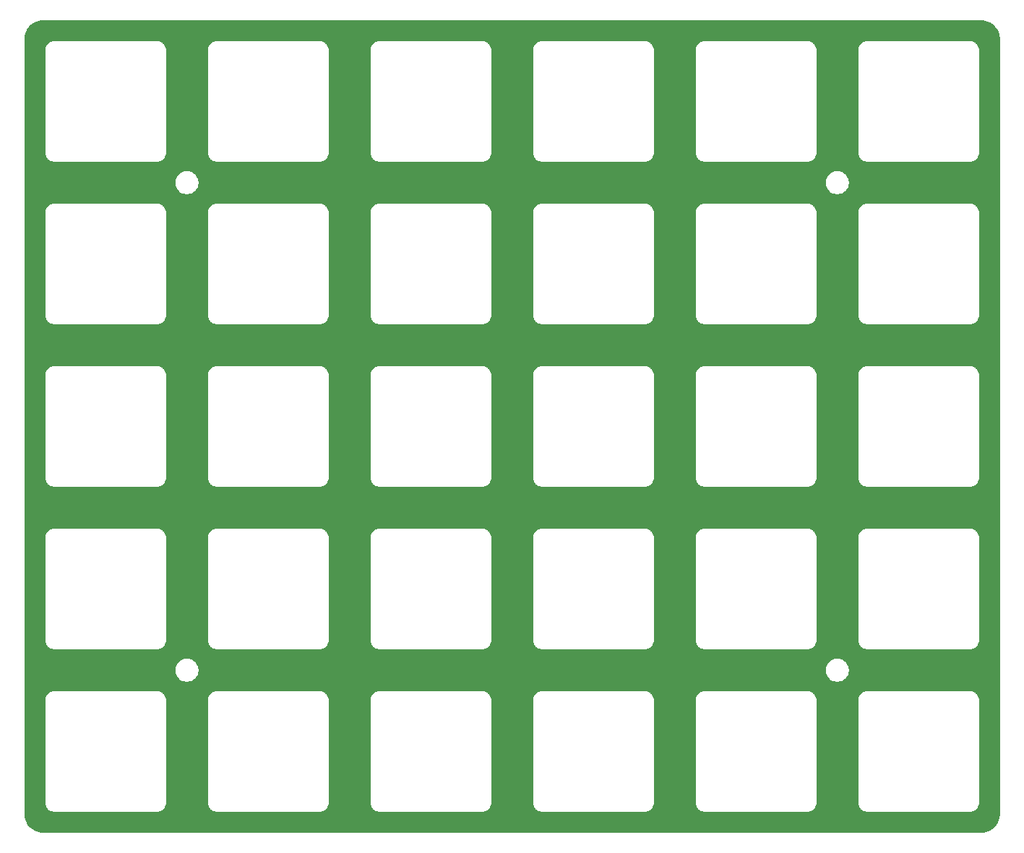
<source format=gbr>
%TF.GenerationSoftware,KiCad,Pcbnew,9.0.5-9.0.5~ubuntu24.04.1*%
%TF.CreationDate,2025-11-05T00:51:39+08:00*%
%TF.ProjectId,TPS,5450532e-6b69-4636-9164-5f7063625858,rev?*%
%TF.SameCoordinates,Original*%
%TF.FileFunction,Copper,L1,Top*%
%TF.FilePolarity,Positive*%
%FSLAX46Y46*%
G04 Gerber Fmt 4.6, Leading zero omitted, Abs format (unit mm)*
G04 Created by KiCad (PCBNEW 9.0.5-9.0.5~ubuntu24.04.1) date 2025-11-05 00:51:39*
%MOMM*%
%LPD*%
G01*
G04 APERTURE LIST*
G04 APERTURE END LIST*
%TA.AperFunction,NonConductor*%
G36*
X200228412Y-29000636D02*
G01*
X200462005Y-29014764D01*
X200470655Y-29015594D01*
X200519080Y-29021969D01*
X200525174Y-29022927D01*
X200730020Y-29060465D01*
X200739733Y-29062653D01*
X200779978Y-29073436D01*
X200784681Y-29074798D01*
X200991233Y-29139160D01*
X201001763Y-29142973D01*
X201021464Y-29151133D01*
X201025946Y-29152990D01*
X201029380Y-29154473D01*
X201240007Y-29249267D01*
X201253265Y-29256226D01*
X201467720Y-29385867D01*
X201480044Y-29394373D01*
X201677319Y-29548927D01*
X201688527Y-29558856D01*
X201865735Y-29736062D01*
X201875665Y-29747271D01*
X202030211Y-29944534D01*
X202030217Y-29944541D01*
X202038723Y-29956864D01*
X202168370Y-30171327D01*
X202175329Y-30184586D01*
X202270127Y-30395218D01*
X202271599Y-30398626D01*
X202277013Y-30411699D01*
X202281614Y-30422806D01*
X202285436Y-30433364D01*
X202349774Y-30639834D01*
X202351163Y-30644628D01*
X202361942Y-30684852D01*
X202364137Y-30694597D01*
X202401663Y-30899376D01*
X202402633Y-30905544D01*
X202408999Y-30953904D01*
X202409834Y-30962600D01*
X202423950Y-31195959D01*
X202424176Y-31203446D01*
X202424176Y-122046158D01*
X202423950Y-122053646D01*
X202409778Y-122287897D01*
X202408943Y-122296594D01*
X202402790Y-122343330D01*
X202401820Y-122349497D01*
X202364010Y-122555817D01*
X202361815Y-122565563D01*
X202351504Y-122604038D01*
X202350115Y-122608830D01*
X202285265Y-122816942D01*
X202281439Y-122827509D01*
X202272235Y-122849727D01*
X202270751Y-122853162D01*
X202175310Y-123065221D01*
X202168351Y-123078480D01*
X202038704Y-123292938D01*
X202030198Y-123305261D01*
X201875647Y-123502528D01*
X201865717Y-123513736D01*
X201688506Y-123690944D01*
X201677298Y-123700873D01*
X201480034Y-123855417D01*
X201467711Y-123863923D01*
X201253248Y-123993569D01*
X201239988Y-124000528D01*
X201027928Y-124095964D01*
X201024491Y-124097449D01*
X201002280Y-124106649D01*
X200991717Y-124110474D01*
X200783594Y-124175325D01*
X200778799Y-124176714D01*
X200740322Y-124187024D01*
X200730578Y-124189218D01*
X200524271Y-124227023D01*
X200518105Y-124227993D01*
X200471358Y-124234147D01*
X200462660Y-124234982D01*
X200227832Y-124249185D01*
X200220346Y-124249411D01*
X90328428Y-124249411D01*
X90320941Y-124249185D01*
X90306993Y-124248341D01*
X90088653Y-124235131D01*
X90079956Y-124234296D01*
X90028543Y-124227527D01*
X90022376Y-124226557D01*
X89820461Y-124189553D01*
X89810717Y-124187358D01*
X89767258Y-124175712D01*
X89762464Y-124174323D01*
X89559096Y-124110950D01*
X89548533Y-124107125D01*
X89520703Y-124095597D01*
X89517265Y-124094112D01*
X89367400Y-124026662D01*
X89309366Y-124000543D01*
X89296112Y-123993587D01*
X89081644Y-123863935D01*
X89069320Y-123855428D01*
X88872050Y-123700875D01*
X88860843Y-123690946D01*
X88683645Y-123513748D01*
X88673715Y-123502540D01*
X88519162Y-123305267D01*
X88510660Y-123292950D01*
X88381009Y-123078480D01*
X88374054Y-123065228D01*
X88280476Y-122857308D01*
X88279012Y-122853919D01*
X88267462Y-122826036D01*
X88263652Y-122815512D01*
X88200260Y-122612083D01*
X88198895Y-122607375D01*
X88187229Y-122563836D01*
X88185048Y-122554152D01*
X88148036Y-122352189D01*
X88147068Y-122346032D01*
X88140298Y-122294610D01*
X88139468Y-122285969D01*
X88125413Y-122053630D01*
X88125188Y-122046207D01*
X88125186Y-108587397D01*
X90599195Y-108587397D01*
X90599195Y-108587398D01*
X90599198Y-108674933D01*
X90599198Y-120799730D01*
X90599210Y-120799789D01*
X90599210Y-120862425D01*
X90629607Y-121034823D01*
X90636273Y-121053137D01*
X90636273Y-121053139D01*
X90639518Y-121062056D01*
X90640288Y-121065925D01*
X90645552Y-121078635D01*
X90646485Y-121081197D01*
X90689477Y-121199322D01*
X90689481Y-121199330D01*
X90689482Y-121199332D01*
X90706921Y-121229539D01*
X90710940Y-121236499D01*
X90715499Y-121247506D01*
X90728699Y-121267262D01*
X90730732Y-121270783D01*
X90730735Y-121270787D01*
X90761730Y-121324474D01*
X90777012Y-121350943D01*
X90809836Y-121390062D01*
X90809969Y-121390220D01*
X90814321Y-121395407D01*
X90824690Y-121410925D01*
X90841170Y-121427405D01*
X90889540Y-121485051D01*
X90947185Y-121533421D01*
X90963665Y-121549901D01*
X90979172Y-121560261D01*
X91023642Y-121597577D01*
X91023650Y-121597583D01*
X91023652Y-121597584D01*
X91074450Y-121626912D01*
X91107331Y-121645896D01*
X91127083Y-121659095D01*
X91138081Y-121663650D01*
X91145117Y-121667713D01*
X91145121Y-121667715D01*
X91175250Y-121685110D01*
X91175253Y-121685111D01*
X91175256Y-121685113D01*
X91293410Y-121728118D01*
X91293409Y-121728118D01*
X91295946Y-121729041D01*
X91308663Y-121734309D01*
X91312534Y-121735079D01*
X91321310Y-121738273D01*
X91339762Y-121744989D01*
X91512166Y-121775389D01*
X91512168Y-121775389D01*
X103724912Y-121775389D01*
X103725078Y-121775355D01*
X103787186Y-121775358D01*
X103959590Y-121744966D01*
X103986688Y-121735103D01*
X103990696Y-121734308D01*
X104003861Y-121728854D01*
X104124098Y-121685096D01*
X104161124Y-121663719D01*
X104172282Y-121659099D01*
X104192315Y-121645712D01*
X104275709Y-121597568D01*
X104320017Y-121560390D01*
X104335706Y-121549909D01*
X104352363Y-121533250D01*
X104409818Y-121485043D01*
X104458032Y-121427584D01*
X104474686Y-121410933D01*
X104485163Y-121395251D01*
X104522348Y-121350938D01*
X104570498Y-121267540D01*
X104583882Y-121247513D01*
X104588499Y-121236362D01*
X104609881Y-121199330D01*
X104653645Y-121079089D01*
X104659097Y-121065930D01*
X104659892Y-121061925D01*
X104669757Y-121034824D01*
X104700155Y-120862421D01*
X104700154Y-120774889D01*
X104700154Y-120774389D01*
X104700154Y-108726270D01*
X104700160Y-108674933D01*
X104700167Y-108674933D01*
X104700170Y-108587399D01*
X104700170Y-108587397D01*
X109649195Y-108587397D01*
X109649195Y-108587398D01*
X109649198Y-108674933D01*
X109649198Y-120799730D01*
X109649210Y-120799789D01*
X109649210Y-120862425D01*
X109679607Y-121034824D01*
X109686305Y-121053228D01*
X109686304Y-121053228D01*
X109689548Y-121062141D01*
X109690300Y-121065921D01*
X109695442Y-121078335D01*
X109696365Y-121080871D01*
X109696377Y-121080901D01*
X109720375Y-121146836D01*
X109739481Y-121199330D01*
X109739485Y-121199339D01*
X109756925Y-121229546D01*
X109756926Y-121229547D01*
X109760991Y-121236588D01*
X109765511Y-121247500D01*
X109778600Y-121267090D01*
X109780633Y-121270611D01*
X109780633Y-121270614D01*
X109827006Y-121350935D01*
X109827006Y-121350936D01*
X109860044Y-121390311D01*
X109864401Y-121395504D01*
X109874700Y-121410917D01*
X109891076Y-121427293D01*
X109939540Y-121485051D01*
X109996964Y-121533236D01*
X109997296Y-121533514D01*
X110013673Y-121549891D01*
X110029083Y-121560187D01*
X110058994Y-121585285D01*
X110073631Y-121597568D01*
X110073646Y-121597580D01*
X110157492Y-121645989D01*
X110177089Y-121659083D01*
X110187998Y-121663602D01*
X110195016Y-121667654D01*
X110195034Y-121667664D01*
X110195033Y-121667664D01*
X110219085Y-121681550D01*
X110225256Y-121685113D01*
X110346235Y-121729146D01*
X110358666Y-121734296D01*
X110362450Y-121735048D01*
X110389699Y-121744966D01*
X110389765Y-121744990D01*
X110470225Y-121759177D01*
X110562166Y-121775389D01*
X110562168Y-121775389D01*
X122774912Y-121775389D01*
X122775078Y-121775355D01*
X122837186Y-121775358D01*
X123009590Y-121744966D01*
X123036902Y-121735026D01*
X123040686Y-121734274D01*
X123053095Y-121729132D01*
X123174098Y-121685096D01*
X123211360Y-121663583D01*
X123222266Y-121659068D01*
X123241860Y-121645975D01*
X123325709Y-121597568D01*
X123370270Y-121560177D01*
X123385684Y-121549881D01*
X123402052Y-121533511D01*
X123459818Y-121485043D01*
X123508282Y-121427286D01*
X123524659Y-121410911D01*
X123534959Y-121395495D01*
X123572348Y-121350938D01*
X123620759Y-121267088D01*
X123633852Y-121247497D01*
X123638371Y-121236585D01*
X123659881Y-121199330D01*
X123703920Y-121078335D01*
X123709064Y-121065920D01*
X123709815Y-121062139D01*
X123719757Y-121034824D01*
X123750155Y-120862421D01*
X123750154Y-120774889D01*
X123750154Y-120774389D01*
X123750154Y-108726270D01*
X123750160Y-108674933D01*
X123750167Y-108674933D01*
X123750170Y-108587399D01*
X123750170Y-108587397D01*
X128699195Y-108587397D01*
X128699195Y-108587398D01*
X128699198Y-108674933D01*
X128699198Y-120799730D01*
X128699210Y-120799789D01*
X128699210Y-120862425D01*
X128729607Y-121034824D01*
X128736305Y-121053228D01*
X128736304Y-121053228D01*
X128739548Y-121062141D01*
X128740300Y-121065921D01*
X128745442Y-121078335D01*
X128746365Y-121080871D01*
X128746377Y-121080901D01*
X128770375Y-121146836D01*
X128789481Y-121199330D01*
X128789485Y-121199339D01*
X128806925Y-121229546D01*
X128806926Y-121229547D01*
X128810991Y-121236588D01*
X128815511Y-121247500D01*
X128828600Y-121267090D01*
X128830633Y-121270611D01*
X128830633Y-121270614D01*
X128877006Y-121350935D01*
X128877006Y-121350936D01*
X128910044Y-121390311D01*
X128914401Y-121395504D01*
X128924700Y-121410917D01*
X128941076Y-121427293D01*
X128989540Y-121485051D01*
X129046964Y-121533236D01*
X129047296Y-121533514D01*
X129063673Y-121549891D01*
X129079083Y-121560187D01*
X129108994Y-121585285D01*
X129123631Y-121597568D01*
X129123646Y-121597580D01*
X129207492Y-121645989D01*
X129227089Y-121659083D01*
X129237998Y-121663602D01*
X129245016Y-121667654D01*
X129245034Y-121667664D01*
X129245033Y-121667664D01*
X129269085Y-121681550D01*
X129275256Y-121685113D01*
X129396235Y-121729146D01*
X129408666Y-121734296D01*
X129412450Y-121735048D01*
X129439699Y-121744966D01*
X129439765Y-121744990D01*
X129520225Y-121759177D01*
X129612166Y-121775389D01*
X129612168Y-121775389D01*
X141824912Y-121775389D01*
X141825078Y-121775355D01*
X141887186Y-121775358D01*
X142059590Y-121744966D01*
X142086902Y-121735026D01*
X142090686Y-121734274D01*
X142103095Y-121729132D01*
X142224098Y-121685096D01*
X142261360Y-121663583D01*
X142272266Y-121659068D01*
X142291860Y-121645975D01*
X142375709Y-121597568D01*
X142420270Y-121560177D01*
X142435684Y-121549881D01*
X142452052Y-121533511D01*
X142509818Y-121485043D01*
X142558282Y-121427286D01*
X142574659Y-121410911D01*
X142584959Y-121395495D01*
X142622348Y-121350938D01*
X142670759Y-121267088D01*
X142683852Y-121247497D01*
X142688371Y-121236585D01*
X142709881Y-121199330D01*
X142753920Y-121078335D01*
X142759064Y-121065920D01*
X142759815Y-121062139D01*
X142769757Y-121034824D01*
X142800155Y-120862421D01*
X142800154Y-120774889D01*
X142800154Y-120774389D01*
X142800154Y-108726270D01*
X142800160Y-108674933D01*
X142800167Y-108674933D01*
X142800170Y-108587399D01*
X142800170Y-108587397D01*
X147749195Y-108587397D01*
X147749195Y-108587398D01*
X147749198Y-108674933D01*
X147749198Y-120799730D01*
X147749210Y-120799789D01*
X147749210Y-120862425D01*
X147779607Y-121034824D01*
X147786305Y-121053228D01*
X147786304Y-121053228D01*
X147789548Y-121062141D01*
X147790300Y-121065921D01*
X147795442Y-121078335D01*
X147796365Y-121080871D01*
X147796377Y-121080901D01*
X147820375Y-121146836D01*
X147839481Y-121199330D01*
X147839485Y-121199339D01*
X147856925Y-121229546D01*
X147856926Y-121229547D01*
X147860991Y-121236588D01*
X147865511Y-121247500D01*
X147878600Y-121267090D01*
X147880633Y-121270611D01*
X147880633Y-121270614D01*
X147927006Y-121350935D01*
X147927006Y-121350936D01*
X147960044Y-121390311D01*
X147964401Y-121395504D01*
X147974700Y-121410917D01*
X147991076Y-121427293D01*
X148039540Y-121485051D01*
X148096964Y-121533236D01*
X148097296Y-121533514D01*
X148113673Y-121549891D01*
X148129083Y-121560187D01*
X148158994Y-121585285D01*
X148173631Y-121597568D01*
X148173646Y-121597580D01*
X148257492Y-121645989D01*
X148277089Y-121659083D01*
X148287998Y-121663602D01*
X148295016Y-121667654D01*
X148295034Y-121667664D01*
X148295033Y-121667664D01*
X148319085Y-121681550D01*
X148325256Y-121685113D01*
X148446235Y-121729146D01*
X148458666Y-121734296D01*
X148462450Y-121735048D01*
X148489699Y-121744966D01*
X148489765Y-121744990D01*
X148570225Y-121759177D01*
X148662166Y-121775389D01*
X148662168Y-121775389D01*
X160874912Y-121775389D01*
X160875078Y-121775355D01*
X160937186Y-121775358D01*
X161109590Y-121744966D01*
X161136902Y-121735026D01*
X161140686Y-121734274D01*
X161153095Y-121729132D01*
X161274098Y-121685096D01*
X161311360Y-121663583D01*
X161322266Y-121659068D01*
X161341860Y-121645975D01*
X161425709Y-121597568D01*
X161470270Y-121560177D01*
X161485684Y-121549881D01*
X161502052Y-121533511D01*
X161559818Y-121485043D01*
X161608282Y-121427286D01*
X161624659Y-121410911D01*
X161634959Y-121395495D01*
X161672348Y-121350938D01*
X161720759Y-121267088D01*
X161733852Y-121247497D01*
X161738371Y-121236585D01*
X161759881Y-121199330D01*
X161803920Y-121078335D01*
X161809064Y-121065920D01*
X161809815Y-121062139D01*
X161819757Y-121034824D01*
X161850155Y-120862421D01*
X161850154Y-120774889D01*
X161850154Y-120774389D01*
X161850154Y-108726270D01*
X161850160Y-108674933D01*
X161850167Y-108674933D01*
X161850170Y-108587399D01*
X161850170Y-108587397D01*
X166799195Y-108587397D01*
X166799195Y-108587398D01*
X166799198Y-108674933D01*
X166799198Y-120799730D01*
X166799210Y-120799789D01*
X166799210Y-120862425D01*
X166829607Y-121034824D01*
X166836305Y-121053228D01*
X166836304Y-121053228D01*
X166839548Y-121062141D01*
X166840300Y-121065921D01*
X166845442Y-121078335D01*
X166846365Y-121080871D01*
X166846377Y-121080901D01*
X166870375Y-121146836D01*
X166889481Y-121199330D01*
X166889485Y-121199339D01*
X166906925Y-121229546D01*
X166906926Y-121229547D01*
X166910991Y-121236588D01*
X166915511Y-121247500D01*
X166928600Y-121267090D01*
X166930633Y-121270611D01*
X166930633Y-121270614D01*
X166977006Y-121350935D01*
X166977006Y-121350936D01*
X167010044Y-121390311D01*
X167014401Y-121395504D01*
X167024700Y-121410917D01*
X167041076Y-121427293D01*
X167089540Y-121485051D01*
X167146964Y-121533236D01*
X167147296Y-121533514D01*
X167163673Y-121549891D01*
X167179083Y-121560187D01*
X167208994Y-121585285D01*
X167223631Y-121597568D01*
X167223646Y-121597580D01*
X167307492Y-121645989D01*
X167327089Y-121659083D01*
X167337998Y-121663602D01*
X167345016Y-121667654D01*
X167345034Y-121667664D01*
X167345033Y-121667664D01*
X167369085Y-121681550D01*
X167375256Y-121685113D01*
X167496235Y-121729146D01*
X167508666Y-121734296D01*
X167512450Y-121735048D01*
X167539699Y-121744966D01*
X167539765Y-121744990D01*
X167620225Y-121759177D01*
X167712166Y-121775389D01*
X167712168Y-121775389D01*
X179924912Y-121775389D01*
X179925078Y-121775355D01*
X179987186Y-121775358D01*
X180159590Y-121744966D01*
X180186902Y-121735026D01*
X180190686Y-121734274D01*
X180203095Y-121729132D01*
X180324098Y-121685096D01*
X180361360Y-121663583D01*
X180372266Y-121659068D01*
X180391860Y-121645975D01*
X180475709Y-121597568D01*
X180520270Y-121560177D01*
X180535684Y-121549881D01*
X180552052Y-121533511D01*
X180609818Y-121485043D01*
X180658282Y-121427286D01*
X180674659Y-121410911D01*
X180684959Y-121395495D01*
X180722348Y-121350938D01*
X180770759Y-121267088D01*
X180783852Y-121247497D01*
X180788371Y-121236585D01*
X180809881Y-121199330D01*
X180853920Y-121078335D01*
X180859064Y-121065920D01*
X180859815Y-121062139D01*
X180869757Y-121034824D01*
X180900155Y-120862421D01*
X180900154Y-120774889D01*
X180900154Y-120774389D01*
X180900154Y-108726270D01*
X180900160Y-108674933D01*
X180900167Y-108674933D01*
X180900170Y-108587399D01*
X180900170Y-108587397D01*
X185849195Y-108587397D01*
X185849195Y-108587398D01*
X185849198Y-108674933D01*
X185849198Y-120799730D01*
X185849210Y-120799789D01*
X185849210Y-120862425D01*
X185879607Y-121034824D01*
X185886305Y-121053228D01*
X185886304Y-121053228D01*
X185889548Y-121062141D01*
X185890300Y-121065921D01*
X185895442Y-121078335D01*
X185896365Y-121080871D01*
X185896377Y-121080901D01*
X185920375Y-121146836D01*
X185939481Y-121199330D01*
X185939485Y-121199339D01*
X185956925Y-121229546D01*
X185956926Y-121229547D01*
X185960991Y-121236588D01*
X185965511Y-121247500D01*
X185978600Y-121267090D01*
X185980633Y-121270611D01*
X185980633Y-121270614D01*
X186027006Y-121350935D01*
X186027006Y-121350936D01*
X186060044Y-121390311D01*
X186064401Y-121395504D01*
X186074700Y-121410917D01*
X186091076Y-121427293D01*
X186139540Y-121485051D01*
X186196964Y-121533236D01*
X186197296Y-121533514D01*
X186213673Y-121549891D01*
X186229083Y-121560187D01*
X186258994Y-121585285D01*
X186273631Y-121597568D01*
X186273646Y-121597580D01*
X186357492Y-121645989D01*
X186377089Y-121659083D01*
X186387998Y-121663602D01*
X186395016Y-121667654D01*
X186395034Y-121667664D01*
X186395033Y-121667664D01*
X186419085Y-121681550D01*
X186425256Y-121685113D01*
X186546235Y-121729146D01*
X186558666Y-121734296D01*
X186562450Y-121735048D01*
X186589699Y-121744966D01*
X186589765Y-121744990D01*
X186670225Y-121759177D01*
X186762166Y-121775389D01*
X186762168Y-121775389D01*
X198974912Y-121775389D01*
X198975078Y-121775355D01*
X199037186Y-121775358D01*
X199209590Y-121744966D01*
X199236902Y-121735026D01*
X199240686Y-121734274D01*
X199253095Y-121729132D01*
X199374098Y-121685096D01*
X199411360Y-121663583D01*
X199422266Y-121659068D01*
X199441860Y-121645975D01*
X199525709Y-121597568D01*
X199570270Y-121560177D01*
X199585684Y-121549881D01*
X199602052Y-121533511D01*
X199659818Y-121485043D01*
X199708282Y-121427286D01*
X199724659Y-121410911D01*
X199734959Y-121395495D01*
X199772348Y-121350938D01*
X199820759Y-121267088D01*
X199833852Y-121247497D01*
X199838371Y-121236585D01*
X199859881Y-121199330D01*
X199903920Y-121078335D01*
X199909064Y-121065920D01*
X199909815Y-121062139D01*
X199919757Y-121034824D01*
X199950155Y-120862421D01*
X199950154Y-120774889D01*
X199950154Y-120774389D01*
X199950154Y-108726308D01*
X199950165Y-108726270D01*
X199950166Y-108674933D01*
X199950167Y-108674933D01*
X199950170Y-108587399D01*
X199919774Y-108414990D01*
X199919773Y-108414987D01*
X199919773Y-108414985D01*
X199913084Y-108396609D01*
X199909834Y-108387679D01*
X199909082Y-108383894D01*
X199903932Y-108371462D01*
X199859900Y-108250479D01*
X199842405Y-108220177D01*
X199841782Y-108219097D01*
X199838385Y-108213213D01*
X199833870Y-108202311D01*
X199820783Y-108182726D01*
X199772369Y-108098868D01*
X199772368Y-108098866D01*
X199739325Y-108059487D01*
X199739325Y-108059488D01*
X199734970Y-108054297D01*
X199724677Y-108038891D01*
X199708306Y-108022521D01*
X199659835Y-107964756D01*
X199606217Y-107919766D01*
X199602073Y-107916288D01*
X199585699Y-107899915D01*
X199570287Y-107889617D01*
X199565106Y-107885270D01*
X199565101Y-107885266D01*
X199548487Y-107871326D01*
X199525724Y-107852226D01*
X199525721Y-107852224D01*
X199525720Y-107852223D01*
X199445397Y-107805851D01*
X199441874Y-107803817D01*
X199422278Y-107790724D01*
X199411368Y-107786205D01*
X199404325Y-107782139D01*
X199404323Y-107782137D01*
X199374116Y-107764698D01*
X199374111Y-107764696D01*
X199374109Y-107764695D01*
X199333034Y-107749746D01*
X199255676Y-107721592D01*
X199255676Y-107721591D01*
X199253102Y-107720654D01*
X199240694Y-107715515D01*
X199236916Y-107714763D01*
X199228012Y-107711523D01*
X199228007Y-107711522D01*
X199209596Y-107704822D01*
X199037189Y-107674429D01*
X199037188Y-107674429D01*
X198993421Y-107674431D01*
X198949653Y-107674433D01*
X186901095Y-107674433D01*
X186900976Y-107674398D01*
X186849698Y-107674398D01*
X186762164Y-107674398D01*
X186762163Y-107674398D01*
X186589751Y-107704799D01*
X186571343Y-107711499D01*
X186562430Y-107714742D01*
X186558659Y-107715493D01*
X186546272Y-107720623D01*
X186543700Y-107721560D01*
X186543686Y-107721566D01*
X186425250Y-107764675D01*
X186425239Y-107764681D01*
X186395028Y-107782121D01*
X186395029Y-107782122D01*
X186387981Y-107786190D01*
X186377076Y-107790708D01*
X186357499Y-107803789D01*
X186353968Y-107805828D01*
X186353956Y-107805837D01*
X186273632Y-107852214D01*
X186234254Y-107885255D01*
X186234253Y-107885254D01*
X186229049Y-107889619D01*
X186213658Y-107899905D01*
X186197308Y-107916254D01*
X186193141Y-107919752D01*
X186193135Y-107919759D01*
X186139521Y-107964749D01*
X186094540Y-108018356D01*
X186094541Y-108018357D01*
X186091055Y-108022511D01*
X186074682Y-108038885D01*
X186064384Y-108054297D01*
X186060029Y-108059488D01*
X186060027Y-108059488D01*
X186026997Y-108098856D01*
X186026992Y-108098864D01*
X185980617Y-108179186D01*
X185980618Y-108179187D01*
X185978574Y-108182726D01*
X185965492Y-108202307D01*
X185960974Y-108213213D01*
X185956909Y-108220256D01*
X185956908Y-108220258D01*
X185939464Y-108250474D01*
X185896359Y-108368907D01*
X185895420Y-108371486D01*
X185890282Y-108383892D01*
X185889531Y-108387667D01*
X185886287Y-108396581D01*
X185886287Y-108396585D01*
X185879590Y-108414988D01*
X185849195Y-108587397D01*
X180900170Y-108587397D01*
X180869774Y-108414990D01*
X180869773Y-108414987D01*
X180869773Y-108414985D01*
X180863084Y-108396609D01*
X180859834Y-108387679D01*
X180859082Y-108383894D01*
X180853932Y-108371462D01*
X180809900Y-108250479D01*
X180792405Y-108220177D01*
X180791782Y-108219097D01*
X180788385Y-108213213D01*
X180783870Y-108202311D01*
X180770783Y-108182726D01*
X180722369Y-108098868D01*
X180722368Y-108098866D01*
X180689325Y-108059487D01*
X180689325Y-108059488D01*
X180684970Y-108054297D01*
X180674677Y-108038891D01*
X180658306Y-108022521D01*
X180609835Y-107964756D01*
X180556217Y-107919766D01*
X180552073Y-107916288D01*
X180535699Y-107899915D01*
X180520287Y-107889617D01*
X180515106Y-107885270D01*
X180515101Y-107885266D01*
X180498487Y-107871326D01*
X180475724Y-107852226D01*
X180475721Y-107852224D01*
X180475720Y-107852223D01*
X180395397Y-107805851D01*
X180391874Y-107803817D01*
X180372278Y-107790724D01*
X180361368Y-107786205D01*
X180354325Y-107782139D01*
X180354323Y-107782137D01*
X180324116Y-107764698D01*
X180324111Y-107764696D01*
X180324109Y-107764695D01*
X180283034Y-107749746D01*
X180205676Y-107721592D01*
X180205676Y-107721591D01*
X180203102Y-107720654D01*
X180190694Y-107715515D01*
X180186916Y-107714763D01*
X180178012Y-107711523D01*
X180178007Y-107711522D01*
X180159596Y-107704822D01*
X179987189Y-107674429D01*
X179987188Y-107674429D01*
X179943421Y-107674431D01*
X179899653Y-107674433D01*
X167851095Y-107674433D01*
X167850976Y-107674398D01*
X167799698Y-107674398D01*
X167712164Y-107674398D01*
X167712163Y-107674398D01*
X167539751Y-107704799D01*
X167521343Y-107711499D01*
X167512430Y-107714742D01*
X167508659Y-107715493D01*
X167496272Y-107720623D01*
X167493700Y-107721560D01*
X167493686Y-107721566D01*
X167375250Y-107764675D01*
X167375239Y-107764681D01*
X167345028Y-107782121D01*
X167345029Y-107782122D01*
X167337981Y-107786190D01*
X167327076Y-107790708D01*
X167307499Y-107803789D01*
X167303968Y-107805828D01*
X167303956Y-107805837D01*
X167223632Y-107852214D01*
X167184254Y-107885255D01*
X167184253Y-107885254D01*
X167179049Y-107889619D01*
X167163658Y-107899905D01*
X167147308Y-107916254D01*
X167143141Y-107919752D01*
X167143135Y-107919759D01*
X167089521Y-107964749D01*
X167044540Y-108018356D01*
X167044541Y-108018357D01*
X167041055Y-108022511D01*
X167024682Y-108038885D01*
X167014384Y-108054297D01*
X167010029Y-108059488D01*
X167010027Y-108059488D01*
X166976997Y-108098856D01*
X166976992Y-108098864D01*
X166930617Y-108179186D01*
X166930618Y-108179187D01*
X166928574Y-108182726D01*
X166915492Y-108202307D01*
X166910974Y-108213213D01*
X166906909Y-108220256D01*
X166906908Y-108220258D01*
X166889464Y-108250474D01*
X166846359Y-108368907D01*
X166845420Y-108371486D01*
X166840282Y-108383892D01*
X166839531Y-108387667D01*
X166836287Y-108396581D01*
X166836287Y-108396585D01*
X166829590Y-108414988D01*
X166799195Y-108587397D01*
X161850170Y-108587397D01*
X161819774Y-108414990D01*
X161819773Y-108414987D01*
X161819773Y-108414985D01*
X161813084Y-108396609D01*
X161809834Y-108387679D01*
X161809082Y-108383894D01*
X161803932Y-108371462D01*
X161759900Y-108250479D01*
X161742405Y-108220177D01*
X161741782Y-108219097D01*
X161738385Y-108213213D01*
X161733870Y-108202311D01*
X161720783Y-108182726D01*
X161672369Y-108098868D01*
X161672368Y-108098866D01*
X161639325Y-108059487D01*
X161639325Y-108059488D01*
X161634970Y-108054297D01*
X161624677Y-108038891D01*
X161608306Y-108022521D01*
X161559835Y-107964756D01*
X161506217Y-107919766D01*
X161502073Y-107916288D01*
X161485699Y-107899915D01*
X161470287Y-107889617D01*
X161465106Y-107885270D01*
X161465101Y-107885266D01*
X161448487Y-107871326D01*
X161425724Y-107852226D01*
X161425721Y-107852224D01*
X161425720Y-107852223D01*
X161345397Y-107805851D01*
X161341874Y-107803817D01*
X161322278Y-107790724D01*
X161311368Y-107786205D01*
X161304325Y-107782139D01*
X161304323Y-107782137D01*
X161274116Y-107764698D01*
X161274111Y-107764696D01*
X161274109Y-107764695D01*
X161233034Y-107749746D01*
X161155676Y-107721592D01*
X161155676Y-107721591D01*
X161153102Y-107720654D01*
X161140694Y-107715515D01*
X161136916Y-107714763D01*
X161128012Y-107711523D01*
X161128007Y-107711522D01*
X161109596Y-107704822D01*
X160937189Y-107674429D01*
X160937188Y-107674429D01*
X160893421Y-107674431D01*
X160849653Y-107674433D01*
X148801095Y-107674433D01*
X148800976Y-107674398D01*
X148749698Y-107674398D01*
X148662164Y-107674398D01*
X148662163Y-107674398D01*
X148489751Y-107704799D01*
X148471343Y-107711499D01*
X148462430Y-107714742D01*
X148458659Y-107715493D01*
X148446272Y-107720623D01*
X148443700Y-107721560D01*
X148443686Y-107721566D01*
X148325250Y-107764675D01*
X148325239Y-107764681D01*
X148295028Y-107782121D01*
X148295029Y-107782122D01*
X148287981Y-107786190D01*
X148277076Y-107790708D01*
X148257499Y-107803789D01*
X148253968Y-107805828D01*
X148253956Y-107805837D01*
X148173632Y-107852214D01*
X148134254Y-107885255D01*
X148134253Y-107885254D01*
X148129049Y-107889619D01*
X148113658Y-107899905D01*
X148097308Y-107916254D01*
X148093141Y-107919752D01*
X148093135Y-107919759D01*
X148039521Y-107964749D01*
X147994540Y-108018356D01*
X147994541Y-108018357D01*
X147991055Y-108022511D01*
X147974682Y-108038885D01*
X147964384Y-108054297D01*
X147960029Y-108059488D01*
X147960027Y-108059488D01*
X147926997Y-108098856D01*
X147926992Y-108098864D01*
X147880617Y-108179186D01*
X147880618Y-108179187D01*
X147878574Y-108182726D01*
X147865492Y-108202307D01*
X147860974Y-108213213D01*
X147856909Y-108220256D01*
X147856908Y-108220258D01*
X147839464Y-108250474D01*
X147796359Y-108368907D01*
X147795420Y-108371486D01*
X147790282Y-108383892D01*
X147789531Y-108387667D01*
X147786287Y-108396581D01*
X147786287Y-108396585D01*
X147779590Y-108414988D01*
X147749195Y-108587397D01*
X142800170Y-108587397D01*
X142769774Y-108414990D01*
X142769773Y-108414987D01*
X142769773Y-108414985D01*
X142763084Y-108396609D01*
X142759834Y-108387679D01*
X142759082Y-108383894D01*
X142753932Y-108371462D01*
X142709900Y-108250479D01*
X142692405Y-108220177D01*
X142691782Y-108219097D01*
X142688385Y-108213213D01*
X142683870Y-108202311D01*
X142670783Y-108182726D01*
X142622369Y-108098868D01*
X142622368Y-108098866D01*
X142589325Y-108059487D01*
X142589325Y-108059488D01*
X142584970Y-108054297D01*
X142574677Y-108038891D01*
X142558306Y-108022521D01*
X142509835Y-107964756D01*
X142456217Y-107919766D01*
X142452073Y-107916288D01*
X142435699Y-107899915D01*
X142420287Y-107889617D01*
X142415106Y-107885270D01*
X142415101Y-107885266D01*
X142398487Y-107871326D01*
X142375724Y-107852226D01*
X142375721Y-107852224D01*
X142375720Y-107852223D01*
X142295397Y-107805851D01*
X142291874Y-107803817D01*
X142272278Y-107790724D01*
X142261368Y-107786205D01*
X142254325Y-107782139D01*
X142254323Y-107782137D01*
X142224116Y-107764698D01*
X142224111Y-107764696D01*
X142224109Y-107764695D01*
X142183034Y-107749746D01*
X142105676Y-107721592D01*
X142105676Y-107721591D01*
X142103102Y-107720654D01*
X142090694Y-107715515D01*
X142086916Y-107714763D01*
X142078012Y-107711523D01*
X142078007Y-107711522D01*
X142059596Y-107704822D01*
X141887189Y-107674429D01*
X141887188Y-107674429D01*
X141843421Y-107674431D01*
X141799653Y-107674433D01*
X129751095Y-107674433D01*
X129750976Y-107674398D01*
X129699698Y-107674398D01*
X129612164Y-107674398D01*
X129612163Y-107674398D01*
X129439751Y-107704799D01*
X129421343Y-107711499D01*
X129412430Y-107714742D01*
X129408659Y-107715493D01*
X129396272Y-107720623D01*
X129393700Y-107721560D01*
X129393686Y-107721566D01*
X129275250Y-107764675D01*
X129275239Y-107764681D01*
X129245028Y-107782121D01*
X129245029Y-107782122D01*
X129237981Y-107786190D01*
X129227076Y-107790708D01*
X129207499Y-107803789D01*
X129203968Y-107805828D01*
X129203956Y-107805837D01*
X129123632Y-107852214D01*
X129084254Y-107885255D01*
X129084253Y-107885254D01*
X129079049Y-107889619D01*
X129063658Y-107899905D01*
X129047308Y-107916254D01*
X129043141Y-107919752D01*
X129043135Y-107919759D01*
X128989521Y-107964749D01*
X128944540Y-108018356D01*
X128944541Y-108018357D01*
X128941055Y-108022511D01*
X128924682Y-108038885D01*
X128914384Y-108054297D01*
X128910029Y-108059488D01*
X128910027Y-108059488D01*
X128876997Y-108098856D01*
X128876992Y-108098864D01*
X128830617Y-108179186D01*
X128830618Y-108179187D01*
X128828574Y-108182726D01*
X128815492Y-108202307D01*
X128810974Y-108213213D01*
X128806909Y-108220256D01*
X128806908Y-108220258D01*
X128789464Y-108250474D01*
X128746359Y-108368907D01*
X128745420Y-108371486D01*
X128740282Y-108383892D01*
X128739531Y-108387667D01*
X128736287Y-108396581D01*
X128736287Y-108396585D01*
X128729590Y-108414988D01*
X128699195Y-108587397D01*
X123750170Y-108587397D01*
X123719774Y-108414990D01*
X123719773Y-108414987D01*
X123719773Y-108414985D01*
X123713084Y-108396609D01*
X123709834Y-108387679D01*
X123709082Y-108383894D01*
X123703932Y-108371462D01*
X123659900Y-108250479D01*
X123642405Y-108220177D01*
X123641782Y-108219097D01*
X123638385Y-108213213D01*
X123633870Y-108202311D01*
X123620783Y-108182726D01*
X123572369Y-108098868D01*
X123572368Y-108098866D01*
X123539325Y-108059487D01*
X123539325Y-108059488D01*
X123534970Y-108054297D01*
X123524677Y-108038891D01*
X123508306Y-108022521D01*
X123459835Y-107964756D01*
X123406217Y-107919766D01*
X123402073Y-107916288D01*
X123385699Y-107899915D01*
X123370287Y-107889617D01*
X123365106Y-107885270D01*
X123365101Y-107885266D01*
X123348487Y-107871326D01*
X123325724Y-107852226D01*
X123325721Y-107852224D01*
X123325720Y-107852223D01*
X123245397Y-107805851D01*
X123241874Y-107803817D01*
X123222278Y-107790724D01*
X123211368Y-107786205D01*
X123204325Y-107782139D01*
X123204323Y-107782137D01*
X123174116Y-107764698D01*
X123174111Y-107764696D01*
X123174109Y-107764695D01*
X123133034Y-107749746D01*
X123055676Y-107721592D01*
X123055676Y-107721591D01*
X123053102Y-107720654D01*
X123040694Y-107715515D01*
X123036916Y-107714763D01*
X123028012Y-107711523D01*
X123028007Y-107711522D01*
X123009596Y-107704822D01*
X122837189Y-107674429D01*
X122837188Y-107674429D01*
X122793421Y-107674431D01*
X122749653Y-107674433D01*
X110701095Y-107674433D01*
X110700976Y-107674398D01*
X110649698Y-107674398D01*
X110562164Y-107674398D01*
X110562163Y-107674398D01*
X110389751Y-107704799D01*
X110371343Y-107711499D01*
X110362430Y-107714742D01*
X110358659Y-107715493D01*
X110346272Y-107720623D01*
X110343700Y-107721560D01*
X110343686Y-107721566D01*
X110225250Y-107764675D01*
X110225239Y-107764681D01*
X110195028Y-107782121D01*
X110195029Y-107782122D01*
X110187981Y-107786190D01*
X110177076Y-107790708D01*
X110157499Y-107803789D01*
X110153968Y-107805828D01*
X110153956Y-107805837D01*
X110073632Y-107852214D01*
X110034254Y-107885255D01*
X110034253Y-107885254D01*
X110029049Y-107889619D01*
X110013658Y-107899905D01*
X109997308Y-107916254D01*
X109993141Y-107919752D01*
X109993135Y-107919759D01*
X109939521Y-107964749D01*
X109894540Y-108018356D01*
X109894541Y-108018357D01*
X109891055Y-108022511D01*
X109874682Y-108038885D01*
X109864384Y-108054297D01*
X109860029Y-108059488D01*
X109860027Y-108059488D01*
X109826997Y-108098856D01*
X109826992Y-108098864D01*
X109780617Y-108179186D01*
X109780618Y-108179187D01*
X109778574Y-108182726D01*
X109765492Y-108202307D01*
X109760974Y-108213213D01*
X109756909Y-108220256D01*
X109756908Y-108220258D01*
X109739464Y-108250474D01*
X109696359Y-108368907D01*
X109695420Y-108371486D01*
X109690282Y-108383892D01*
X109689531Y-108387667D01*
X109686287Y-108396581D01*
X109686287Y-108396585D01*
X109679590Y-108414988D01*
X109649195Y-108587397D01*
X104700170Y-108587397D01*
X104669774Y-108414990D01*
X104663083Y-108396605D01*
X104663049Y-108396512D01*
X104663048Y-108396511D01*
X104659803Y-108387595D01*
X104659069Y-108383898D01*
X104654037Y-108371750D01*
X104609900Y-108250479D01*
X104588338Y-108213132D01*
X104583859Y-108202317D01*
X104570882Y-108182896D01*
X104568852Y-108179379D01*
X104568844Y-108179367D01*
X104522369Y-108098868D01*
X104522368Y-108098867D01*
X104522367Y-108098865D01*
X104484898Y-108054212D01*
X104474667Y-108038899D01*
X104458400Y-108022633D01*
X104443767Y-108005194D01*
X104409840Y-107964761D01*
X104409837Y-107964758D01*
X104409835Y-107964756D01*
X104351961Y-107916195D01*
X104335691Y-107899925D01*
X104320370Y-107889688D01*
X104320288Y-107889619D01*
X104301903Y-107874192D01*
X104275726Y-107852227D01*
X104275723Y-107852225D01*
X104218397Y-107819129D01*
X104191714Y-107803725D01*
X104172272Y-107790735D01*
X104161448Y-107786252D01*
X104154411Y-107782189D01*
X104154409Y-107782187D01*
X104124118Y-107764699D01*
X104124119Y-107764699D01*
X104124110Y-107764695D01*
X104124109Y-107764695D01*
X104088978Y-107751909D01*
X104005393Y-107721489D01*
X104005393Y-107721488D01*
X104002833Y-107720556D01*
X103990690Y-107715527D01*
X103986990Y-107714791D01*
X103978086Y-107711551D01*
X103978079Y-107711549D01*
X103959594Y-107704822D01*
X103787189Y-107674429D01*
X103787188Y-107674429D01*
X103743421Y-107674431D01*
X103699653Y-107674433D01*
X91651095Y-107674433D01*
X91650976Y-107674398D01*
X91599698Y-107674398D01*
X91512164Y-107674398D01*
X91512163Y-107674398D01*
X91339752Y-107704799D01*
X91321136Y-107711575D01*
X91312220Y-107714819D01*
X91308669Y-107715526D01*
X91297018Y-107720351D01*
X91294438Y-107721291D01*
X91294420Y-107721299D01*
X91175249Y-107764675D01*
X91175237Y-107764681D01*
X91144798Y-107782254D01*
X91144799Y-107782255D01*
X91137751Y-107786323D01*
X91127093Y-107790739D01*
X91107945Y-107803533D01*
X91104420Y-107805569D01*
X91023631Y-107852214D01*
X91023629Y-107852215D01*
X90984009Y-107885459D01*
X90984010Y-107885460D01*
X90978818Y-107889816D01*
X90963680Y-107899932D01*
X90947593Y-107916018D01*
X90943444Y-107919501D01*
X90943441Y-107919501D01*
X90889523Y-107964747D01*
X90844283Y-108018661D01*
X90844284Y-108018662D01*
X90840792Y-108022822D01*
X90824709Y-108038907D01*
X90814593Y-108054046D01*
X90810240Y-108059235D01*
X90810236Y-108059241D01*
X90776992Y-108098862D01*
X90730352Y-108179650D01*
X90730351Y-108179649D01*
X90728303Y-108183195D01*
X90715523Y-108202324D01*
X90711111Y-108212975D01*
X90707048Y-108220014D01*
X90707043Y-108220026D01*
X90689462Y-108250478D01*
X90689458Y-108250487D01*
X90646083Y-108369665D01*
X90645142Y-108372248D01*
X90640316Y-108383902D01*
X90639610Y-108387448D01*
X90636368Y-108396358D01*
X90636368Y-108396362D01*
X90629591Y-108414983D01*
X90629589Y-108414992D01*
X90599195Y-108587397D01*
X88125186Y-108587397D01*
X88125186Y-105093713D01*
X105824500Y-105093713D01*
X105824500Y-105306286D01*
X105857753Y-105516239D01*
X105923444Y-105718414D01*
X106019951Y-105907820D01*
X106144890Y-106079786D01*
X106295213Y-106230109D01*
X106467179Y-106355048D01*
X106467181Y-106355049D01*
X106467184Y-106355051D01*
X106656588Y-106451557D01*
X106858757Y-106517246D01*
X107068713Y-106550500D01*
X107068714Y-106550500D01*
X107281286Y-106550500D01*
X107281287Y-106550500D01*
X107491243Y-106517246D01*
X107693412Y-106451557D01*
X107882816Y-106355051D01*
X107904789Y-106339086D01*
X108054786Y-106230109D01*
X108054788Y-106230106D01*
X108054792Y-106230104D01*
X108205104Y-106079792D01*
X108205106Y-106079788D01*
X108205109Y-106079786D01*
X108330048Y-105907820D01*
X108330047Y-105907820D01*
X108330051Y-105907816D01*
X108426557Y-105718412D01*
X108492246Y-105516243D01*
X108525500Y-105306287D01*
X108525500Y-105093713D01*
X182024500Y-105093713D01*
X182024500Y-105306286D01*
X182057753Y-105516239D01*
X182123444Y-105718414D01*
X182219951Y-105907820D01*
X182344890Y-106079786D01*
X182495213Y-106230109D01*
X182667179Y-106355048D01*
X182667181Y-106355049D01*
X182667184Y-106355051D01*
X182856588Y-106451557D01*
X183058757Y-106517246D01*
X183268713Y-106550500D01*
X183268714Y-106550500D01*
X183481286Y-106550500D01*
X183481287Y-106550500D01*
X183691243Y-106517246D01*
X183893412Y-106451557D01*
X184082816Y-106355051D01*
X184104789Y-106339086D01*
X184254786Y-106230109D01*
X184254788Y-106230106D01*
X184254792Y-106230104D01*
X184405104Y-106079792D01*
X184405106Y-106079788D01*
X184405109Y-106079786D01*
X184530048Y-105907820D01*
X184530047Y-105907820D01*
X184530051Y-105907816D01*
X184626557Y-105718412D01*
X184692246Y-105516243D01*
X184725500Y-105306287D01*
X184725500Y-105093713D01*
X184692246Y-104883757D01*
X184626557Y-104681588D01*
X184530051Y-104492184D01*
X184530049Y-104492181D01*
X184530048Y-104492179D01*
X184405109Y-104320213D01*
X184254786Y-104169890D01*
X184082820Y-104044951D01*
X183893414Y-103948444D01*
X183893413Y-103948443D01*
X183893412Y-103948443D01*
X183691243Y-103882754D01*
X183691241Y-103882753D01*
X183691240Y-103882753D01*
X183529957Y-103857208D01*
X183481287Y-103849500D01*
X183268713Y-103849500D01*
X183220042Y-103857208D01*
X183058760Y-103882753D01*
X182856585Y-103948444D01*
X182667179Y-104044951D01*
X182495213Y-104169890D01*
X182344890Y-104320213D01*
X182219951Y-104492179D01*
X182123444Y-104681585D01*
X182057753Y-104883760D01*
X182024500Y-105093713D01*
X108525500Y-105093713D01*
X108492246Y-104883757D01*
X108426557Y-104681588D01*
X108330051Y-104492184D01*
X108330049Y-104492181D01*
X108330048Y-104492179D01*
X108205109Y-104320213D01*
X108054786Y-104169890D01*
X107882820Y-104044951D01*
X107693414Y-103948444D01*
X107693413Y-103948443D01*
X107693412Y-103948443D01*
X107491243Y-103882754D01*
X107491241Y-103882753D01*
X107491240Y-103882753D01*
X107329957Y-103857208D01*
X107281287Y-103849500D01*
X107068713Y-103849500D01*
X107020042Y-103857208D01*
X106858760Y-103882753D01*
X106656585Y-103948444D01*
X106467179Y-104044951D01*
X106295213Y-104169890D01*
X106144890Y-104320213D01*
X106019951Y-104492179D01*
X105923444Y-104681585D01*
X105857753Y-104883760D01*
X105824500Y-105093713D01*
X88125186Y-105093713D01*
X88125184Y-89537397D01*
X90599195Y-89537397D01*
X90599195Y-89537398D01*
X90599198Y-89624933D01*
X90599198Y-101749730D01*
X90599210Y-101749789D01*
X90599210Y-101812425D01*
X90629607Y-101984824D01*
X90636305Y-102003228D01*
X90636304Y-102003228D01*
X90639548Y-102012141D01*
X90640300Y-102015921D01*
X90645442Y-102028335D01*
X90646365Y-102030871D01*
X90646377Y-102030901D01*
X90670375Y-102096836D01*
X90689481Y-102149330D01*
X90689485Y-102149339D01*
X90706925Y-102179546D01*
X90706926Y-102179547D01*
X90710991Y-102186588D01*
X90715511Y-102197500D01*
X90728600Y-102217090D01*
X90730633Y-102220611D01*
X90730633Y-102220614D01*
X90777006Y-102300935D01*
X90777006Y-102300936D01*
X90810044Y-102340311D01*
X90814401Y-102345504D01*
X90824700Y-102360917D01*
X90841076Y-102377293D01*
X90889530Y-102435039D01*
X90889540Y-102435051D01*
X90943151Y-102480036D01*
X90947296Y-102483514D01*
X90963673Y-102499891D01*
X90979083Y-102510187D01*
X91008994Y-102535285D01*
X91023631Y-102547568D01*
X91023646Y-102547580D01*
X91107492Y-102595989D01*
X91127089Y-102609083D01*
X91137998Y-102613602D01*
X91145016Y-102617654D01*
X91145034Y-102617664D01*
X91145033Y-102617664D01*
X91169085Y-102631550D01*
X91175256Y-102635113D01*
X91296235Y-102679146D01*
X91308666Y-102684296D01*
X91312450Y-102685048D01*
X91339691Y-102694963D01*
X91339765Y-102694990D01*
X91420225Y-102709177D01*
X91512166Y-102725389D01*
X91512168Y-102725389D01*
X103724912Y-102725389D01*
X103725078Y-102725355D01*
X103787186Y-102725358D01*
X103959590Y-102694966D01*
X103986902Y-102685026D01*
X103990686Y-102684274D01*
X104003095Y-102679132D01*
X104124098Y-102635096D01*
X104161360Y-102613583D01*
X104172266Y-102609068D01*
X104191860Y-102595975D01*
X104275709Y-102547568D01*
X104320270Y-102510177D01*
X104335684Y-102499881D01*
X104352052Y-102483511D01*
X104409818Y-102435043D01*
X104458282Y-102377286D01*
X104474659Y-102360911D01*
X104484959Y-102345495D01*
X104522348Y-102300938D01*
X104570759Y-102217088D01*
X104583852Y-102197497D01*
X104588371Y-102186585D01*
X104609881Y-102149330D01*
X104653920Y-102028335D01*
X104659064Y-102015920D01*
X104659815Y-102012139D01*
X104669757Y-101984824D01*
X104700155Y-101812421D01*
X104700154Y-101724889D01*
X104700154Y-101724389D01*
X104700154Y-89676270D01*
X104700160Y-89624933D01*
X104700167Y-89624933D01*
X104700170Y-89537399D01*
X104700170Y-89537397D01*
X109649195Y-89537397D01*
X109649195Y-89537398D01*
X109649198Y-89624933D01*
X109649198Y-101749730D01*
X109649210Y-101749789D01*
X109649210Y-101812425D01*
X109679607Y-101984824D01*
X109686305Y-102003228D01*
X109686304Y-102003228D01*
X109689548Y-102012141D01*
X109690300Y-102015921D01*
X109695442Y-102028335D01*
X109696365Y-102030871D01*
X109696377Y-102030901D01*
X109720375Y-102096836D01*
X109739481Y-102149330D01*
X109739485Y-102149339D01*
X109756925Y-102179546D01*
X109756926Y-102179547D01*
X109760991Y-102186588D01*
X109765511Y-102197500D01*
X109778600Y-102217090D01*
X109780633Y-102220611D01*
X109780633Y-102220614D01*
X109827006Y-102300935D01*
X109827006Y-102300936D01*
X109860044Y-102340311D01*
X109864401Y-102345504D01*
X109874700Y-102360917D01*
X109891076Y-102377293D01*
X109939530Y-102435039D01*
X109939540Y-102435051D01*
X109993151Y-102480036D01*
X109997296Y-102483514D01*
X110013673Y-102499891D01*
X110029083Y-102510187D01*
X110058994Y-102535285D01*
X110073631Y-102547568D01*
X110073646Y-102547580D01*
X110157492Y-102595989D01*
X110177089Y-102609083D01*
X110187998Y-102613602D01*
X110195016Y-102617654D01*
X110195034Y-102617664D01*
X110195033Y-102617664D01*
X110219085Y-102631550D01*
X110225256Y-102635113D01*
X110346235Y-102679146D01*
X110358666Y-102684296D01*
X110362450Y-102685048D01*
X110389691Y-102694963D01*
X110389765Y-102694990D01*
X110470225Y-102709177D01*
X110562166Y-102725389D01*
X110562168Y-102725389D01*
X122774912Y-102725389D01*
X122775078Y-102725355D01*
X122837186Y-102725358D01*
X123009590Y-102694966D01*
X123036902Y-102685026D01*
X123040686Y-102684274D01*
X123053095Y-102679132D01*
X123174098Y-102635096D01*
X123211360Y-102613583D01*
X123222266Y-102609068D01*
X123241860Y-102595975D01*
X123325709Y-102547568D01*
X123370270Y-102510177D01*
X123385684Y-102499881D01*
X123402052Y-102483511D01*
X123459818Y-102435043D01*
X123508282Y-102377286D01*
X123524659Y-102360911D01*
X123534959Y-102345495D01*
X123572348Y-102300938D01*
X123620759Y-102217088D01*
X123633852Y-102197497D01*
X123638371Y-102186585D01*
X123659881Y-102149330D01*
X123703920Y-102028335D01*
X123709064Y-102015920D01*
X123709815Y-102012139D01*
X123719757Y-101984824D01*
X123750155Y-101812421D01*
X123750154Y-101724889D01*
X123750154Y-101724389D01*
X123750154Y-89676270D01*
X123750160Y-89624933D01*
X123750167Y-89624933D01*
X123750170Y-89537399D01*
X123750170Y-89537397D01*
X128699195Y-89537397D01*
X128699195Y-89537398D01*
X128699198Y-89624933D01*
X128699198Y-101749730D01*
X128699210Y-101749789D01*
X128699210Y-101812425D01*
X128729607Y-101984824D01*
X128736305Y-102003228D01*
X128736304Y-102003228D01*
X128739548Y-102012141D01*
X128740300Y-102015921D01*
X128745442Y-102028335D01*
X128746365Y-102030871D01*
X128746377Y-102030901D01*
X128770375Y-102096836D01*
X128789481Y-102149330D01*
X128789485Y-102149339D01*
X128806925Y-102179546D01*
X128806926Y-102179547D01*
X128810991Y-102186588D01*
X128815511Y-102197500D01*
X128828600Y-102217090D01*
X128830633Y-102220611D01*
X128830633Y-102220614D01*
X128877006Y-102300935D01*
X128877006Y-102300936D01*
X128910044Y-102340311D01*
X128914401Y-102345504D01*
X128924700Y-102360917D01*
X128941076Y-102377293D01*
X128989530Y-102435039D01*
X128989540Y-102435051D01*
X129043151Y-102480036D01*
X129047296Y-102483514D01*
X129063673Y-102499891D01*
X129079083Y-102510187D01*
X129108994Y-102535285D01*
X129123631Y-102547568D01*
X129123646Y-102547580D01*
X129207492Y-102595989D01*
X129227089Y-102609083D01*
X129237998Y-102613602D01*
X129245016Y-102617654D01*
X129245034Y-102617664D01*
X129245033Y-102617664D01*
X129269085Y-102631550D01*
X129275256Y-102635113D01*
X129396235Y-102679146D01*
X129408666Y-102684296D01*
X129412450Y-102685048D01*
X129439691Y-102694963D01*
X129439765Y-102694990D01*
X129520225Y-102709177D01*
X129612166Y-102725389D01*
X129612168Y-102725389D01*
X141824912Y-102725389D01*
X141825078Y-102725355D01*
X141887186Y-102725358D01*
X142059590Y-102694966D01*
X142086902Y-102685026D01*
X142090686Y-102684274D01*
X142103095Y-102679132D01*
X142224098Y-102635096D01*
X142261360Y-102613583D01*
X142272266Y-102609068D01*
X142291860Y-102595975D01*
X142375709Y-102547568D01*
X142420270Y-102510177D01*
X142435684Y-102499881D01*
X142452052Y-102483511D01*
X142509818Y-102435043D01*
X142558282Y-102377286D01*
X142574659Y-102360911D01*
X142584959Y-102345495D01*
X142622348Y-102300938D01*
X142670759Y-102217088D01*
X142683852Y-102197497D01*
X142688371Y-102186585D01*
X142709881Y-102149330D01*
X142753920Y-102028335D01*
X142759064Y-102015920D01*
X142759815Y-102012139D01*
X142769757Y-101984824D01*
X142800155Y-101812421D01*
X142800154Y-101724889D01*
X142800154Y-101724389D01*
X142800154Y-89676270D01*
X142800160Y-89624933D01*
X142800167Y-89624933D01*
X142800170Y-89537399D01*
X142800170Y-89537397D01*
X147749195Y-89537397D01*
X147749195Y-89537398D01*
X147749198Y-89624933D01*
X147749198Y-101749730D01*
X147749210Y-101749789D01*
X147749210Y-101812425D01*
X147779607Y-101984824D01*
X147786305Y-102003228D01*
X147786304Y-102003228D01*
X147789548Y-102012141D01*
X147790300Y-102015921D01*
X147795442Y-102028335D01*
X147796365Y-102030871D01*
X147796377Y-102030901D01*
X147820375Y-102096836D01*
X147839481Y-102149330D01*
X147839485Y-102149339D01*
X147856925Y-102179546D01*
X147856926Y-102179547D01*
X147860991Y-102186588D01*
X147865511Y-102197500D01*
X147878600Y-102217090D01*
X147880633Y-102220611D01*
X147880633Y-102220614D01*
X147927006Y-102300935D01*
X147927006Y-102300936D01*
X147960044Y-102340311D01*
X147964401Y-102345504D01*
X147974700Y-102360917D01*
X147991076Y-102377293D01*
X148039530Y-102435039D01*
X148039540Y-102435051D01*
X148093151Y-102480036D01*
X148097296Y-102483514D01*
X148113673Y-102499891D01*
X148129083Y-102510187D01*
X148158994Y-102535285D01*
X148173631Y-102547568D01*
X148173646Y-102547580D01*
X148257492Y-102595989D01*
X148277089Y-102609083D01*
X148287998Y-102613602D01*
X148295016Y-102617654D01*
X148295034Y-102617664D01*
X148295033Y-102617664D01*
X148319085Y-102631550D01*
X148325256Y-102635113D01*
X148446235Y-102679146D01*
X148458666Y-102684296D01*
X148462450Y-102685048D01*
X148489691Y-102694963D01*
X148489765Y-102694990D01*
X148570225Y-102709177D01*
X148662166Y-102725389D01*
X148662168Y-102725389D01*
X160874912Y-102725389D01*
X160875078Y-102725355D01*
X160937186Y-102725358D01*
X161109590Y-102694966D01*
X161136902Y-102685026D01*
X161140686Y-102684274D01*
X161153095Y-102679132D01*
X161274098Y-102635096D01*
X161311360Y-102613583D01*
X161322266Y-102609068D01*
X161341860Y-102595975D01*
X161425709Y-102547568D01*
X161470270Y-102510177D01*
X161485684Y-102499881D01*
X161502052Y-102483511D01*
X161559818Y-102435043D01*
X161608282Y-102377286D01*
X161624659Y-102360911D01*
X161634959Y-102345495D01*
X161672348Y-102300938D01*
X161720759Y-102217088D01*
X161733852Y-102197497D01*
X161738371Y-102186585D01*
X161759881Y-102149330D01*
X161803920Y-102028335D01*
X161809064Y-102015920D01*
X161809815Y-102012139D01*
X161819757Y-101984824D01*
X161850155Y-101812421D01*
X161850154Y-101724889D01*
X161850154Y-101724389D01*
X161850154Y-89676270D01*
X161850160Y-89624933D01*
X161850167Y-89624933D01*
X161850170Y-89537399D01*
X161850170Y-89537397D01*
X166799195Y-89537397D01*
X166799195Y-89537398D01*
X166799198Y-89624933D01*
X166799198Y-101749730D01*
X166799210Y-101749789D01*
X166799210Y-101812425D01*
X166829607Y-101984824D01*
X166836305Y-102003228D01*
X166836304Y-102003228D01*
X166839548Y-102012141D01*
X166840300Y-102015921D01*
X166845442Y-102028335D01*
X166846365Y-102030871D01*
X166846377Y-102030901D01*
X166870375Y-102096836D01*
X166889481Y-102149330D01*
X166889485Y-102149339D01*
X166906925Y-102179546D01*
X166906926Y-102179547D01*
X166910991Y-102186588D01*
X166915511Y-102197500D01*
X166928600Y-102217090D01*
X166930633Y-102220611D01*
X166930633Y-102220614D01*
X166977006Y-102300935D01*
X166977006Y-102300936D01*
X167010044Y-102340311D01*
X167014401Y-102345504D01*
X167024700Y-102360917D01*
X167041076Y-102377293D01*
X167089530Y-102435039D01*
X167089540Y-102435051D01*
X167143151Y-102480036D01*
X167147296Y-102483514D01*
X167163673Y-102499891D01*
X167179083Y-102510187D01*
X167208994Y-102535285D01*
X167223631Y-102547568D01*
X167223646Y-102547580D01*
X167307492Y-102595989D01*
X167327089Y-102609083D01*
X167337998Y-102613602D01*
X167345016Y-102617654D01*
X167345034Y-102617664D01*
X167345033Y-102617664D01*
X167369085Y-102631550D01*
X167375256Y-102635113D01*
X167496235Y-102679146D01*
X167508666Y-102684296D01*
X167512450Y-102685048D01*
X167539691Y-102694963D01*
X167539765Y-102694990D01*
X167620225Y-102709177D01*
X167712166Y-102725389D01*
X167712168Y-102725389D01*
X179924912Y-102725389D01*
X179925078Y-102725355D01*
X179987186Y-102725358D01*
X180159590Y-102694966D01*
X180186902Y-102685026D01*
X180190686Y-102684274D01*
X180203095Y-102679132D01*
X180324098Y-102635096D01*
X180361360Y-102613583D01*
X180372266Y-102609068D01*
X180391860Y-102595975D01*
X180475709Y-102547568D01*
X180520270Y-102510177D01*
X180535684Y-102499881D01*
X180552052Y-102483511D01*
X180609818Y-102435043D01*
X180658282Y-102377286D01*
X180674659Y-102360911D01*
X180684959Y-102345495D01*
X180722348Y-102300938D01*
X180770759Y-102217088D01*
X180783852Y-102197497D01*
X180788371Y-102186585D01*
X180809881Y-102149330D01*
X180853920Y-102028335D01*
X180859064Y-102015920D01*
X180859815Y-102012139D01*
X180869757Y-101984824D01*
X180900155Y-101812421D01*
X180900154Y-101724889D01*
X180900154Y-101724389D01*
X180900154Y-89676270D01*
X180900160Y-89624933D01*
X180900167Y-89624933D01*
X180900170Y-89537399D01*
X180900170Y-89537397D01*
X185849195Y-89537397D01*
X185849195Y-89537398D01*
X185849198Y-89624933D01*
X185849198Y-101749730D01*
X185849210Y-101749789D01*
X185849210Y-101812425D01*
X185879607Y-101984824D01*
X185886305Y-102003228D01*
X185886304Y-102003228D01*
X185889548Y-102012141D01*
X185890300Y-102015921D01*
X185895442Y-102028335D01*
X185896365Y-102030871D01*
X185896377Y-102030901D01*
X185920375Y-102096836D01*
X185939481Y-102149330D01*
X185939485Y-102149339D01*
X185956925Y-102179546D01*
X185956926Y-102179547D01*
X185960991Y-102186588D01*
X185965511Y-102197500D01*
X185978600Y-102217090D01*
X185980633Y-102220611D01*
X185980633Y-102220614D01*
X186027006Y-102300935D01*
X186027006Y-102300936D01*
X186060044Y-102340311D01*
X186064401Y-102345504D01*
X186074700Y-102360917D01*
X186091076Y-102377293D01*
X186139530Y-102435039D01*
X186139540Y-102435051D01*
X186193151Y-102480036D01*
X186197296Y-102483514D01*
X186213673Y-102499891D01*
X186229083Y-102510187D01*
X186258994Y-102535285D01*
X186273631Y-102547568D01*
X186273646Y-102547580D01*
X186357492Y-102595989D01*
X186377089Y-102609083D01*
X186387998Y-102613602D01*
X186395016Y-102617654D01*
X186395034Y-102617664D01*
X186395033Y-102617664D01*
X186419085Y-102631550D01*
X186425256Y-102635113D01*
X186546235Y-102679146D01*
X186558666Y-102684296D01*
X186562450Y-102685048D01*
X186589691Y-102694963D01*
X186589765Y-102694990D01*
X186670225Y-102709177D01*
X186762166Y-102725389D01*
X186762168Y-102725389D01*
X198974912Y-102725389D01*
X198975078Y-102725355D01*
X199037186Y-102725358D01*
X199209590Y-102694966D01*
X199236902Y-102685026D01*
X199240686Y-102684274D01*
X199253095Y-102679132D01*
X199374098Y-102635096D01*
X199411360Y-102613583D01*
X199422266Y-102609068D01*
X199441860Y-102595975D01*
X199525709Y-102547568D01*
X199570270Y-102510177D01*
X199585684Y-102499881D01*
X199602052Y-102483511D01*
X199659818Y-102435043D01*
X199708282Y-102377286D01*
X199724659Y-102360911D01*
X199734959Y-102345495D01*
X199772348Y-102300938D01*
X199820759Y-102217088D01*
X199833852Y-102197497D01*
X199838371Y-102186585D01*
X199859881Y-102149330D01*
X199903920Y-102028335D01*
X199909064Y-102015920D01*
X199909815Y-102012139D01*
X199919757Y-101984824D01*
X199950155Y-101812421D01*
X199950154Y-101724889D01*
X199950154Y-101724389D01*
X199950154Y-89676308D01*
X199950165Y-89676270D01*
X199950166Y-89624933D01*
X199950167Y-89624933D01*
X199950170Y-89537399D01*
X199919774Y-89364990D01*
X199919773Y-89364987D01*
X199919773Y-89364985D01*
X199913084Y-89346609D01*
X199909834Y-89337679D01*
X199909082Y-89333894D01*
X199903932Y-89321462D01*
X199859900Y-89200479D01*
X199838385Y-89163213D01*
X199833870Y-89152311D01*
X199820783Y-89132726D01*
X199772367Y-89048865D01*
X199772364Y-89048861D01*
X199739325Y-89009487D01*
X199739325Y-89009488D01*
X199734970Y-89004297D01*
X199724677Y-88988891D01*
X199708306Y-88972521D01*
X199659835Y-88914756D01*
X199606217Y-88869766D01*
X199602073Y-88866288D01*
X199585699Y-88849915D01*
X199570287Y-88839617D01*
X199565106Y-88835270D01*
X199565101Y-88835266D01*
X199548487Y-88821326D01*
X199525724Y-88802226D01*
X199525721Y-88802224D01*
X199525720Y-88802223D01*
X199445397Y-88755851D01*
X199441874Y-88753817D01*
X199422278Y-88740724D01*
X199411368Y-88736205D01*
X199404325Y-88732139D01*
X199404323Y-88732137D01*
X199374116Y-88714698D01*
X199374111Y-88714696D01*
X199374109Y-88714695D01*
X199333034Y-88699746D01*
X199255676Y-88671592D01*
X199255676Y-88671591D01*
X199253102Y-88670654D01*
X199240694Y-88665515D01*
X199236916Y-88664763D01*
X199228012Y-88661523D01*
X199228007Y-88661522D01*
X199209596Y-88654822D01*
X199037189Y-88624429D01*
X199037188Y-88624429D01*
X198993421Y-88624431D01*
X198949653Y-88624433D01*
X186901095Y-88624433D01*
X186900976Y-88624398D01*
X186849698Y-88624398D01*
X186762164Y-88624398D01*
X186762163Y-88624398D01*
X186589751Y-88654799D01*
X186571343Y-88661499D01*
X186562430Y-88664742D01*
X186558659Y-88665493D01*
X186546272Y-88670623D01*
X186543700Y-88671560D01*
X186543686Y-88671566D01*
X186425250Y-88714675D01*
X186425239Y-88714681D01*
X186395028Y-88732121D01*
X186395029Y-88732122D01*
X186387981Y-88736190D01*
X186377076Y-88740708D01*
X186357499Y-88753789D01*
X186353968Y-88755828D01*
X186353956Y-88755837D01*
X186273632Y-88802214D01*
X186234254Y-88835255D01*
X186234253Y-88835254D01*
X186229049Y-88839619D01*
X186213658Y-88849905D01*
X186197308Y-88866254D01*
X186193141Y-88869752D01*
X186193135Y-88869759D01*
X186139521Y-88914749D01*
X186094540Y-88968356D01*
X186094541Y-88968357D01*
X186091055Y-88972511D01*
X186074682Y-88988885D01*
X186064384Y-89004297D01*
X186060029Y-89009488D01*
X186060027Y-89009488D01*
X186026997Y-89048856D01*
X186026992Y-89048864D01*
X185980617Y-89129186D01*
X185980618Y-89129187D01*
X185978574Y-89132726D01*
X185965492Y-89152307D01*
X185960974Y-89163213D01*
X185956909Y-89170256D01*
X185956908Y-89170258D01*
X185939464Y-89200474D01*
X185896359Y-89318907D01*
X185895420Y-89321486D01*
X185890282Y-89333892D01*
X185889531Y-89337667D01*
X185886287Y-89346581D01*
X185886287Y-89346585D01*
X185879590Y-89364988D01*
X185849195Y-89537397D01*
X180900170Y-89537397D01*
X180869774Y-89364990D01*
X180869773Y-89364987D01*
X180869773Y-89364985D01*
X180863084Y-89346609D01*
X180859834Y-89337679D01*
X180859082Y-89333894D01*
X180853932Y-89321462D01*
X180809900Y-89200479D01*
X180788385Y-89163213D01*
X180783870Y-89152311D01*
X180770783Y-89132726D01*
X180722367Y-89048865D01*
X180722364Y-89048861D01*
X180689325Y-89009487D01*
X180689325Y-89009488D01*
X180684970Y-89004297D01*
X180674677Y-88988891D01*
X180658306Y-88972521D01*
X180609835Y-88914756D01*
X180556217Y-88869766D01*
X180552073Y-88866288D01*
X180535699Y-88849915D01*
X180520287Y-88839617D01*
X180515106Y-88835270D01*
X180515101Y-88835266D01*
X180498487Y-88821326D01*
X180475724Y-88802226D01*
X180475721Y-88802224D01*
X180475720Y-88802223D01*
X180395397Y-88755851D01*
X180391874Y-88753817D01*
X180372278Y-88740724D01*
X180361368Y-88736205D01*
X180354325Y-88732139D01*
X180354323Y-88732137D01*
X180324116Y-88714698D01*
X180324111Y-88714696D01*
X180324109Y-88714695D01*
X180283034Y-88699746D01*
X180205676Y-88671592D01*
X180205676Y-88671591D01*
X180203102Y-88670654D01*
X180190694Y-88665515D01*
X180186916Y-88664763D01*
X180178012Y-88661523D01*
X180178007Y-88661522D01*
X180159596Y-88654822D01*
X179987189Y-88624429D01*
X179987188Y-88624429D01*
X179943421Y-88624431D01*
X179899653Y-88624433D01*
X167851095Y-88624433D01*
X167850976Y-88624398D01*
X167799698Y-88624398D01*
X167712164Y-88624398D01*
X167712163Y-88624398D01*
X167539751Y-88654799D01*
X167521343Y-88661499D01*
X167512430Y-88664742D01*
X167508659Y-88665493D01*
X167496272Y-88670623D01*
X167493700Y-88671560D01*
X167493686Y-88671566D01*
X167375250Y-88714675D01*
X167375239Y-88714681D01*
X167345028Y-88732121D01*
X167345029Y-88732122D01*
X167337981Y-88736190D01*
X167327076Y-88740708D01*
X167307499Y-88753789D01*
X167303968Y-88755828D01*
X167303956Y-88755837D01*
X167223632Y-88802214D01*
X167184254Y-88835255D01*
X167184253Y-88835254D01*
X167179049Y-88839619D01*
X167163658Y-88849905D01*
X167147308Y-88866254D01*
X167143141Y-88869752D01*
X167143135Y-88869759D01*
X167089521Y-88914749D01*
X167044540Y-88968356D01*
X167044541Y-88968357D01*
X167041055Y-88972511D01*
X167024682Y-88988885D01*
X167014384Y-89004297D01*
X167010029Y-89009488D01*
X167010027Y-89009488D01*
X166976997Y-89048856D01*
X166976992Y-89048864D01*
X166930617Y-89129186D01*
X166930618Y-89129187D01*
X166928574Y-89132726D01*
X166915492Y-89152307D01*
X166910974Y-89163213D01*
X166906909Y-89170256D01*
X166906908Y-89170258D01*
X166889464Y-89200474D01*
X166846359Y-89318907D01*
X166845420Y-89321486D01*
X166840282Y-89333892D01*
X166839531Y-89337667D01*
X166836287Y-89346581D01*
X166836287Y-89346585D01*
X166829590Y-89364988D01*
X166799195Y-89537397D01*
X161850170Y-89537397D01*
X161819774Y-89364990D01*
X161819773Y-89364987D01*
X161819773Y-89364985D01*
X161813084Y-89346609D01*
X161809834Y-89337679D01*
X161809082Y-89333894D01*
X161803932Y-89321462D01*
X161759900Y-89200479D01*
X161738385Y-89163213D01*
X161733870Y-89152311D01*
X161720783Y-89132726D01*
X161672367Y-89048865D01*
X161672364Y-89048861D01*
X161639325Y-89009487D01*
X161639325Y-89009488D01*
X161634970Y-89004297D01*
X161624677Y-88988891D01*
X161608306Y-88972521D01*
X161559835Y-88914756D01*
X161506217Y-88869766D01*
X161502073Y-88866288D01*
X161485699Y-88849915D01*
X161470287Y-88839617D01*
X161465106Y-88835270D01*
X161465101Y-88835266D01*
X161448487Y-88821326D01*
X161425724Y-88802226D01*
X161425721Y-88802224D01*
X161425720Y-88802223D01*
X161345397Y-88755851D01*
X161341874Y-88753817D01*
X161322278Y-88740724D01*
X161311368Y-88736205D01*
X161304325Y-88732139D01*
X161304323Y-88732137D01*
X161274116Y-88714698D01*
X161274111Y-88714696D01*
X161274109Y-88714695D01*
X161233034Y-88699746D01*
X161155676Y-88671592D01*
X161155676Y-88671591D01*
X161153102Y-88670654D01*
X161140694Y-88665515D01*
X161136916Y-88664763D01*
X161128012Y-88661523D01*
X161128007Y-88661522D01*
X161109596Y-88654822D01*
X160937189Y-88624429D01*
X160937188Y-88624429D01*
X160893421Y-88624431D01*
X160849653Y-88624433D01*
X148801095Y-88624433D01*
X148800976Y-88624398D01*
X148749698Y-88624398D01*
X148662164Y-88624398D01*
X148662163Y-88624398D01*
X148489751Y-88654799D01*
X148471343Y-88661499D01*
X148462430Y-88664742D01*
X148458659Y-88665493D01*
X148446272Y-88670623D01*
X148443700Y-88671560D01*
X148443686Y-88671566D01*
X148325250Y-88714675D01*
X148325239Y-88714681D01*
X148295028Y-88732121D01*
X148295029Y-88732122D01*
X148287981Y-88736190D01*
X148277076Y-88740708D01*
X148257499Y-88753789D01*
X148253968Y-88755828D01*
X148253956Y-88755837D01*
X148173632Y-88802214D01*
X148134254Y-88835255D01*
X148134253Y-88835254D01*
X148129049Y-88839619D01*
X148113658Y-88849905D01*
X148097308Y-88866254D01*
X148093141Y-88869752D01*
X148093135Y-88869759D01*
X148039521Y-88914749D01*
X147994540Y-88968356D01*
X147994541Y-88968357D01*
X147991055Y-88972511D01*
X147974682Y-88988885D01*
X147964384Y-89004297D01*
X147960029Y-89009488D01*
X147960027Y-89009488D01*
X147926997Y-89048856D01*
X147926992Y-89048864D01*
X147880617Y-89129186D01*
X147880618Y-89129187D01*
X147878574Y-89132726D01*
X147865492Y-89152307D01*
X147860974Y-89163213D01*
X147856909Y-89170256D01*
X147856908Y-89170258D01*
X147839464Y-89200474D01*
X147796359Y-89318907D01*
X147795420Y-89321486D01*
X147790282Y-89333892D01*
X147789531Y-89337667D01*
X147786287Y-89346581D01*
X147786287Y-89346585D01*
X147779590Y-89364988D01*
X147749195Y-89537397D01*
X142800170Y-89537397D01*
X142769774Y-89364990D01*
X142769773Y-89364987D01*
X142769773Y-89364985D01*
X142763084Y-89346609D01*
X142759834Y-89337679D01*
X142759082Y-89333894D01*
X142753932Y-89321462D01*
X142709900Y-89200479D01*
X142688385Y-89163213D01*
X142683870Y-89152311D01*
X142670783Y-89132726D01*
X142622367Y-89048865D01*
X142622364Y-89048861D01*
X142589325Y-89009487D01*
X142589325Y-89009488D01*
X142584970Y-89004297D01*
X142574677Y-88988891D01*
X142558306Y-88972521D01*
X142509835Y-88914756D01*
X142456217Y-88869766D01*
X142452073Y-88866288D01*
X142435699Y-88849915D01*
X142420287Y-88839617D01*
X142415106Y-88835270D01*
X142415101Y-88835266D01*
X142398487Y-88821326D01*
X142375724Y-88802226D01*
X142375721Y-88802224D01*
X142375720Y-88802223D01*
X142295397Y-88755851D01*
X142291874Y-88753817D01*
X142272278Y-88740724D01*
X142261368Y-88736205D01*
X142254325Y-88732139D01*
X142254323Y-88732137D01*
X142224116Y-88714698D01*
X142224111Y-88714696D01*
X142224109Y-88714695D01*
X142183034Y-88699746D01*
X142105676Y-88671592D01*
X142105676Y-88671591D01*
X142103102Y-88670654D01*
X142090694Y-88665515D01*
X142086916Y-88664763D01*
X142078012Y-88661523D01*
X142078007Y-88661522D01*
X142059596Y-88654822D01*
X141887189Y-88624429D01*
X141887188Y-88624429D01*
X141843421Y-88624431D01*
X141799653Y-88624433D01*
X129751095Y-88624433D01*
X129750976Y-88624398D01*
X129699698Y-88624398D01*
X129612164Y-88624398D01*
X129612163Y-88624398D01*
X129439751Y-88654799D01*
X129421343Y-88661499D01*
X129412430Y-88664742D01*
X129408659Y-88665493D01*
X129396272Y-88670623D01*
X129393700Y-88671560D01*
X129393686Y-88671566D01*
X129275250Y-88714675D01*
X129275239Y-88714681D01*
X129245028Y-88732121D01*
X129245029Y-88732122D01*
X129237981Y-88736190D01*
X129227076Y-88740708D01*
X129207499Y-88753789D01*
X129203968Y-88755828D01*
X129203956Y-88755837D01*
X129123632Y-88802214D01*
X129084254Y-88835255D01*
X129084253Y-88835254D01*
X129079049Y-88839619D01*
X129063658Y-88849905D01*
X129047308Y-88866254D01*
X129043141Y-88869752D01*
X129043135Y-88869759D01*
X128989521Y-88914749D01*
X128944540Y-88968356D01*
X128944541Y-88968357D01*
X128941055Y-88972511D01*
X128924682Y-88988885D01*
X128914384Y-89004297D01*
X128910029Y-89009488D01*
X128910027Y-89009488D01*
X128876997Y-89048856D01*
X128876992Y-89048864D01*
X128830617Y-89129186D01*
X128830618Y-89129187D01*
X128828574Y-89132726D01*
X128815492Y-89152307D01*
X128810974Y-89163213D01*
X128806909Y-89170256D01*
X128806908Y-89170258D01*
X128789464Y-89200474D01*
X128746359Y-89318907D01*
X128745420Y-89321486D01*
X128740282Y-89333892D01*
X128739531Y-89337667D01*
X128736287Y-89346581D01*
X128736287Y-89346585D01*
X128729590Y-89364988D01*
X128699195Y-89537397D01*
X123750170Y-89537397D01*
X123719774Y-89364990D01*
X123719773Y-89364987D01*
X123719773Y-89364985D01*
X123713084Y-89346609D01*
X123709834Y-89337679D01*
X123709082Y-89333894D01*
X123703932Y-89321462D01*
X123659900Y-89200479D01*
X123638385Y-89163213D01*
X123633870Y-89152311D01*
X123620783Y-89132726D01*
X123572367Y-89048865D01*
X123572364Y-89048861D01*
X123539325Y-89009487D01*
X123539325Y-89009488D01*
X123534970Y-89004297D01*
X123524677Y-88988891D01*
X123508306Y-88972521D01*
X123459835Y-88914756D01*
X123406217Y-88869766D01*
X123402073Y-88866288D01*
X123385699Y-88849915D01*
X123370287Y-88839617D01*
X123365106Y-88835270D01*
X123365101Y-88835266D01*
X123348487Y-88821326D01*
X123325724Y-88802226D01*
X123325721Y-88802224D01*
X123325720Y-88802223D01*
X123245397Y-88755851D01*
X123241874Y-88753817D01*
X123222278Y-88740724D01*
X123211368Y-88736205D01*
X123204325Y-88732139D01*
X123204323Y-88732137D01*
X123174116Y-88714698D01*
X123174111Y-88714696D01*
X123174109Y-88714695D01*
X123133034Y-88699746D01*
X123055676Y-88671592D01*
X123055676Y-88671591D01*
X123053102Y-88670654D01*
X123040694Y-88665515D01*
X123036916Y-88664763D01*
X123028012Y-88661523D01*
X123028007Y-88661522D01*
X123009596Y-88654822D01*
X122837189Y-88624429D01*
X122837188Y-88624429D01*
X122793421Y-88624431D01*
X122749653Y-88624433D01*
X110701095Y-88624433D01*
X110700976Y-88624398D01*
X110649698Y-88624398D01*
X110562164Y-88624398D01*
X110562163Y-88624398D01*
X110389751Y-88654799D01*
X110371343Y-88661499D01*
X110362430Y-88664742D01*
X110358659Y-88665493D01*
X110346272Y-88670623D01*
X110343700Y-88671560D01*
X110343686Y-88671566D01*
X110225250Y-88714675D01*
X110225239Y-88714681D01*
X110195028Y-88732121D01*
X110195029Y-88732122D01*
X110187981Y-88736190D01*
X110177076Y-88740708D01*
X110157499Y-88753789D01*
X110153968Y-88755828D01*
X110153956Y-88755837D01*
X110073632Y-88802214D01*
X110034254Y-88835255D01*
X110034253Y-88835254D01*
X110029049Y-88839619D01*
X110013658Y-88849905D01*
X109997308Y-88866254D01*
X109993141Y-88869752D01*
X109993135Y-88869759D01*
X109939521Y-88914749D01*
X109894540Y-88968356D01*
X109894541Y-88968357D01*
X109891055Y-88972511D01*
X109874682Y-88988885D01*
X109864384Y-89004297D01*
X109860029Y-89009488D01*
X109860027Y-89009488D01*
X109826997Y-89048856D01*
X109826992Y-89048864D01*
X109780617Y-89129186D01*
X109780618Y-89129187D01*
X109778574Y-89132726D01*
X109765492Y-89152307D01*
X109760974Y-89163213D01*
X109756909Y-89170256D01*
X109756908Y-89170258D01*
X109739464Y-89200474D01*
X109696359Y-89318907D01*
X109695420Y-89321486D01*
X109690282Y-89333892D01*
X109689531Y-89337667D01*
X109686287Y-89346581D01*
X109686287Y-89346585D01*
X109679590Y-89364988D01*
X109649195Y-89537397D01*
X104700170Y-89537397D01*
X104669774Y-89364990D01*
X104669773Y-89364987D01*
X104669773Y-89364985D01*
X104663084Y-89346609D01*
X104659834Y-89337679D01*
X104659082Y-89333894D01*
X104653932Y-89321462D01*
X104609900Y-89200479D01*
X104588385Y-89163213D01*
X104583870Y-89152311D01*
X104570783Y-89132726D01*
X104522367Y-89048865D01*
X104522364Y-89048861D01*
X104489325Y-89009487D01*
X104489325Y-89009488D01*
X104484970Y-89004297D01*
X104474677Y-88988891D01*
X104458306Y-88972521D01*
X104409835Y-88914756D01*
X104356217Y-88869766D01*
X104352073Y-88866288D01*
X104335699Y-88849915D01*
X104320287Y-88839617D01*
X104315106Y-88835270D01*
X104315101Y-88835266D01*
X104298487Y-88821326D01*
X104275724Y-88802226D01*
X104275721Y-88802224D01*
X104275720Y-88802223D01*
X104195397Y-88755851D01*
X104191874Y-88753817D01*
X104172278Y-88740724D01*
X104161368Y-88736205D01*
X104154325Y-88732139D01*
X104154323Y-88732137D01*
X104124116Y-88714698D01*
X104124111Y-88714696D01*
X104124109Y-88714695D01*
X104083034Y-88699746D01*
X104005676Y-88671592D01*
X104005676Y-88671591D01*
X104003102Y-88670654D01*
X103990694Y-88665515D01*
X103986916Y-88664763D01*
X103978012Y-88661523D01*
X103978007Y-88661522D01*
X103959596Y-88654822D01*
X103787189Y-88624429D01*
X103787188Y-88624429D01*
X103743421Y-88624431D01*
X103699653Y-88624433D01*
X91651095Y-88624433D01*
X91650976Y-88624398D01*
X91599698Y-88624398D01*
X91512164Y-88624398D01*
X91512163Y-88624398D01*
X91339751Y-88654799D01*
X91321343Y-88661499D01*
X91312430Y-88664742D01*
X91308659Y-88665493D01*
X91296272Y-88670623D01*
X91293700Y-88671560D01*
X91293686Y-88671566D01*
X91175250Y-88714675D01*
X91175239Y-88714681D01*
X91145028Y-88732121D01*
X91145029Y-88732122D01*
X91137981Y-88736190D01*
X91127076Y-88740708D01*
X91107499Y-88753789D01*
X91103968Y-88755828D01*
X91103956Y-88755837D01*
X91023632Y-88802214D01*
X90984254Y-88835255D01*
X90984253Y-88835254D01*
X90979049Y-88839619D01*
X90963658Y-88849905D01*
X90947308Y-88866254D01*
X90943141Y-88869752D01*
X90943135Y-88869759D01*
X90889521Y-88914749D01*
X90844540Y-88968356D01*
X90844541Y-88968357D01*
X90841055Y-88972511D01*
X90824682Y-88988885D01*
X90814384Y-89004297D01*
X90810029Y-89009488D01*
X90810027Y-89009488D01*
X90776997Y-89048856D01*
X90776992Y-89048864D01*
X90730617Y-89129186D01*
X90730618Y-89129187D01*
X90728574Y-89132726D01*
X90715492Y-89152307D01*
X90710974Y-89163213D01*
X90706909Y-89170256D01*
X90706908Y-89170258D01*
X90689464Y-89200474D01*
X90646359Y-89318907D01*
X90645420Y-89321486D01*
X90640282Y-89333892D01*
X90639531Y-89337667D01*
X90636287Y-89346581D01*
X90636287Y-89346585D01*
X90629590Y-89364988D01*
X90599195Y-89537397D01*
X88125184Y-89537397D01*
X88125181Y-70487397D01*
X90599195Y-70487397D01*
X90599195Y-70487398D01*
X90599198Y-70574933D01*
X90599198Y-82699730D01*
X90599210Y-82699789D01*
X90599210Y-82762425D01*
X90629607Y-82934824D01*
X90636305Y-82953228D01*
X90636304Y-82953228D01*
X90639548Y-82962141D01*
X90640300Y-82965921D01*
X90645442Y-82978335D01*
X90646365Y-82980871D01*
X90646377Y-82980901D01*
X90670375Y-83046836D01*
X90689481Y-83099330D01*
X90689485Y-83099339D01*
X90706925Y-83129546D01*
X90706926Y-83129547D01*
X90710991Y-83136588D01*
X90715511Y-83147500D01*
X90728600Y-83167090D01*
X90730633Y-83170611D01*
X90730633Y-83170614D01*
X90777006Y-83250935D01*
X90777006Y-83250936D01*
X90810044Y-83290311D01*
X90814401Y-83295504D01*
X90824700Y-83310917D01*
X90841076Y-83327293D01*
X90889530Y-83385039D01*
X90889540Y-83385051D01*
X90943151Y-83430036D01*
X90947296Y-83433514D01*
X90963673Y-83449891D01*
X90979083Y-83460187D01*
X91008994Y-83485285D01*
X91023631Y-83497568D01*
X91023646Y-83497580D01*
X91107492Y-83545989D01*
X91127089Y-83559083D01*
X91137998Y-83563602D01*
X91145016Y-83567654D01*
X91145034Y-83567664D01*
X91145033Y-83567664D01*
X91169085Y-83581550D01*
X91175256Y-83585113D01*
X91296235Y-83629146D01*
X91308666Y-83634296D01*
X91312450Y-83635048D01*
X91339691Y-83644963D01*
X91339765Y-83644990D01*
X91420225Y-83659177D01*
X91512166Y-83675389D01*
X91512168Y-83675389D01*
X103724912Y-83675389D01*
X103725078Y-83675355D01*
X103787186Y-83675358D01*
X103959590Y-83644966D01*
X103986902Y-83635026D01*
X103990686Y-83634274D01*
X104003095Y-83629132D01*
X104124098Y-83585096D01*
X104161360Y-83563583D01*
X104172266Y-83559068D01*
X104191860Y-83545975D01*
X104275709Y-83497568D01*
X104320270Y-83460177D01*
X104335684Y-83449881D01*
X104352052Y-83433511D01*
X104409818Y-83385043D01*
X104458282Y-83327286D01*
X104474659Y-83310911D01*
X104484959Y-83295495D01*
X104522348Y-83250938D01*
X104570759Y-83167088D01*
X104583852Y-83147497D01*
X104588371Y-83136585D01*
X104609881Y-83099330D01*
X104653920Y-82978335D01*
X104659064Y-82965920D01*
X104659815Y-82962139D01*
X104669757Y-82934824D01*
X104700155Y-82762421D01*
X104700154Y-82674889D01*
X104700154Y-82674389D01*
X104700154Y-70626270D01*
X104700160Y-70574933D01*
X104700167Y-70574933D01*
X104700170Y-70487399D01*
X104700170Y-70487397D01*
X109649195Y-70487397D01*
X109649195Y-70487398D01*
X109649198Y-70574933D01*
X109649198Y-82699730D01*
X109649210Y-82699789D01*
X109649210Y-82762425D01*
X109679607Y-82934824D01*
X109686305Y-82953228D01*
X109686304Y-82953228D01*
X109689548Y-82962141D01*
X109690300Y-82965921D01*
X109695442Y-82978335D01*
X109696365Y-82980871D01*
X109696377Y-82980901D01*
X109720375Y-83046836D01*
X109739481Y-83099330D01*
X109739485Y-83099339D01*
X109756925Y-83129546D01*
X109756926Y-83129547D01*
X109760991Y-83136588D01*
X109765511Y-83147500D01*
X109778600Y-83167090D01*
X109780633Y-83170611D01*
X109780633Y-83170614D01*
X109827006Y-83250935D01*
X109827006Y-83250936D01*
X109860044Y-83290311D01*
X109864401Y-83295504D01*
X109874700Y-83310917D01*
X109891076Y-83327293D01*
X109939530Y-83385039D01*
X109939540Y-83385051D01*
X109993151Y-83430036D01*
X109997296Y-83433514D01*
X110013673Y-83449891D01*
X110029083Y-83460187D01*
X110058994Y-83485285D01*
X110073631Y-83497568D01*
X110073646Y-83497580D01*
X110157492Y-83545989D01*
X110177089Y-83559083D01*
X110187998Y-83563602D01*
X110195016Y-83567654D01*
X110195034Y-83567664D01*
X110195033Y-83567664D01*
X110219085Y-83581550D01*
X110225256Y-83585113D01*
X110346235Y-83629146D01*
X110358666Y-83634296D01*
X110362450Y-83635048D01*
X110389691Y-83644963D01*
X110389765Y-83644990D01*
X110470225Y-83659177D01*
X110562166Y-83675389D01*
X110562168Y-83675389D01*
X122774912Y-83675389D01*
X122775078Y-83675355D01*
X122837186Y-83675358D01*
X123009590Y-83644966D01*
X123036902Y-83635026D01*
X123040686Y-83634274D01*
X123053095Y-83629132D01*
X123174098Y-83585096D01*
X123211360Y-83563583D01*
X123222266Y-83559068D01*
X123241860Y-83545975D01*
X123325709Y-83497568D01*
X123370270Y-83460177D01*
X123385684Y-83449881D01*
X123402052Y-83433511D01*
X123459818Y-83385043D01*
X123508282Y-83327286D01*
X123524659Y-83310911D01*
X123534959Y-83295495D01*
X123572348Y-83250938D01*
X123620759Y-83167088D01*
X123633852Y-83147497D01*
X123638371Y-83136585D01*
X123659881Y-83099330D01*
X123703920Y-82978335D01*
X123709064Y-82965920D01*
X123709815Y-82962139D01*
X123719757Y-82934824D01*
X123750155Y-82762421D01*
X123750154Y-82674889D01*
X123750154Y-82674389D01*
X123750154Y-70626270D01*
X123750160Y-70574933D01*
X123750167Y-70574933D01*
X123750170Y-70487399D01*
X123750170Y-70487397D01*
X128699195Y-70487397D01*
X128699195Y-70487398D01*
X128699198Y-70574933D01*
X128699198Y-82699730D01*
X128699210Y-82699789D01*
X128699210Y-82762425D01*
X128729607Y-82934824D01*
X128736305Y-82953228D01*
X128736304Y-82953228D01*
X128739548Y-82962141D01*
X128740300Y-82965921D01*
X128745442Y-82978335D01*
X128746365Y-82980871D01*
X128746377Y-82980901D01*
X128770375Y-83046836D01*
X128789481Y-83099330D01*
X128789485Y-83099339D01*
X128806925Y-83129546D01*
X128806926Y-83129547D01*
X128810991Y-83136588D01*
X128815511Y-83147500D01*
X128828600Y-83167090D01*
X128830633Y-83170611D01*
X128830633Y-83170614D01*
X128877006Y-83250935D01*
X128877006Y-83250936D01*
X128910044Y-83290311D01*
X128914401Y-83295504D01*
X128924700Y-83310917D01*
X128941076Y-83327293D01*
X128989530Y-83385039D01*
X128989540Y-83385051D01*
X129043151Y-83430036D01*
X129047296Y-83433514D01*
X129063673Y-83449891D01*
X129079083Y-83460187D01*
X129108994Y-83485285D01*
X129123631Y-83497568D01*
X129123646Y-83497580D01*
X129207492Y-83545989D01*
X129227089Y-83559083D01*
X129237998Y-83563602D01*
X129245016Y-83567654D01*
X129245034Y-83567664D01*
X129245033Y-83567664D01*
X129269085Y-83581550D01*
X129275256Y-83585113D01*
X129396235Y-83629146D01*
X129408666Y-83634296D01*
X129412450Y-83635048D01*
X129439691Y-83644963D01*
X129439765Y-83644990D01*
X129520225Y-83659177D01*
X129612166Y-83675389D01*
X129612168Y-83675389D01*
X141824912Y-83675389D01*
X141825078Y-83675355D01*
X141887186Y-83675358D01*
X142059590Y-83644966D01*
X142086902Y-83635026D01*
X142090686Y-83634274D01*
X142103095Y-83629132D01*
X142224098Y-83585096D01*
X142261360Y-83563583D01*
X142272266Y-83559068D01*
X142291860Y-83545975D01*
X142375709Y-83497568D01*
X142420270Y-83460177D01*
X142435684Y-83449881D01*
X142452052Y-83433511D01*
X142509818Y-83385043D01*
X142558282Y-83327286D01*
X142574659Y-83310911D01*
X142584959Y-83295495D01*
X142622348Y-83250938D01*
X142670759Y-83167088D01*
X142683852Y-83147497D01*
X142688371Y-83136585D01*
X142709881Y-83099330D01*
X142753920Y-82978335D01*
X142759064Y-82965920D01*
X142759815Y-82962139D01*
X142769757Y-82934824D01*
X142800155Y-82762421D01*
X142800154Y-82674889D01*
X142800154Y-82674389D01*
X142800154Y-70626270D01*
X142800160Y-70574933D01*
X142800167Y-70574933D01*
X142800170Y-70487399D01*
X142800170Y-70487397D01*
X147749195Y-70487397D01*
X147749195Y-70487398D01*
X147749198Y-70574933D01*
X147749198Y-82699730D01*
X147749210Y-82699789D01*
X147749210Y-82762425D01*
X147779607Y-82934824D01*
X147786305Y-82953228D01*
X147786304Y-82953228D01*
X147789548Y-82962141D01*
X147790300Y-82965921D01*
X147795442Y-82978335D01*
X147796365Y-82980871D01*
X147796377Y-82980901D01*
X147820375Y-83046836D01*
X147839481Y-83099330D01*
X147839485Y-83099339D01*
X147856925Y-83129546D01*
X147856926Y-83129547D01*
X147860991Y-83136588D01*
X147865511Y-83147500D01*
X147878600Y-83167090D01*
X147880633Y-83170611D01*
X147880633Y-83170614D01*
X147927006Y-83250935D01*
X147927006Y-83250936D01*
X147960044Y-83290311D01*
X147964401Y-83295504D01*
X147974700Y-83310917D01*
X147991076Y-83327293D01*
X148039530Y-83385039D01*
X148039540Y-83385051D01*
X148093151Y-83430036D01*
X148097296Y-83433514D01*
X148113673Y-83449891D01*
X148129083Y-83460187D01*
X148158994Y-83485285D01*
X148173631Y-83497568D01*
X148173646Y-83497580D01*
X148257492Y-83545989D01*
X148277089Y-83559083D01*
X148287998Y-83563602D01*
X148295016Y-83567654D01*
X148295034Y-83567664D01*
X148295033Y-83567664D01*
X148319085Y-83581550D01*
X148325256Y-83585113D01*
X148446235Y-83629146D01*
X148458666Y-83634296D01*
X148462450Y-83635048D01*
X148489691Y-83644963D01*
X148489765Y-83644990D01*
X148570225Y-83659177D01*
X148662166Y-83675389D01*
X148662168Y-83675389D01*
X160874912Y-83675389D01*
X160875078Y-83675355D01*
X160937186Y-83675358D01*
X161109590Y-83644966D01*
X161136902Y-83635026D01*
X161140686Y-83634274D01*
X161153095Y-83629132D01*
X161274098Y-83585096D01*
X161311360Y-83563583D01*
X161322266Y-83559068D01*
X161341860Y-83545975D01*
X161425709Y-83497568D01*
X161470270Y-83460177D01*
X161485684Y-83449881D01*
X161502052Y-83433511D01*
X161559818Y-83385043D01*
X161608282Y-83327286D01*
X161624659Y-83310911D01*
X161634959Y-83295495D01*
X161672348Y-83250938D01*
X161720759Y-83167088D01*
X161733852Y-83147497D01*
X161738371Y-83136585D01*
X161759881Y-83099330D01*
X161803920Y-82978335D01*
X161809064Y-82965920D01*
X161809815Y-82962139D01*
X161819757Y-82934824D01*
X161850155Y-82762421D01*
X161850154Y-82674889D01*
X161850154Y-82674389D01*
X161850154Y-70626270D01*
X161850160Y-70574933D01*
X161850167Y-70574933D01*
X161850170Y-70487399D01*
X161850170Y-70487397D01*
X166799195Y-70487397D01*
X166799195Y-70487398D01*
X166799198Y-70574933D01*
X166799198Y-82699730D01*
X166799210Y-82699789D01*
X166799210Y-82762425D01*
X166829607Y-82934824D01*
X166836305Y-82953228D01*
X166836304Y-82953228D01*
X166839548Y-82962141D01*
X166840300Y-82965921D01*
X166845442Y-82978335D01*
X166846365Y-82980871D01*
X166846377Y-82980901D01*
X166870375Y-83046836D01*
X166889481Y-83099330D01*
X166889485Y-83099339D01*
X166906925Y-83129546D01*
X166906926Y-83129547D01*
X166910991Y-83136588D01*
X166915511Y-83147500D01*
X166928600Y-83167090D01*
X166930633Y-83170611D01*
X166930633Y-83170614D01*
X166977006Y-83250935D01*
X166977006Y-83250936D01*
X167010044Y-83290311D01*
X167014401Y-83295504D01*
X167024700Y-83310917D01*
X167041076Y-83327293D01*
X167089530Y-83385039D01*
X167089540Y-83385051D01*
X167143151Y-83430036D01*
X167147296Y-83433514D01*
X167163673Y-83449891D01*
X167179083Y-83460187D01*
X167208994Y-83485285D01*
X167223631Y-83497568D01*
X167223646Y-83497580D01*
X167307492Y-83545989D01*
X167327089Y-83559083D01*
X167337998Y-83563602D01*
X167345016Y-83567654D01*
X167345034Y-83567664D01*
X167345033Y-83567664D01*
X167369085Y-83581550D01*
X167375256Y-83585113D01*
X167496235Y-83629146D01*
X167508666Y-83634296D01*
X167512450Y-83635048D01*
X167539691Y-83644963D01*
X167539765Y-83644990D01*
X167620225Y-83659177D01*
X167712166Y-83675389D01*
X167712168Y-83675389D01*
X179924912Y-83675389D01*
X179925078Y-83675355D01*
X179987186Y-83675358D01*
X180159590Y-83644966D01*
X180186902Y-83635026D01*
X180190686Y-83634274D01*
X180203095Y-83629132D01*
X180324098Y-83585096D01*
X180361360Y-83563583D01*
X180372266Y-83559068D01*
X180391860Y-83545975D01*
X180475709Y-83497568D01*
X180520270Y-83460177D01*
X180535684Y-83449881D01*
X180552052Y-83433511D01*
X180609818Y-83385043D01*
X180658282Y-83327286D01*
X180674659Y-83310911D01*
X180684959Y-83295495D01*
X180722348Y-83250938D01*
X180770759Y-83167088D01*
X180783852Y-83147497D01*
X180788371Y-83136585D01*
X180809881Y-83099330D01*
X180853920Y-82978335D01*
X180859064Y-82965920D01*
X180859815Y-82962139D01*
X180869757Y-82934824D01*
X180900155Y-82762421D01*
X180900154Y-82674889D01*
X180900154Y-82674389D01*
X180900154Y-70626270D01*
X180900160Y-70574933D01*
X180900167Y-70574933D01*
X180900170Y-70487399D01*
X180900170Y-70487397D01*
X185849195Y-70487397D01*
X185849195Y-70487398D01*
X185849198Y-70574933D01*
X185849198Y-82699730D01*
X185849210Y-82699789D01*
X185849210Y-82762425D01*
X185879607Y-82934824D01*
X185886305Y-82953228D01*
X185886304Y-82953228D01*
X185889548Y-82962141D01*
X185890300Y-82965921D01*
X185895442Y-82978335D01*
X185896365Y-82980871D01*
X185896377Y-82980901D01*
X185920375Y-83046836D01*
X185939481Y-83099330D01*
X185939485Y-83099339D01*
X185956925Y-83129546D01*
X185956926Y-83129547D01*
X185960991Y-83136588D01*
X185965511Y-83147500D01*
X185978600Y-83167090D01*
X185980633Y-83170611D01*
X185980633Y-83170614D01*
X186027006Y-83250935D01*
X186027006Y-83250936D01*
X186060044Y-83290311D01*
X186064401Y-83295504D01*
X186074700Y-83310917D01*
X186091076Y-83327293D01*
X186139530Y-83385039D01*
X186139540Y-83385051D01*
X186193151Y-83430036D01*
X186197296Y-83433514D01*
X186213673Y-83449891D01*
X186229083Y-83460187D01*
X186258994Y-83485285D01*
X186273631Y-83497568D01*
X186273646Y-83497580D01*
X186357492Y-83545989D01*
X186377089Y-83559083D01*
X186387998Y-83563602D01*
X186395016Y-83567654D01*
X186395034Y-83567664D01*
X186395033Y-83567664D01*
X186419085Y-83581550D01*
X186425256Y-83585113D01*
X186546235Y-83629146D01*
X186558666Y-83634296D01*
X186562450Y-83635048D01*
X186589691Y-83644963D01*
X186589765Y-83644990D01*
X186670225Y-83659177D01*
X186762166Y-83675389D01*
X186762168Y-83675389D01*
X198974912Y-83675389D01*
X198975078Y-83675355D01*
X199037186Y-83675358D01*
X199209590Y-83644966D01*
X199236902Y-83635026D01*
X199240686Y-83634274D01*
X199253095Y-83629132D01*
X199374098Y-83585096D01*
X199411360Y-83563583D01*
X199422266Y-83559068D01*
X199441860Y-83545975D01*
X199525709Y-83497568D01*
X199570270Y-83460177D01*
X199585684Y-83449881D01*
X199602052Y-83433511D01*
X199659818Y-83385043D01*
X199708282Y-83327286D01*
X199724659Y-83310911D01*
X199734959Y-83295495D01*
X199772348Y-83250938D01*
X199820759Y-83167088D01*
X199833852Y-83147497D01*
X199838371Y-83136585D01*
X199859881Y-83099330D01*
X199903920Y-82978335D01*
X199909064Y-82965920D01*
X199909815Y-82962139D01*
X199919757Y-82934824D01*
X199950155Y-82762421D01*
X199950154Y-82674889D01*
X199950154Y-82674389D01*
X199950154Y-70626308D01*
X199950165Y-70626270D01*
X199950166Y-70574933D01*
X199950167Y-70574933D01*
X199950170Y-70487399D01*
X199919774Y-70314990D01*
X199919773Y-70314987D01*
X199919773Y-70314985D01*
X199913084Y-70296609D01*
X199909834Y-70287679D01*
X199909082Y-70283894D01*
X199903932Y-70271462D01*
X199859900Y-70150479D01*
X199838385Y-70113213D01*
X199833870Y-70102311D01*
X199820783Y-70082726D01*
X199772367Y-69998865D01*
X199772364Y-69998861D01*
X199739325Y-69959487D01*
X199739325Y-69959488D01*
X199734970Y-69954297D01*
X199724677Y-69938891D01*
X199708306Y-69922521D01*
X199659835Y-69864756D01*
X199606217Y-69819766D01*
X199602073Y-69816288D01*
X199585699Y-69799915D01*
X199570287Y-69789617D01*
X199565106Y-69785270D01*
X199565101Y-69785266D01*
X199548487Y-69771326D01*
X199525724Y-69752226D01*
X199525721Y-69752224D01*
X199525720Y-69752223D01*
X199445397Y-69705851D01*
X199441874Y-69703817D01*
X199422278Y-69690724D01*
X199411368Y-69686205D01*
X199404325Y-69682139D01*
X199404323Y-69682137D01*
X199374116Y-69664698D01*
X199374111Y-69664696D01*
X199374109Y-69664695D01*
X199333034Y-69649746D01*
X199255676Y-69621592D01*
X199255676Y-69621591D01*
X199253102Y-69620654D01*
X199240694Y-69615515D01*
X199236916Y-69614763D01*
X199228012Y-69611523D01*
X199228007Y-69611522D01*
X199209596Y-69604822D01*
X199037189Y-69574429D01*
X199037188Y-69574429D01*
X198993421Y-69574431D01*
X198949653Y-69574433D01*
X186901095Y-69574433D01*
X186900976Y-69574398D01*
X186849698Y-69574398D01*
X186762164Y-69574398D01*
X186762163Y-69574398D01*
X186589751Y-69604799D01*
X186571343Y-69611499D01*
X186562430Y-69614742D01*
X186558659Y-69615493D01*
X186546272Y-69620623D01*
X186543700Y-69621560D01*
X186543686Y-69621566D01*
X186425250Y-69664675D01*
X186425239Y-69664681D01*
X186395028Y-69682121D01*
X186395029Y-69682122D01*
X186387981Y-69686190D01*
X186377076Y-69690708D01*
X186357499Y-69703789D01*
X186353968Y-69705828D01*
X186353956Y-69705837D01*
X186273632Y-69752214D01*
X186234254Y-69785255D01*
X186234253Y-69785254D01*
X186229049Y-69789619D01*
X186213658Y-69799905D01*
X186197308Y-69816254D01*
X186193141Y-69819752D01*
X186193135Y-69819759D01*
X186139521Y-69864749D01*
X186094540Y-69918356D01*
X186094541Y-69918357D01*
X186091055Y-69922511D01*
X186074682Y-69938885D01*
X186064384Y-69954297D01*
X186060029Y-69959488D01*
X186060027Y-69959488D01*
X186026997Y-69998856D01*
X186026992Y-69998864D01*
X185980617Y-70079186D01*
X185980618Y-70079187D01*
X185978574Y-70082726D01*
X185965492Y-70102307D01*
X185960974Y-70113213D01*
X185956909Y-70120256D01*
X185956908Y-70120258D01*
X185939464Y-70150474D01*
X185896359Y-70268907D01*
X185895420Y-70271486D01*
X185890282Y-70283892D01*
X185889531Y-70287667D01*
X185886287Y-70296581D01*
X185886287Y-70296585D01*
X185879590Y-70314988D01*
X185849195Y-70487397D01*
X180900170Y-70487397D01*
X180869774Y-70314990D01*
X180869773Y-70314987D01*
X180869773Y-70314985D01*
X180863084Y-70296609D01*
X180859834Y-70287679D01*
X180859082Y-70283894D01*
X180853932Y-70271462D01*
X180809900Y-70150479D01*
X180788385Y-70113213D01*
X180783870Y-70102311D01*
X180770783Y-70082726D01*
X180722367Y-69998865D01*
X180722364Y-69998861D01*
X180689325Y-69959487D01*
X180689325Y-69959488D01*
X180684970Y-69954297D01*
X180674677Y-69938891D01*
X180658306Y-69922521D01*
X180609835Y-69864756D01*
X180556217Y-69819766D01*
X180552073Y-69816288D01*
X180535699Y-69799915D01*
X180520287Y-69789617D01*
X180515106Y-69785270D01*
X180515101Y-69785266D01*
X180498487Y-69771326D01*
X180475724Y-69752226D01*
X180475721Y-69752224D01*
X180475720Y-69752223D01*
X180395397Y-69705851D01*
X180391874Y-69703817D01*
X180372278Y-69690724D01*
X180361368Y-69686205D01*
X180354325Y-69682139D01*
X180354323Y-69682137D01*
X180324116Y-69664698D01*
X180324111Y-69664696D01*
X180324109Y-69664695D01*
X180283034Y-69649746D01*
X180205676Y-69621592D01*
X180205676Y-69621591D01*
X180203102Y-69620654D01*
X180190694Y-69615515D01*
X180186916Y-69614763D01*
X180178012Y-69611523D01*
X180178007Y-69611522D01*
X180159596Y-69604822D01*
X179987189Y-69574429D01*
X179987188Y-69574429D01*
X179943421Y-69574431D01*
X179899653Y-69574433D01*
X167851095Y-69574433D01*
X167850976Y-69574398D01*
X167799698Y-69574398D01*
X167712164Y-69574398D01*
X167712163Y-69574398D01*
X167539751Y-69604799D01*
X167521343Y-69611499D01*
X167512430Y-69614742D01*
X167508659Y-69615493D01*
X167496272Y-69620623D01*
X167493700Y-69621560D01*
X167493686Y-69621566D01*
X167375250Y-69664675D01*
X167375239Y-69664681D01*
X167345028Y-69682121D01*
X167345029Y-69682122D01*
X167337981Y-69686190D01*
X167327076Y-69690708D01*
X167307499Y-69703789D01*
X167303968Y-69705828D01*
X167303956Y-69705837D01*
X167223632Y-69752214D01*
X167184254Y-69785255D01*
X167184253Y-69785254D01*
X167179049Y-69789619D01*
X167163658Y-69799905D01*
X167147308Y-69816254D01*
X167143141Y-69819752D01*
X167143135Y-69819759D01*
X167089521Y-69864749D01*
X167044540Y-69918356D01*
X167044541Y-69918357D01*
X167041055Y-69922511D01*
X167024682Y-69938885D01*
X167014384Y-69954297D01*
X167010029Y-69959488D01*
X167010027Y-69959488D01*
X166976997Y-69998856D01*
X166976992Y-69998864D01*
X166930617Y-70079186D01*
X166930618Y-70079187D01*
X166928574Y-70082726D01*
X166915492Y-70102307D01*
X166910974Y-70113213D01*
X166906909Y-70120256D01*
X166906908Y-70120258D01*
X166889464Y-70150474D01*
X166846359Y-70268907D01*
X166845420Y-70271486D01*
X166840282Y-70283892D01*
X166839531Y-70287667D01*
X166836287Y-70296581D01*
X166836287Y-70296585D01*
X166829590Y-70314988D01*
X166799195Y-70487397D01*
X161850170Y-70487397D01*
X161819774Y-70314990D01*
X161819773Y-70314987D01*
X161819773Y-70314985D01*
X161813084Y-70296609D01*
X161809834Y-70287679D01*
X161809082Y-70283894D01*
X161803932Y-70271462D01*
X161759900Y-70150479D01*
X161738385Y-70113213D01*
X161733870Y-70102311D01*
X161720783Y-70082726D01*
X161672367Y-69998865D01*
X161672364Y-69998861D01*
X161639325Y-69959487D01*
X161639325Y-69959488D01*
X161634970Y-69954297D01*
X161624677Y-69938891D01*
X161608306Y-69922521D01*
X161559835Y-69864756D01*
X161506217Y-69819766D01*
X161502073Y-69816288D01*
X161485699Y-69799915D01*
X161470287Y-69789617D01*
X161465106Y-69785270D01*
X161465101Y-69785266D01*
X161448487Y-69771326D01*
X161425724Y-69752226D01*
X161425721Y-69752224D01*
X161425720Y-69752223D01*
X161345397Y-69705851D01*
X161341874Y-69703817D01*
X161322278Y-69690724D01*
X161311368Y-69686205D01*
X161304325Y-69682139D01*
X161304323Y-69682137D01*
X161274116Y-69664698D01*
X161274111Y-69664696D01*
X161274109Y-69664695D01*
X161233034Y-69649746D01*
X161155676Y-69621592D01*
X161155676Y-69621591D01*
X161153102Y-69620654D01*
X161140694Y-69615515D01*
X161136916Y-69614763D01*
X161128012Y-69611523D01*
X161128007Y-69611522D01*
X161109596Y-69604822D01*
X160937189Y-69574429D01*
X160937188Y-69574429D01*
X160893421Y-69574431D01*
X160849653Y-69574433D01*
X148801095Y-69574433D01*
X148800976Y-69574398D01*
X148749698Y-69574398D01*
X148662164Y-69574398D01*
X148662163Y-69574398D01*
X148489751Y-69604799D01*
X148471343Y-69611499D01*
X148462430Y-69614742D01*
X148458659Y-69615493D01*
X148446272Y-69620623D01*
X148443700Y-69621560D01*
X148443686Y-69621566D01*
X148325250Y-69664675D01*
X148325239Y-69664681D01*
X148295028Y-69682121D01*
X148295029Y-69682122D01*
X148287981Y-69686190D01*
X148277076Y-69690708D01*
X148257499Y-69703789D01*
X148253968Y-69705828D01*
X148253956Y-69705837D01*
X148173632Y-69752214D01*
X148134254Y-69785255D01*
X148134253Y-69785254D01*
X148129049Y-69789619D01*
X148113658Y-69799905D01*
X148097308Y-69816254D01*
X148093141Y-69819752D01*
X148093135Y-69819759D01*
X148039521Y-69864749D01*
X147994540Y-69918356D01*
X147994541Y-69918357D01*
X147991055Y-69922511D01*
X147974682Y-69938885D01*
X147964384Y-69954297D01*
X147960029Y-69959488D01*
X147960027Y-69959488D01*
X147926997Y-69998856D01*
X147926992Y-69998864D01*
X147880617Y-70079186D01*
X147880618Y-70079187D01*
X147878574Y-70082726D01*
X147865492Y-70102307D01*
X147860974Y-70113213D01*
X147856909Y-70120256D01*
X147856908Y-70120258D01*
X147839464Y-70150474D01*
X147796359Y-70268907D01*
X147795420Y-70271486D01*
X147790282Y-70283892D01*
X147789531Y-70287667D01*
X147786287Y-70296581D01*
X147786287Y-70296585D01*
X147779590Y-70314988D01*
X147749195Y-70487397D01*
X142800170Y-70487397D01*
X142769774Y-70314990D01*
X142769773Y-70314987D01*
X142769773Y-70314985D01*
X142763084Y-70296609D01*
X142759834Y-70287679D01*
X142759082Y-70283894D01*
X142753932Y-70271462D01*
X142709900Y-70150479D01*
X142688385Y-70113213D01*
X142683870Y-70102311D01*
X142670783Y-70082726D01*
X142622367Y-69998865D01*
X142622364Y-69998861D01*
X142589325Y-69959487D01*
X142589325Y-69959488D01*
X142584970Y-69954297D01*
X142574677Y-69938891D01*
X142558306Y-69922521D01*
X142509835Y-69864756D01*
X142456217Y-69819766D01*
X142452073Y-69816288D01*
X142435699Y-69799915D01*
X142420287Y-69789617D01*
X142415106Y-69785270D01*
X142415101Y-69785266D01*
X142398487Y-69771326D01*
X142375724Y-69752226D01*
X142375721Y-69752224D01*
X142375720Y-69752223D01*
X142295397Y-69705851D01*
X142291874Y-69703817D01*
X142272278Y-69690724D01*
X142261368Y-69686205D01*
X142254325Y-69682139D01*
X142254323Y-69682137D01*
X142224116Y-69664698D01*
X142224111Y-69664696D01*
X142224109Y-69664695D01*
X142183034Y-69649746D01*
X142105676Y-69621592D01*
X142105676Y-69621591D01*
X142103102Y-69620654D01*
X142090694Y-69615515D01*
X142086916Y-69614763D01*
X142078012Y-69611523D01*
X142078007Y-69611522D01*
X142059596Y-69604822D01*
X141887189Y-69574429D01*
X141887188Y-69574429D01*
X141843421Y-69574431D01*
X141799653Y-69574433D01*
X129751095Y-69574433D01*
X129750976Y-69574398D01*
X129699698Y-69574398D01*
X129612164Y-69574398D01*
X129612163Y-69574398D01*
X129439751Y-69604799D01*
X129421343Y-69611499D01*
X129412430Y-69614742D01*
X129408659Y-69615493D01*
X129396272Y-69620623D01*
X129393700Y-69621560D01*
X129393686Y-69621566D01*
X129275250Y-69664675D01*
X129275239Y-69664681D01*
X129245028Y-69682121D01*
X129245029Y-69682122D01*
X129237981Y-69686190D01*
X129227076Y-69690708D01*
X129207499Y-69703789D01*
X129203968Y-69705828D01*
X129203956Y-69705837D01*
X129123632Y-69752214D01*
X129084254Y-69785255D01*
X129084253Y-69785254D01*
X129079049Y-69789619D01*
X129063658Y-69799905D01*
X129047308Y-69816254D01*
X129043141Y-69819752D01*
X129043135Y-69819759D01*
X128989521Y-69864749D01*
X128944540Y-69918356D01*
X128944541Y-69918357D01*
X128941055Y-69922511D01*
X128924682Y-69938885D01*
X128914384Y-69954297D01*
X128910029Y-69959488D01*
X128910027Y-69959488D01*
X128876997Y-69998856D01*
X128876992Y-69998864D01*
X128830617Y-70079186D01*
X128830618Y-70079187D01*
X128828574Y-70082726D01*
X128815492Y-70102307D01*
X128810974Y-70113213D01*
X128806909Y-70120256D01*
X128806908Y-70120258D01*
X128789464Y-70150474D01*
X128746359Y-70268907D01*
X128745420Y-70271486D01*
X128740282Y-70283892D01*
X128739531Y-70287667D01*
X128736287Y-70296581D01*
X128736287Y-70296585D01*
X128729590Y-70314988D01*
X128699195Y-70487397D01*
X123750170Y-70487397D01*
X123719774Y-70314990D01*
X123719773Y-70314987D01*
X123719773Y-70314985D01*
X123713084Y-70296609D01*
X123709834Y-70287679D01*
X123709082Y-70283894D01*
X123703932Y-70271462D01*
X123659900Y-70150479D01*
X123638385Y-70113213D01*
X123633870Y-70102311D01*
X123620783Y-70082726D01*
X123572367Y-69998865D01*
X123572364Y-69998861D01*
X123539325Y-69959487D01*
X123539325Y-69959488D01*
X123534970Y-69954297D01*
X123524677Y-69938891D01*
X123508306Y-69922521D01*
X123459835Y-69864756D01*
X123406217Y-69819766D01*
X123402073Y-69816288D01*
X123385699Y-69799915D01*
X123370287Y-69789617D01*
X123365106Y-69785270D01*
X123365101Y-69785266D01*
X123348487Y-69771326D01*
X123325724Y-69752226D01*
X123325721Y-69752224D01*
X123325720Y-69752223D01*
X123245397Y-69705851D01*
X123241874Y-69703817D01*
X123222278Y-69690724D01*
X123211368Y-69686205D01*
X123204325Y-69682139D01*
X123204323Y-69682137D01*
X123174116Y-69664698D01*
X123174111Y-69664696D01*
X123174109Y-69664695D01*
X123133034Y-69649746D01*
X123055676Y-69621592D01*
X123055676Y-69621591D01*
X123053102Y-69620654D01*
X123040694Y-69615515D01*
X123036916Y-69614763D01*
X123028012Y-69611523D01*
X123028007Y-69611522D01*
X123009596Y-69604822D01*
X122837189Y-69574429D01*
X122837188Y-69574429D01*
X122793421Y-69574431D01*
X122749653Y-69574433D01*
X110701095Y-69574433D01*
X110700976Y-69574398D01*
X110649698Y-69574398D01*
X110562164Y-69574398D01*
X110562163Y-69574398D01*
X110389751Y-69604799D01*
X110371343Y-69611499D01*
X110362430Y-69614742D01*
X110358659Y-69615493D01*
X110346272Y-69620623D01*
X110343700Y-69621560D01*
X110343686Y-69621566D01*
X110225250Y-69664675D01*
X110225239Y-69664681D01*
X110195028Y-69682121D01*
X110195029Y-69682122D01*
X110187981Y-69686190D01*
X110177076Y-69690708D01*
X110157499Y-69703789D01*
X110153968Y-69705828D01*
X110153956Y-69705837D01*
X110073632Y-69752214D01*
X110034254Y-69785255D01*
X110034253Y-69785254D01*
X110029049Y-69789619D01*
X110013658Y-69799905D01*
X109997308Y-69816254D01*
X109993141Y-69819752D01*
X109993135Y-69819759D01*
X109939521Y-69864749D01*
X109894540Y-69918356D01*
X109894541Y-69918357D01*
X109891055Y-69922511D01*
X109874682Y-69938885D01*
X109864384Y-69954297D01*
X109860029Y-69959488D01*
X109860027Y-69959488D01*
X109826997Y-69998856D01*
X109826992Y-69998864D01*
X109780617Y-70079186D01*
X109780618Y-70079187D01*
X109778574Y-70082726D01*
X109765492Y-70102307D01*
X109760974Y-70113213D01*
X109756909Y-70120256D01*
X109756908Y-70120258D01*
X109739464Y-70150474D01*
X109696359Y-70268907D01*
X109695420Y-70271486D01*
X109690282Y-70283892D01*
X109689531Y-70287667D01*
X109686287Y-70296581D01*
X109686287Y-70296585D01*
X109679590Y-70314988D01*
X109649195Y-70487397D01*
X104700170Y-70487397D01*
X104669774Y-70314990D01*
X104669773Y-70314987D01*
X104669773Y-70314985D01*
X104663084Y-70296609D01*
X104659834Y-70287679D01*
X104659082Y-70283894D01*
X104653932Y-70271462D01*
X104609900Y-70150479D01*
X104588385Y-70113213D01*
X104583870Y-70102311D01*
X104570783Y-70082726D01*
X104522367Y-69998865D01*
X104522364Y-69998861D01*
X104489325Y-69959487D01*
X104489325Y-69959488D01*
X104484970Y-69954297D01*
X104474677Y-69938891D01*
X104458306Y-69922521D01*
X104409835Y-69864756D01*
X104356217Y-69819766D01*
X104352073Y-69816288D01*
X104335699Y-69799915D01*
X104320287Y-69789617D01*
X104315106Y-69785270D01*
X104315101Y-69785266D01*
X104298487Y-69771326D01*
X104275724Y-69752226D01*
X104275721Y-69752224D01*
X104275720Y-69752223D01*
X104195397Y-69705851D01*
X104191874Y-69703817D01*
X104172278Y-69690724D01*
X104161368Y-69686205D01*
X104154325Y-69682139D01*
X104154323Y-69682137D01*
X104124116Y-69664698D01*
X104124111Y-69664696D01*
X104124109Y-69664695D01*
X104083034Y-69649746D01*
X104005676Y-69621592D01*
X104005676Y-69621591D01*
X104003102Y-69620654D01*
X103990694Y-69615515D01*
X103986916Y-69614763D01*
X103978012Y-69611523D01*
X103978007Y-69611522D01*
X103959596Y-69604822D01*
X103787189Y-69574429D01*
X103787188Y-69574429D01*
X103743421Y-69574431D01*
X103699653Y-69574433D01*
X91651095Y-69574433D01*
X91650976Y-69574398D01*
X91599698Y-69574398D01*
X91512164Y-69574398D01*
X91512163Y-69574398D01*
X91339751Y-69604799D01*
X91321343Y-69611499D01*
X91312430Y-69614742D01*
X91308659Y-69615493D01*
X91296272Y-69620623D01*
X91293700Y-69621560D01*
X91293686Y-69621566D01*
X91175250Y-69664675D01*
X91175239Y-69664681D01*
X91145028Y-69682121D01*
X91145029Y-69682122D01*
X91137981Y-69686190D01*
X91127076Y-69690708D01*
X91107499Y-69703789D01*
X91103968Y-69705828D01*
X91103956Y-69705837D01*
X91023632Y-69752214D01*
X90984254Y-69785255D01*
X90984253Y-69785254D01*
X90979049Y-69789619D01*
X90963658Y-69799905D01*
X90947308Y-69816254D01*
X90943141Y-69819752D01*
X90943135Y-69819759D01*
X90889521Y-69864749D01*
X90844540Y-69918356D01*
X90844541Y-69918357D01*
X90841055Y-69922511D01*
X90824682Y-69938885D01*
X90814384Y-69954297D01*
X90810029Y-69959488D01*
X90810027Y-69959488D01*
X90776997Y-69998856D01*
X90776992Y-69998864D01*
X90730617Y-70079186D01*
X90730618Y-70079187D01*
X90728574Y-70082726D01*
X90715492Y-70102307D01*
X90710974Y-70113213D01*
X90706909Y-70120256D01*
X90706908Y-70120258D01*
X90689464Y-70150474D01*
X90646359Y-70268907D01*
X90645420Y-70271486D01*
X90640282Y-70283892D01*
X90639531Y-70287667D01*
X90636287Y-70296581D01*
X90636287Y-70296585D01*
X90629590Y-70314988D01*
X90599195Y-70487397D01*
X88125181Y-70487397D01*
X88125179Y-51437397D01*
X90599195Y-51437397D01*
X90599195Y-51437398D01*
X90599198Y-51524933D01*
X90599198Y-63649730D01*
X90599210Y-63649789D01*
X90599210Y-63712425D01*
X90629607Y-63884824D01*
X90636305Y-63903228D01*
X90636304Y-63903228D01*
X90639548Y-63912141D01*
X90640300Y-63915921D01*
X90645442Y-63928335D01*
X90646365Y-63930871D01*
X90646377Y-63930901D01*
X90670375Y-63996836D01*
X90689481Y-64049330D01*
X90689485Y-64049339D01*
X90706925Y-64079546D01*
X90706926Y-64079547D01*
X90710991Y-64086588D01*
X90715511Y-64097500D01*
X90728600Y-64117090D01*
X90730633Y-64120611D01*
X90730633Y-64120614D01*
X90777006Y-64200935D01*
X90777006Y-64200936D01*
X90810044Y-64240311D01*
X90814401Y-64245504D01*
X90824700Y-64260917D01*
X90841076Y-64277293D01*
X90889530Y-64335039D01*
X90889540Y-64335051D01*
X90943151Y-64380036D01*
X90947296Y-64383514D01*
X90963673Y-64399891D01*
X90979083Y-64410187D01*
X91008994Y-64435285D01*
X91023631Y-64447568D01*
X91023646Y-64447580D01*
X91107492Y-64495989D01*
X91127089Y-64509083D01*
X91137998Y-64513602D01*
X91145016Y-64517654D01*
X91145034Y-64517664D01*
X91145033Y-64517664D01*
X91169085Y-64531550D01*
X91175256Y-64535113D01*
X91296235Y-64579146D01*
X91308666Y-64584296D01*
X91312450Y-64585048D01*
X91339691Y-64594963D01*
X91339765Y-64594990D01*
X91420225Y-64609177D01*
X91512166Y-64625389D01*
X91512168Y-64625389D01*
X103724912Y-64625389D01*
X103725078Y-64625355D01*
X103787186Y-64625358D01*
X103959590Y-64594966D01*
X103986902Y-64585026D01*
X103990686Y-64584274D01*
X104003095Y-64579132D01*
X104124098Y-64535096D01*
X104161360Y-64513583D01*
X104172266Y-64509068D01*
X104191860Y-64495975D01*
X104275709Y-64447568D01*
X104320270Y-64410177D01*
X104335684Y-64399881D01*
X104352052Y-64383511D01*
X104409818Y-64335043D01*
X104458282Y-64277286D01*
X104474659Y-64260911D01*
X104484959Y-64245495D01*
X104522348Y-64200938D01*
X104570759Y-64117088D01*
X104583852Y-64097497D01*
X104588371Y-64086585D01*
X104609881Y-64049330D01*
X104653920Y-63928335D01*
X104659064Y-63915920D01*
X104659815Y-63912139D01*
X104669757Y-63884824D01*
X104700155Y-63712421D01*
X104700154Y-63624889D01*
X104700154Y-63624389D01*
X104700154Y-51576270D01*
X104700160Y-51524933D01*
X104700167Y-51524933D01*
X104700170Y-51437399D01*
X104700170Y-51437397D01*
X109649195Y-51437397D01*
X109649195Y-51437398D01*
X109649198Y-51524933D01*
X109649198Y-63649730D01*
X109649210Y-63649789D01*
X109649210Y-63712425D01*
X109679607Y-63884824D01*
X109686305Y-63903228D01*
X109686304Y-63903228D01*
X109689548Y-63912141D01*
X109690300Y-63915921D01*
X109695442Y-63928335D01*
X109696365Y-63930871D01*
X109696377Y-63930901D01*
X109720375Y-63996836D01*
X109739481Y-64049330D01*
X109739485Y-64049339D01*
X109756925Y-64079546D01*
X109756926Y-64079547D01*
X109760991Y-64086588D01*
X109765511Y-64097500D01*
X109778600Y-64117090D01*
X109780633Y-64120611D01*
X109780633Y-64120614D01*
X109827006Y-64200935D01*
X109827006Y-64200936D01*
X109860044Y-64240311D01*
X109864401Y-64245504D01*
X109874700Y-64260917D01*
X109891076Y-64277293D01*
X109939530Y-64335039D01*
X109939540Y-64335051D01*
X109993151Y-64380036D01*
X109997296Y-64383514D01*
X110013673Y-64399891D01*
X110029083Y-64410187D01*
X110058994Y-64435285D01*
X110073631Y-64447568D01*
X110073646Y-64447580D01*
X110157492Y-64495989D01*
X110177089Y-64509083D01*
X110187998Y-64513602D01*
X110195016Y-64517654D01*
X110195034Y-64517664D01*
X110195033Y-64517664D01*
X110219085Y-64531550D01*
X110225256Y-64535113D01*
X110346235Y-64579146D01*
X110358666Y-64584296D01*
X110362450Y-64585048D01*
X110389691Y-64594963D01*
X110389765Y-64594990D01*
X110470225Y-64609177D01*
X110562166Y-64625389D01*
X110562168Y-64625389D01*
X122774912Y-64625389D01*
X122775078Y-64625355D01*
X122837186Y-64625358D01*
X123009590Y-64594966D01*
X123036902Y-64585026D01*
X123040686Y-64584274D01*
X123053095Y-64579132D01*
X123174098Y-64535096D01*
X123211360Y-64513583D01*
X123222266Y-64509068D01*
X123241860Y-64495975D01*
X123325709Y-64447568D01*
X123370270Y-64410177D01*
X123385684Y-64399881D01*
X123402052Y-64383511D01*
X123459818Y-64335043D01*
X123508282Y-64277286D01*
X123524659Y-64260911D01*
X123534959Y-64245495D01*
X123572348Y-64200938D01*
X123620759Y-64117088D01*
X123633852Y-64097497D01*
X123638371Y-64086585D01*
X123659881Y-64049330D01*
X123703920Y-63928335D01*
X123709064Y-63915920D01*
X123709815Y-63912139D01*
X123719757Y-63884824D01*
X123750155Y-63712421D01*
X123750154Y-63624889D01*
X123750154Y-63624389D01*
X123750154Y-51576270D01*
X123750160Y-51524933D01*
X123750167Y-51524933D01*
X123750170Y-51437399D01*
X123750170Y-51437397D01*
X128699195Y-51437397D01*
X128699195Y-51437398D01*
X128699198Y-51524933D01*
X128699198Y-63649730D01*
X128699210Y-63649789D01*
X128699210Y-63712425D01*
X128729607Y-63884824D01*
X128736305Y-63903228D01*
X128736304Y-63903228D01*
X128739548Y-63912141D01*
X128740300Y-63915921D01*
X128745442Y-63928335D01*
X128746365Y-63930871D01*
X128746377Y-63930901D01*
X128770375Y-63996836D01*
X128789481Y-64049330D01*
X128789485Y-64049339D01*
X128806925Y-64079546D01*
X128806926Y-64079547D01*
X128810991Y-64086588D01*
X128815511Y-64097500D01*
X128828600Y-64117090D01*
X128830633Y-64120611D01*
X128830633Y-64120614D01*
X128877006Y-64200935D01*
X128877006Y-64200936D01*
X128910044Y-64240311D01*
X128914401Y-64245504D01*
X128924700Y-64260917D01*
X128941076Y-64277293D01*
X128989530Y-64335039D01*
X128989540Y-64335051D01*
X129043151Y-64380036D01*
X129047296Y-64383514D01*
X129063673Y-64399891D01*
X129079083Y-64410187D01*
X129108994Y-64435285D01*
X129123631Y-64447568D01*
X129123646Y-64447580D01*
X129207492Y-64495989D01*
X129227089Y-64509083D01*
X129237998Y-64513602D01*
X129245016Y-64517654D01*
X129245034Y-64517664D01*
X129245033Y-64517664D01*
X129269085Y-64531550D01*
X129275256Y-64535113D01*
X129396235Y-64579146D01*
X129408666Y-64584296D01*
X129412450Y-64585048D01*
X129439691Y-64594963D01*
X129439765Y-64594990D01*
X129520225Y-64609177D01*
X129612166Y-64625389D01*
X129612168Y-64625389D01*
X141824912Y-64625389D01*
X141825078Y-64625355D01*
X141887186Y-64625358D01*
X142059590Y-64594966D01*
X142086902Y-64585026D01*
X142090686Y-64584274D01*
X142103095Y-64579132D01*
X142224098Y-64535096D01*
X142261360Y-64513583D01*
X142272266Y-64509068D01*
X142291860Y-64495975D01*
X142375709Y-64447568D01*
X142420270Y-64410177D01*
X142435684Y-64399881D01*
X142452052Y-64383511D01*
X142509818Y-64335043D01*
X142558282Y-64277286D01*
X142574659Y-64260911D01*
X142584959Y-64245495D01*
X142622348Y-64200938D01*
X142670759Y-64117088D01*
X142683852Y-64097497D01*
X142688371Y-64086585D01*
X142709881Y-64049330D01*
X142753920Y-63928335D01*
X142759064Y-63915920D01*
X142759815Y-63912139D01*
X142769757Y-63884824D01*
X142800155Y-63712421D01*
X142800154Y-63624889D01*
X142800154Y-63624389D01*
X142800154Y-51576270D01*
X142800160Y-51524933D01*
X142800167Y-51524933D01*
X142800170Y-51437399D01*
X142800170Y-51437397D01*
X147749195Y-51437397D01*
X147749195Y-51437398D01*
X147749198Y-51524933D01*
X147749198Y-63649730D01*
X147749210Y-63649789D01*
X147749210Y-63712425D01*
X147779607Y-63884824D01*
X147786305Y-63903228D01*
X147786304Y-63903228D01*
X147789548Y-63912141D01*
X147790300Y-63915921D01*
X147795442Y-63928335D01*
X147796365Y-63930871D01*
X147796377Y-63930901D01*
X147820375Y-63996836D01*
X147839481Y-64049330D01*
X147839485Y-64049339D01*
X147856925Y-64079546D01*
X147856926Y-64079547D01*
X147860991Y-64086588D01*
X147865511Y-64097500D01*
X147878600Y-64117090D01*
X147880633Y-64120611D01*
X147880633Y-64120614D01*
X147927006Y-64200935D01*
X147927006Y-64200936D01*
X147960044Y-64240311D01*
X147964401Y-64245504D01*
X147974700Y-64260917D01*
X147991076Y-64277293D01*
X148039530Y-64335039D01*
X148039540Y-64335051D01*
X148093151Y-64380036D01*
X148097296Y-64383514D01*
X148113673Y-64399891D01*
X148129083Y-64410187D01*
X148158994Y-64435285D01*
X148173631Y-64447568D01*
X148173646Y-64447580D01*
X148257492Y-64495989D01*
X148277089Y-64509083D01*
X148287998Y-64513602D01*
X148295016Y-64517654D01*
X148295034Y-64517664D01*
X148295033Y-64517664D01*
X148319085Y-64531550D01*
X148325256Y-64535113D01*
X148446235Y-64579146D01*
X148458666Y-64584296D01*
X148462450Y-64585048D01*
X148489691Y-64594963D01*
X148489765Y-64594990D01*
X148570225Y-64609177D01*
X148662166Y-64625389D01*
X148662168Y-64625389D01*
X160874912Y-64625389D01*
X160875078Y-64625355D01*
X160937186Y-64625358D01*
X161109590Y-64594966D01*
X161136902Y-64585026D01*
X161140686Y-64584274D01*
X161153095Y-64579132D01*
X161274098Y-64535096D01*
X161311360Y-64513583D01*
X161322266Y-64509068D01*
X161341860Y-64495975D01*
X161425709Y-64447568D01*
X161470270Y-64410177D01*
X161485684Y-64399881D01*
X161502052Y-64383511D01*
X161559818Y-64335043D01*
X161608282Y-64277286D01*
X161624659Y-64260911D01*
X161634959Y-64245495D01*
X161672348Y-64200938D01*
X161720759Y-64117088D01*
X161733852Y-64097497D01*
X161738371Y-64086585D01*
X161759881Y-64049330D01*
X161803920Y-63928335D01*
X161809064Y-63915920D01*
X161809815Y-63912139D01*
X161819757Y-63884824D01*
X161850155Y-63712421D01*
X161850154Y-63624889D01*
X161850154Y-63624389D01*
X161850154Y-51576270D01*
X161850160Y-51524933D01*
X161850167Y-51524933D01*
X161850170Y-51437399D01*
X161850170Y-51437397D01*
X166799195Y-51437397D01*
X166799195Y-51437398D01*
X166799198Y-51524933D01*
X166799198Y-63649730D01*
X166799210Y-63649789D01*
X166799210Y-63712425D01*
X166829607Y-63884824D01*
X166836305Y-63903228D01*
X166836304Y-63903228D01*
X166839548Y-63912141D01*
X166840300Y-63915921D01*
X166845442Y-63928335D01*
X166846365Y-63930871D01*
X166846377Y-63930901D01*
X166870375Y-63996836D01*
X166889481Y-64049330D01*
X166889485Y-64049339D01*
X166906925Y-64079546D01*
X166906926Y-64079547D01*
X166910991Y-64086588D01*
X166915511Y-64097500D01*
X166928600Y-64117090D01*
X166930633Y-64120611D01*
X166930633Y-64120614D01*
X166977006Y-64200935D01*
X166977006Y-64200936D01*
X167010044Y-64240311D01*
X167014401Y-64245504D01*
X167024700Y-64260917D01*
X167041076Y-64277293D01*
X167089530Y-64335039D01*
X167089540Y-64335051D01*
X167143151Y-64380036D01*
X167147296Y-64383514D01*
X167163673Y-64399891D01*
X167179083Y-64410187D01*
X167208994Y-64435285D01*
X167223631Y-64447568D01*
X167223646Y-64447580D01*
X167307492Y-64495989D01*
X167327089Y-64509083D01*
X167337998Y-64513602D01*
X167345016Y-64517654D01*
X167345034Y-64517664D01*
X167345033Y-64517664D01*
X167369085Y-64531550D01*
X167375256Y-64535113D01*
X167496235Y-64579146D01*
X167508666Y-64584296D01*
X167512450Y-64585048D01*
X167539691Y-64594963D01*
X167539765Y-64594990D01*
X167620225Y-64609177D01*
X167712166Y-64625389D01*
X167712168Y-64625389D01*
X179924912Y-64625389D01*
X179925078Y-64625355D01*
X179987186Y-64625358D01*
X180159590Y-64594966D01*
X180186902Y-64585026D01*
X180190686Y-64584274D01*
X180203095Y-64579132D01*
X180324098Y-64535096D01*
X180361360Y-64513583D01*
X180372266Y-64509068D01*
X180391860Y-64495975D01*
X180475709Y-64447568D01*
X180520270Y-64410177D01*
X180535684Y-64399881D01*
X180552052Y-64383511D01*
X180609818Y-64335043D01*
X180658282Y-64277286D01*
X180674659Y-64260911D01*
X180684959Y-64245495D01*
X180722348Y-64200938D01*
X180770759Y-64117088D01*
X180783852Y-64097497D01*
X180788371Y-64086585D01*
X180809881Y-64049330D01*
X180853920Y-63928335D01*
X180859064Y-63915920D01*
X180859815Y-63912139D01*
X180869757Y-63884824D01*
X180900155Y-63712421D01*
X180900154Y-63624889D01*
X180900154Y-63624389D01*
X180900154Y-51576270D01*
X180900160Y-51524933D01*
X180900167Y-51524933D01*
X180900170Y-51437399D01*
X180900170Y-51437397D01*
X185849195Y-51437397D01*
X185849195Y-51437398D01*
X185849198Y-51524933D01*
X185849198Y-63649730D01*
X185849210Y-63649789D01*
X185849210Y-63712425D01*
X185879607Y-63884824D01*
X185886305Y-63903228D01*
X185886304Y-63903228D01*
X185889548Y-63912141D01*
X185890300Y-63915921D01*
X185895442Y-63928335D01*
X185896365Y-63930871D01*
X185896377Y-63930901D01*
X185920375Y-63996836D01*
X185939481Y-64049330D01*
X185939485Y-64049339D01*
X185956925Y-64079546D01*
X185956926Y-64079547D01*
X185960991Y-64086588D01*
X185965511Y-64097500D01*
X185978600Y-64117090D01*
X185980633Y-64120611D01*
X185980633Y-64120614D01*
X186027006Y-64200935D01*
X186027006Y-64200936D01*
X186060044Y-64240311D01*
X186064401Y-64245504D01*
X186074700Y-64260917D01*
X186091076Y-64277293D01*
X186139530Y-64335039D01*
X186139540Y-64335051D01*
X186193151Y-64380036D01*
X186197296Y-64383514D01*
X186213673Y-64399891D01*
X186229083Y-64410187D01*
X186258994Y-64435285D01*
X186273631Y-64447568D01*
X186273646Y-64447580D01*
X186357492Y-64495989D01*
X186377089Y-64509083D01*
X186387998Y-64513602D01*
X186395016Y-64517654D01*
X186395034Y-64517664D01*
X186395033Y-64517664D01*
X186419085Y-64531550D01*
X186425256Y-64535113D01*
X186546235Y-64579146D01*
X186558666Y-64584296D01*
X186562450Y-64585048D01*
X186589691Y-64594963D01*
X186589765Y-64594990D01*
X186670225Y-64609177D01*
X186762166Y-64625389D01*
X186762168Y-64625389D01*
X198974912Y-64625389D01*
X198975078Y-64625355D01*
X199037186Y-64625358D01*
X199209590Y-64594966D01*
X199236902Y-64585026D01*
X199240686Y-64584274D01*
X199253095Y-64579132D01*
X199374098Y-64535096D01*
X199411360Y-64513583D01*
X199422266Y-64509068D01*
X199441860Y-64495975D01*
X199525709Y-64447568D01*
X199570270Y-64410177D01*
X199585684Y-64399881D01*
X199602052Y-64383511D01*
X199659818Y-64335043D01*
X199708282Y-64277286D01*
X199724659Y-64260911D01*
X199734959Y-64245495D01*
X199772348Y-64200938D01*
X199820759Y-64117088D01*
X199833852Y-64097497D01*
X199838371Y-64086585D01*
X199859881Y-64049330D01*
X199903920Y-63928335D01*
X199909064Y-63915920D01*
X199909815Y-63912139D01*
X199919757Y-63884824D01*
X199950155Y-63712421D01*
X199950154Y-63624889D01*
X199950154Y-63624389D01*
X199950154Y-51576308D01*
X199950165Y-51576270D01*
X199950166Y-51524933D01*
X199950167Y-51524933D01*
X199950170Y-51437399D01*
X199919774Y-51264990D01*
X199919773Y-51264987D01*
X199919773Y-51264985D01*
X199913084Y-51246609D01*
X199909834Y-51237679D01*
X199909082Y-51233894D01*
X199903932Y-51221462D01*
X199859900Y-51100479D01*
X199838385Y-51063213D01*
X199833870Y-51052311D01*
X199820783Y-51032726D01*
X199772367Y-50948865D01*
X199772364Y-50948861D01*
X199739325Y-50909487D01*
X199739325Y-50909488D01*
X199734970Y-50904297D01*
X199724677Y-50888891D01*
X199708306Y-50872521D01*
X199659835Y-50814756D01*
X199606217Y-50769766D01*
X199602073Y-50766288D01*
X199585699Y-50749915D01*
X199570287Y-50739617D01*
X199565106Y-50735270D01*
X199565101Y-50735266D01*
X199548487Y-50721326D01*
X199525724Y-50702226D01*
X199525721Y-50702224D01*
X199525720Y-50702223D01*
X199445397Y-50655851D01*
X199441874Y-50653817D01*
X199422278Y-50640724D01*
X199411368Y-50636205D01*
X199404325Y-50632139D01*
X199404323Y-50632137D01*
X199374116Y-50614698D01*
X199374111Y-50614696D01*
X199374109Y-50614695D01*
X199333034Y-50599746D01*
X199255676Y-50571592D01*
X199255676Y-50571591D01*
X199253102Y-50570654D01*
X199240694Y-50565515D01*
X199236916Y-50564763D01*
X199228012Y-50561523D01*
X199228007Y-50561522D01*
X199209596Y-50554822D01*
X199037189Y-50524429D01*
X199037188Y-50524429D01*
X198993421Y-50524431D01*
X198949653Y-50524433D01*
X186901095Y-50524433D01*
X186900976Y-50524398D01*
X186849698Y-50524398D01*
X186762164Y-50524398D01*
X186762163Y-50524398D01*
X186589751Y-50554799D01*
X186571343Y-50561499D01*
X186562430Y-50564742D01*
X186558659Y-50565493D01*
X186546272Y-50570623D01*
X186543700Y-50571560D01*
X186543686Y-50571566D01*
X186425250Y-50614675D01*
X186425239Y-50614681D01*
X186395028Y-50632121D01*
X186395029Y-50632122D01*
X186387981Y-50636190D01*
X186377076Y-50640708D01*
X186357499Y-50653789D01*
X186353968Y-50655828D01*
X186353956Y-50655837D01*
X186273632Y-50702214D01*
X186234254Y-50735255D01*
X186234253Y-50735254D01*
X186229049Y-50739619D01*
X186213658Y-50749905D01*
X186197308Y-50766254D01*
X186193141Y-50769752D01*
X186193135Y-50769759D01*
X186139521Y-50814749D01*
X186094540Y-50868356D01*
X186094541Y-50868357D01*
X186091055Y-50872511D01*
X186074682Y-50888885D01*
X186064384Y-50904297D01*
X186060029Y-50909488D01*
X186060027Y-50909488D01*
X186026997Y-50948856D01*
X186026992Y-50948864D01*
X185980617Y-51029186D01*
X185980618Y-51029187D01*
X185978574Y-51032726D01*
X185965492Y-51052307D01*
X185960974Y-51063213D01*
X185956909Y-51070256D01*
X185956908Y-51070258D01*
X185939464Y-51100474D01*
X185896359Y-51218907D01*
X185895420Y-51221486D01*
X185890282Y-51233892D01*
X185889531Y-51237667D01*
X185886287Y-51246581D01*
X185886287Y-51246585D01*
X185879590Y-51264988D01*
X185849195Y-51437397D01*
X180900170Y-51437397D01*
X180869774Y-51264990D01*
X180869773Y-51264987D01*
X180869773Y-51264985D01*
X180863084Y-51246609D01*
X180859834Y-51237679D01*
X180859082Y-51233894D01*
X180853932Y-51221462D01*
X180809900Y-51100479D01*
X180788385Y-51063213D01*
X180783870Y-51052311D01*
X180770783Y-51032726D01*
X180722367Y-50948865D01*
X180722364Y-50948861D01*
X180689325Y-50909487D01*
X180689325Y-50909488D01*
X180684970Y-50904297D01*
X180674677Y-50888891D01*
X180658306Y-50872521D01*
X180609835Y-50814756D01*
X180556217Y-50769766D01*
X180552073Y-50766288D01*
X180535699Y-50749915D01*
X180520287Y-50739617D01*
X180515106Y-50735270D01*
X180515101Y-50735266D01*
X180498487Y-50721326D01*
X180475724Y-50702226D01*
X180475721Y-50702224D01*
X180475720Y-50702223D01*
X180395397Y-50655851D01*
X180391874Y-50653817D01*
X180372278Y-50640724D01*
X180361368Y-50636205D01*
X180354325Y-50632139D01*
X180354323Y-50632137D01*
X180324116Y-50614698D01*
X180324111Y-50614696D01*
X180324109Y-50614695D01*
X180283034Y-50599746D01*
X180205676Y-50571592D01*
X180205676Y-50571591D01*
X180203102Y-50570654D01*
X180190694Y-50565515D01*
X180186916Y-50564763D01*
X180178012Y-50561523D01*
X180178007Y-50561522D01*
X180159596Y-50554822D01*
X179987189Y-50524429D01*
X179987188Y-50524429D01*
X179943421Y-50524431D01*
X179899653Y-50524433D01*
X167851095Y-50524433D01*
X167850976Y-50524398D01*
X167799698Y-50524398D01*
X167712164Y-50524398D01*
X167712163Y-50524398D01*
X167539751Y-50554799D01*
X167521343Y-50561499D01*
X167512430Y-50564742D01*
X167508659Y-50565493D01*
X167496272Y-50570623D01*
X167493700Y-50571560D01*
X167493686Y-50571566D01*
X167375250Y-50614675D01*
X167375239Y-50614681D01*
X167345028Y-50632121D01*
X167345029Y-50632122D01*
X167337981Y-50636190D01*
X167327076Y-50640708D01*
X167307499Y-50653789D01*
X167303968Y-50655828D01*
X167303956Y-50655837D01*
X167223632Y-50702214D01*
X167184254Y-50735255D01*
X167184253Y-50735254D01*
X167179049Y-50739619D01*
X167163658Y-50749905D01*
X167147308Y-50766254D01*
X167143141Y-50769752D01*
X167143135Y-50769759D01*
X167089521Y-50814749D01*
X167044540Y-50868356D01*
X167044541Y-50868357D01*
X167041055Y-50872511D01*
X167024682Y-50888885D01*
X167014384Y-50904297D01*
X167010029Y-50909488D01*
X167010027Y-50909488D01*
X166976997Y-50948856D01*
X166976992Y-50948864D01*
X166930617Y-51029186D01*
X166930618Y-51029187D01*
X166928574Y-51032726D01*
X166915492Y-51052307D01*
X166910974Y-51063213D01*
X166906909Y-51070256D01*
X166906908Y-51070258D01*
X166889464Y-51100474D01*
X166846359Y-51218907D01*
X166845420Y-51221486D01*
X166840282Y-51233892D01*
X166839531Y-51237667D01*
X166836287Y-51246581D01*
X166836287Y-51246585D01*
X166829590Y-51264988D01*
X166799195Y-51437397D01*
X161850170Y-51437397D01*
X161819774Y-51264990D01*
X161819773Y-51264987D01*
X161819773Y-51264985D01*
X161813084Y-51246609D01*
X161809834Y-51237679D01*
X161809082Y-51233894D01*
X161803932Y-51221462D01*
X161759900Y-51100479D01*
X161738385Y-51063213D01*
X161733870Y-51052311D01*
X161720783Y-51032726D01*
X161672367Y-50948865D01*
X161672364Y-50948861D01*
X161639325Y-50909487D01*
X161639325Y-50909488D01*
X161634970Y-50904297D01*
X161624677Y-50888891D01*
X161608306Y-50872521D01*
X161559835Y-50814756D01*
X161506217Y-50769766D01*
X161502073Y-50766288D01*
X161485699Y-50749915D01*
X161470287Y-50739617D01*
X161465106Y-50735270D01*
X161465101Y-50735266D01*
X161448487Y-50721326D01*
X161425724Y-50702226D01*
X161425721Y-50702224D01*
X161425720Y-50702223D01*
X161345397Y-50655851D01*
X161341874Y-50653817D01*
X161322278Y-50640724D01*
X161311368Y-50636205D01*
X161304325Y-50632139D01*
X161304323Y-50632137D01*
X161274116Y-50614698D01*
X161274111Y-50614696D01*
X161274109Y-50614695D01*
X161233034Y-50599746D01*
X161155676Y-50571592D01*
X161155676Y-50571591D01*
X161153102Y-50570654D01*
X161140694Y-50565515D01*
X161136916Y-50564763D01*
X161128012Y-50561523D01*
X161128007Y-50561522D01*
X161109596Y-50554822D01*
X160937189Y-50524429D01*
X160937188Y-50524429D01*
X160893421Y-50524431D01*
X160849653Y-50524433D01*
X148801095Y-50524433D01*
X148800976Y-50524398D01*
X148749698Y-50524398D01*
X148662164Y-50524398D01*
X148662163Y-50524398D01*
X148489751Y-50554799D01*
X148471343Y-50561499D01*
X148462430Y-50564742D01*
X148458659Y-50565493D01*
X148446272Y-50570623D01*
X148443700Y-50571560D01*
X148443686Y-50571566D01*
X148325250Y-50614675D01*
X148325239Y-50614681D01*
X148295028Y-50632121D01*
X148295029Y-50632122D01*
X148287981Y-50636190D01*
X148277076Y-50640708D01*
X148257499Y-50653789D01*
X148253968Y-50655828D01*
X148253956Y-50655837D01*
X148173632Y-50702214D01*
X148134254Y-50735255D01*
X148134253Y-50735254D01*
X148129049Y-50739619D01*
X148113658Y-50749905D01*
X148097308Y-50766254D01*
X148093141Y-50769752D01*
X148093135Y-50769759D01*
X148039521Y-50814749D01*
X147994540Y-50868356D01*
X147994541Y-50868357D01*
X147991055Y-50872511D01*
X147974682Y-50888885D01*
X147964384Y-50904297D01*
X147960029Y-50909488D01*
X147960027Y-50909488D01*
X147926997Y-50948856D01*
X147926992Y-50948864D01*
X147880617Y-51029186D01*
X147880618Y-51029187D01*
X147878574Y-51032726D01*
X147865492Y-51052307D01*
X147860974Y-51063213D01*
X147856909Y-51070256D01*
X147856908Y-51070258D01*
X147839464Y-51100474D01*
X147796359Y-51218907D01*
X147795420Y-51221486D01*
X147790282Y-51233892D01*
X147789531Y-51237667D01*
X147786287Y-51246581D01*
X147786287Y-51246585D01*
X147779590Y-51264988D01*
X147749195Y-51437397D01*
X142800170Y-51437397D01*
X142769774Y-51264990D01*
X142769773Y-51264987D01*
X142769773Y-51264985D01*
X142763084Y-51246609D01*
X142759834Y-51237679D01*
X142759082Y-51233894D01*
X142753932Y-51221462D01*
X142709900Y-51100479D01*
X142688385Y-51063213D01*
X142683870Y-51052311D01*
X142670783Y-51032726D01*
X142622367Y-50948865D01*
X142622364Y-50948861D01*
X142589325Y-50909487D01*
X142589325Y-50909488D01*
X142584970Y-50904297D01*
X142574677Y-50888891D01*
X142558306Y-50872521D01*
X142509835Y-50814756D01*
X142456217Y-50769766D01*
X142452073Y-50766288D01*
X142435699Y-50749915D01*
X142420287Y-50739617D01*
X142415106Y-50735270D01*
X142415101Y-50735266D01*
X142398487Y-50721326D01*
X142375724Y-50702226D01*
X142375721Y-50702224D01*
X142375720Y-50702223D01*
X142295397Y-50655851D01*
X142291874Y-50653817D01*
X142272278Y-50640724D01*
X142261368Y-50636205D01*
X142254325Y-50632139D01*
X142254323Y-50632137D01*
X142224116Y-50614698D01*
X142224111Y-50614696D01*
X142224109Y-50614695D01*
X142183034Y-50599746D01*
X142105676Y-50571592D01*
X142105676Y-50571591D01*
X142103102Y-50570654D01*
X142090694Y-50565515D01*
X142086916Y-50564763D01*
X142078012Y-50561523D01*
X142078007Y-50561522D01*
X142059596Y-50554822D01*
X141887189Y-50524429D01*
X141887188Y-50524429D01*
X141843421Y-50524431D01*
X141799653Y-50524433D01*
X129751095Y-50524433D01*
X129750976Y-50524398D01*
X129699698Y-50524398D01*
X129612164Y-50524398D01*
X129612163Y-50524398D01*
X129439751Y-50554799D01*
X129421343Y-50561499D01*
X129412430Y-50564742D01*
X129408659Y-50565493D01*
X129396272Y-50570623D01*
X129393700Y-50571560D01*
X129393686Y-50571566D01*
X129275250Y-50614675D01*
X129275239Y-50614681D01*
X129245028Y-50632121D01*
X129245029Y-50632122D01*
X129237981Y-50636190D01*
X129227076Y-50640708D01*
X129207499Y-50653789D01*
X129203968Y-50655828D01*
X129203956Y-50655837D01*
X129123632Y-50702214D01*
X129084254Y-50735255D01*
X129084253Y-50735254D01*
X129079049Y-50739619D01*
X129063658Y-50749905D01*
X129047308Y-50766254D01*
X129043141Y-50769752D01*
X129043135Y-50769759D01*
X128989521Y-50814749D01*
X128944540Y-50868356D01*
X128944541Y-50868357D01*
X128941055Y-50872511D01*
X128924682Y-50888885D01*
X128914384Y-50904297D01*
X128910029Y-50909488D01*
X128910027Y-50909488D01*
X128876997Y-50948856D01*
X128876992Y-50948864D01*
X128830617Y-51029186D01*
X128830618Y-51029187D01*
X128828574Y-51032726D01*
X128815492Y-51052307D01*
X128810974Y-51063213D01*
X128806909Y-51070256D01*
X128806908Y-51070258D01*
X128789464Y-51100474D01*
X128746359Y-51218907D01*
X128745420Y-51221486D01*
X128740282Y-51233892D01*
X128739531Y-51237667D01*
X128736287Y-51246581D01*
X128736287Y-51246585D01*
X128729590Y-51264988D01*
X128699195Y-51437397D01*
X123750170Y-51437397D01*
X123719774Y-51264990D01*
X123719773Y-51264987D01*
X123719773Y-51264985D01*
X123713084Y-51246609D01*
X123709834Y-51237679D01*
X123709082Y-51233894D01*
X123703932Y-51221462D01*
X123659900Y-51100479D01*
X123638385Y-51063213D01*
X123633870Y-51052311D01*
X123620783Y-51032726D01*
X123572367Y-50948865D01*
X123572364Y-50948861D01*
X123539325Y-50909487D01*
X123539325Y-50909488D01*
X123534970Y-50904297D01*
X123524677Y-50888891D01*
X123508306Y-50872521D01*
X123459835Y-50814756D01*
X123406217Y-50769766D01*
X123402073Y-50766288D01*
X123385699Y-50749915D01*
X123370287Y-50739617D01*
X123365106Y-50735270D01*
X123365101Y-50735266D01*
X123348487Y-50721326D01*
X123325724Y-50702226D01*
X123325721Y-50702224D01*
X123325720Y-50702223D01*
X123245397Y-50655851D01*
X123241874Y-50653817D01*
X123222278Y-50640724D01*
X123211368Y-50636205D01*
X123204325Y-50632139D01*
X123204323Y-50632137D01*
X123174116Y-50614698D01*
X123174111Y-50614696D01*
X123174109Y-50614695D01*
X123133034Y-50599746D01*
X123055676Y-50571592D01*
X123055676Y-50571591D01*
X123053102Y-50570654D01*
X123040694Y-50565515D01*
X123036916Y-50564763D01*
X123028012Y-50561523D01*
X123028007Y-50561522D01*
X123009596Y-50554822D01*
X122837189Y-50524429D01*
X122837188Y-50524429D01*
X122793421Y-50524431D01*
X122749653Y-50524433D01*
X110701095Y-50524433D01*
X110700976Y-50524398D01*
X110649698Y-50524398D01*
X110562164Y-50524398D01*
X110562163Y-50524398D01*
X110389751Y-50554799D01*
X110371343Y-50561499D01*
X110362430Y-50564742D01*
X110358659Y-50565493D01*
X110346272Y-50570623D01*
X110343700Y-50571560D01*
X110343686Y-50571566D01*
X110225250Y-50614675D01*
X110225239Y-50614681D01*
X110195028Y-50632121D01*
X110195029Y-50632122D01*
X110187981Y-50636190D01*
X110177076Y-50640708D01*
X110157499Y-50653789D01*
X110153968Y-50655828D01*
X110153956Y-50655837D01*
X110073632Y-50702214D01*
X110034254Y-50735255D01*
X110034253Y-50735254D01*
X110029049Y-50739619D01*
X110013658Y-50749905D01*
X109997308Y-50766254D01*
X109993141Y-50769752D01*
X109993135Y-50769759D01*
X109939521Y-50814749D01*
X109894540Y-50868356D01*
X109894541Y-50868357D01*
X109891055Y-50872511D01*
X109874682Y-50888885D01*
X109864384Y-50904297D01*
X109860029Y-50909488D01*
X109860027Y-50909488D01*
X109826997Y-50948856D01*
X109826992Y-50948864D01*
X109780617Y-51029186D01*
X109780618Y-51029187D01*
X109778574Y-51032726D01*
X109765492Y-51052307D01*
X109760974Y-51063213D01*
X109756909Y-51070256D01*
X109756908Y-51070258D01*
X109739464Y-51100474D01*
X109696359Y-51218907D01*
X109695420Y-51221486D01*
X109690282Y-51233892D01*
X109689531Y-51237667D01*
X109686287Y-51246581D01*
X109686287Y-51246585D01*
X109679590Y-51264988D01*
X109649195Y-51437397D01*
X104700170Y-51437397D01*
X104669774Y-51264990D01*
X104669773Y-51264987D01*
X104669773Y-51264985D01*
X104663084Y-51246609D01*
X104659834Y-51237679D01*
X104659082Y-51233894D01*
X104653932Y-51221462D01*
X104609900Y-51100479D01*
X104588385Y-51063213D01*
X104583870Y-51052311D01*
X104570783Y-51032726D01*
X104522367Y-50948865D01*
X104522364Y-50948861D01*
X104489325Y-50909487D01*
X104489325Y-50909488D01*
X104484970Y-50904297D01*
X104474677Y-50888891D01*
X104458306Y-50872521D01*
X104409835Y-50814756D01*
X104356217Y-50769766D01*
X104352073Y-50766288D01*
X104335699Y-50749915D01*
X104320287Y-50739617D01*
X104315106Y-50735270D01*
X104315101Y-50735266D01*
X104298487Y-50721326D01*
X104275724Y-50702226D01*
X104275721Y-50702224D01*
X104275720Y-50702223D01*
X104195397Y-50655851D01*
X104191874Y-50653817D01*
X104172278Y-50640724D01*
X104161368Y-50636205D01*
X104154325Y-50632139D01*
X104154323Y-50632137D01*
X104124116Y-50614698D01*
X104124111Y-50614696D01*
X104124109Y-50614695D01*
X104083034Y-50599746D01*
X104005676Y-50571592D01*
X104005676Y-50571591D01*
X104003102Y-50570654D01*
X103990694Y-50565515D01*
X103986916Y-50564763D01*
X103978012Y-50561523D01*
X103978007Y-50561522D01*
X103959596Y-50554822D01*
X103787189Y-50524429D01*
X103787188Y-50524429D01*
X103743421Y-50524431D01*
X103699653Y-50524433D01*
X91651095Y-50524433D01*
X91650976Y-50524398D01*
X91599698Y-50524398D01*
X91512164Y-50524398D01*
X91512163Y-50524398D01*
X91339751Y-50554799D01*
X91321343Y-50561499D01*
X91312430Y-50564742D01*
X91308659Y-50565493D01*
X91296272Y-50570623D01*
X91293700Y-50571560D01*
X91293686Y-50571566D01*
X91175250Y-50614675D01*
X91175239Y-50614681D01*
X91145028Y-50632121D01*
X91145029Y-50632122D01*
X91137981Y-50636190D01*
X91127076Y-50640708D01*
X91107499Y-50653789D01*
X91103968Y-50655828D01*
X91103956Y-50655837D01*
X91023632Y-50702214D01*
X90984254Y-50735255D01*
X90984253Y-50735254D01*
X90979049Y-50739619D01*
X90963658Y-50749905D01*
X90947308Y-50766254D01*
X90943141Y-50769752D01*
X90943135Y-50769759D01*
X90889521Y-50814749D01*
X90844540Y-50868356D01*
X90844541Y-50868357D01*
X90841055Y-50872511D01*
X90824682Y-50888885D01*
X90814384Y-50904297D01*
X90810029Y-50909488D01*
X90810027Y-50909488D01*
X90776997Y-50948856D01*
X90776992Y-50948864D01*
X90730617Y-51029186D01*
X90730618Y-51029187D01*
X90728574Y-51032726D01*
X90715492Y-51052307D01*
X90710974Y-51063213D01*
X90706909Y-51070256D01*
X90706908Y-51070258D01*
X90689464Y-51100474D01*
X90646359Y-51218907D01*
X90645420Y-51221486D01*
X90640282Y-51233892D01*
X90639531Y-51237667D01*
X90636287Y-51246581D01*
X90636287Y-51246585D01*
X90629590Y-51264988D01*
X90599195Y-51437397D01*
X88125179Y-51437397D01*
X88125178Y-47943713D01*
X105824500Y-47943713D01*
X105824500Y-48156286D01*
X105857753Y-48366239D01*
X105923444Y-48568414D01*
X106019951Y-48757820D01*
X106144890Y-48929786D01*
X106295213Y-49080109D01*
X106467179Y-49205048D01*
X106467181Y-49205049D01*
X106467184Y-49205051D01*
X106656588Y-49301557D01*
X106858757Y-49367246D01*
X107068713Y-49400500D01*
X107068714Y-49400500D01*
X107281286Y-49400500D01*
X107281287Y-49400500D01*
X107491243Y-49367246D01*
X107693412Y-49301557D01*
X107882816Y-49205051D01*
X107904789Y-49189086D01*
X108054786Y-49080109D01*
X108054788Y-49080106D01*
X108054792Y-49080104D01*
X108205104Y-48929792D01*
X108205106Y-48929788D01*
X108205109Y-48929786D01*
X108330048Y-48757820D01*
X108330047Y-48757820D01*
X108330051Y-48757816D01*
X108426557Y-48568412D01*
X108492246Y-48366243D01*
X108525500Y-48156287D01*
X108525500Y-47943713D01*
X182024500Y-47943713D01*
X182024500Y-48156286D01*
X182057753Y-48366239D01*
X182123444Y-48568414D01*
X182219951Y-48757820D01*
X182344890Y-48929786D01*
X182495213Y-49080109D01*
X182667179Y-49205048D01*
X182667181Y-49205049D01*
X182667184Y-49205051D01*
X182856588Y-49301557D01*
X183058757Y-49367246D01*
X183268713Y-49400500D01*
X183268714Y-49400500D01*
X183481286Y-49400500D01*
X183481287Y-49400500D01*
X183691243Y-49367246D01*
X183893412Y-49301557D01*
X184082816Y-49205051D01*
X184104789Y-49189086D01*
X184254786Y-49080109D01*
X184254788Y-49080106D01*
X184254792Y-49080104D01*
X184405104Y-48929792D01*
X184405106Y-48929788D01*
X184405109Y-48929786D01*
X184530048Y-48757820D01*
X184530047Y-48757820D01*
X184530051Y-48757816D01*
X184626557Y-48568412D01*
X184692246Y-48366243D01*
X184725500Y-48156287D01*
X184725500Y-47943713D01*
X184692246Y-47733757D01*
X184626557Y-47531588D01*
X184530051Y-47342184D01*
X184530049Y-47342181D01*
X184530048Y-47342179D01*
X184405109Y-47170213D01*
X184254786Y-47019890D01*
X184082820Y-46894951D01*
X183893414Y-46798444D01*
X183893413Y-46798443D01*
X183893412Y-46798443D01*
X183691243Y-46732754D01*
X183691241Y-46732753D01*
X183691240Y-46732753D01*
X183529957Y-46707208D01*
X183481287Y-46699500D01*
X183268713Y-46699500D01*
X183220042Y-46707208D01*
X183058760Y-46732753D01*
X182856585Y-46798444D01*
X182667179Y-46894951D01*
X182495213Y-47019890D01*
X182344890Y-47170213D01*
X182219951Y-47342179D01*
X182123444Y-47531585D01*
X182057753Y-47733760D01*
X182024500Y-47943713D01*
X108525500Y-47943713D01*
X108492246Y-47733757D01*
X108426557Y-47531588D01*
X108330051Y-47342184D01*
X108330049Y-47342181D01*
X108330048Y-47342179D01*
X108205109Y-47170213D01*
X108054786Y-47019890D01*
X107882820Y-46894951D01*
X107693414Y-46798444D01*
X107693413Y-46798443D01*
X107693412Y-46798443D01*
X107491243Y-46732754D01*
X107491241Y-46732753D01*
X107491240Y-46732753D01*
X107329957Y-46707208D01*
X107281287Y-46699500D01*
X107068713Y-46699500D01*
X107020042Y-46707208D01*
X106858760Y-46732753D01*
X106656585Y-46798444D01*
X106467179Y-46894951D01*
X106295213Y-47019890D01*
X106144890Y-47170213D01*
X106019951Y-47342179D01*
X105923444Y-47531585D01*
X105857753Y-47733760D01*
X105824500Y-47943713D01*
X88125178Y-47943713D01*
X88125176Y-32387397D01*
X90599195Y-32387397D01*
X90599195Y-32387398D01*
X90599198Y-32474933D01*
X90599198Y-44599730D01*
X90599210Y-44599789D01*
X90599210Y-44662425D01*
X90629607Y-44834824D01*
X90636305Y-44853228D01*
X90636304Y-44853228D01*
X90639548Y-44862141D01*
X90640300Y-44865921D01*
X90645442Y-44878335D01*
X90646365Y-44880871D01*
X90646377Y-44880901D01*
X90670375Y-44946836D01*
X90689481Y-44999330D01*
X90689485Y-44999339D01*
X90706925Y-45029546D01*
X90706926Y-45029547D01*
X90710991Y-45036588D01*
X90715511Y-45047500D01*
X90728600Y-45067090D01*
X90730633Y-45070611D01*
X90730633Y-45070614D01*
X90777006Y-45150935D01*
X90777006Y-45150936D01*
X90810044Y-45190311D01*
X90814401Y-45195504D01*
X90824700Y-45210917D01*
X90841076Y-45227293D01*
X90889540Y-45285051D01*
X90946964Y-45333236D01*
X90947296Y-45333514D01*
X90963673Y-45349891D01*
X90979083Y-45360187D01*
X91008994Y-45385285D01*
X91023631Y-45397568D01*
X91023646Y-45397580D01*
X91107492Y-45445989D01*
X91127089Y-45459083D01*
X91137998Y-45463602D01*
X91145016Y-45467654D01*
X91145034Y-45467664D01*
X91145033Y-45467664D01*
X91169085Y-45481550D01*
X91175256Y-45485113D01*
X91296235Y-45529146D01*
X91308666Y-45534296D01*
X91312450Y-45535048D01*
X91339699Y-45544966D01*
X91339765Y-45544990D01*
X91420225Y-45559177D01*
X91512166Y-45575389D01*
X91512168Y-45575389D01*
X103724912Y-45575389D01*
X103725078Y-45575355D01*
X103787186Y-45575358D01*
X103959590Y-45544966D01*
X103986902Y-45535026D01*
X103990686Y-45534274D01*
X104003095Y-45529132D01*
X104124098Y-45485096D01*
X104161360Y-45463583D01*
X104172266Y-45459068D01*
X104191860Y-45445975D01*
X104275709Y-45397568D01*
X104320270Y-45360177D01*
X104335684Y-45349881D01*
X104352052Y-45333511D01*
X104409818Y-45285043D01*
X104458282Y-45227286D01*
X104474659Y-45210911D01*
X104484959Y-45195495D01*
X104522348Y-45150938D01*
X104570759Y-45067088D01*
X104583852Y-45047497D01*
X104588371Y-45036585D01*
X104609881Y-44999330D01*
X104653920Y-44878335D01*
X104659064Y-44865920D01*
X104659815Y-44862139D01*
X104669757Y-44834824D01*
X104700155Y-44662421D01*
X104700154Y-44574889D01*
X104700154Y-44574389D01*
X104700154Y-32526270D01*
X104700160Y-32474933D01*
X104700167Y-32474933D01*
X104700170Y-32387399D01*
X104700170Y-32387397D01*
X109649195Y-32387397D01*
X109649195Y-32387398D01*
X109649198Y-32474933D01*
X109649198Y-44599730D01*
X109649210Y-44599789D01*
X109649210Y-44662425D01*
X109679607Y-44834824D01*
X109686305Y-44853228D01*
X109686304Y-44853228D01*
X109689548Y-44862141D01*
X109690300Y-44865921D01*
X109695442Y-44878335D01*
X109696365Y-44880871D01*
X109696377Y-44880901D01*
X109720375Y-44946836D01*
X109739481Y-44999330D01*
X109739485Y-44999339D01*
X109756925Y-45029546D01*
X109756926Y-45029547D01*
X109760991Y-45036588D01*
X109765511Y-45047500D01*
X109778600Y-45067090D01*
X109780633Y-45070611D01*
X109780633Y-45070614D01*
X109827006Y-45150935D01*
X109827006Y-45150936D01*
X109860044Y-45190311D01*
X109864401Y-45195504D01*
X109874700Y-45210917D01*
X109891076Y-45227293D01*
X109939540Y-45285051D01*
X109996964Y-45333236D01*
X109997296Y-45333514D01*
X110013673Y-45349891D01*
X110029083Y-45360187D01*
X110058994Y-45385285D01*
X110073631Y-45397568D01*
X110073646Y-45397580D01*
X110157492Y-45445989D01*
X110177089Y-45459083D01*
X110187998Y-45463602D01*
X110195016Y-45467654D01*
X110195034Y-45467664D01*
X110195033Y-45467664D01*
X110219085Y-45481550D01*
X110225256Y-45485113D01*
X110346235Y-45529146D01*
X110358666Y-45534296D01*
X110362450Y-45535048D01*
X110389699Y-45544966D01*
X110389765Y-45544990D01*
X110470225Y-45559177D01*
X110562166Y-45575389D01*
X110562168Y-45575389D01*
X122774912Y-45575389D01*
X122775078Y-45575355D01*
X122837186Y-45575358D01*
X123009590Y-45544966D01*
X123036902Y-45535026D01*
X123040686Y-45534274D01*
X123053095Y-45529132D01*
X123174098Y-45485096D01*
X123211360Y-45463583D01*
X123222266Y-45459068D01*
X123241860Y-45445975D01*
X123325709Y-45397568D01*
X123370270Y-45360177D01*
X123385684Y-45349881D01*
X123402052Y-45333511D01*
X123459818Y-45285043D01*
X123508282Y-45227286D01*
X123524659Y-45210911D01*
X123534959Y-45195495D01*
X123572348Y-45150938D01*
X123620759Y-45067088D01*
X123633852Y-45047497D01*
X123638371Y-45036585D01*
X123659881Y-44999330D01*
X123703920Y-44878335D01*
X123709064Y-44865920D01*
X123709815Y-44862139D01*
X123719757Y-44834824D01*
X123750155Y-44662421D01*
X123750154Y-44574889D01*
X123750154Y-44574389D01*
X123750154Y-32526270D01*
X123750160Y-32474933D01*
X123750167Y-32474933D01*
X123750170Y-32387399D01*
X123750170Y-32387397D01*
X128699195Y-32387397D01*
X128699195Y-32387398D01*
X128699198Y-32474933D01*
X128699198Y-44599730D01*
X128699210Y-44599789D01*
X128699210Y-44662425D01*
X128729607Y-44834824D01*
X128736305Y-44853228D01*
X128736304Y-44853228D01*
X128739548Y-44862141D01*
X128740300Y-44865921D01*
X128745442Y-44878335D01*
X128746365Y-44880871D01*
X128746377Y-44880901D01*
X128770375Y-44946836D01*
X128789481Y-44999330D01*
X128789485Y-44999339D01*
X128806925Y-45029546D01*
X128806926Y-45029547D01*
X128810991Y-45036588D01*
X128815511Y-45047500D01*
X128828600Y-45067090D01*
X128830633Y-45070611D01*
X128830633Y-45070614D01*
X128877006Y-45150935D01*
X128877006Y-45150936D01*
X128910044Y-45190311D01*
X128914401Y-45195504D01*
X128924700Y-45210917D01*
X128941076Y-45227293D01*
X128989540Y-45285051D01*
X129046964Y-45333236D01*
X129047296Y-45333514D01*
X129063673Y-45349891D01*
X129079083Y-45360187D01*
X129108994Y-45385285D01*
X129123631Y-45397568D01*
X129123646Y-45397580D01*
X129207492Y-45445989D01*
X129227089Y-45459083D01*
X129237998Y-45463602D01*
X129245016Y-45467654D01*
X129245034Y-45467664D01*
X129245033Y-45467664D01*
X129269085Y-45481550D01*
X129275256Y-45485113D01*
X129396235Y-45529146D01*
X129408666Y-45534296D01*
X129412450Y-45535048D01*
X129439699Y-45544966D01*
X129439765Y-45544990D01*
X129520225Y-45559177D01*
X129612166Y-45575389D01*
X129612168Y-45575389D01*
X141824912Y-45575389D01*
X141825078Y-45575355D01*
X141887186Y-45575358D01*
X142059590Y-45544966D01*
X142086902Y-45535026D01*
X142090686Y-45534274D01*
X142103095Y-45529132D01*
X142224098Y-45485096D01*
X142261360Y-45463583D01*
X142272266Y-45459068D01*
X142291860Y-45445975D01*
X142375709Y-45397568D01*
X142420270Y-45360177D01*
X142435684Y-45349881D01*
X142452052Y-45333511D01*
X142509818Y-45285043D01*
X142558282Y-45227286D01*
X142574659Y-45210911D01*
X142584959Y-45195495D01*
X142622348Y-45150938D01*
X142670759Y-45067088D01*
X142683852Y-45047497D01*
X142688371Y-45036585D01*
X142709881Y-44999330D01*
X142753920Y-44878335D01*
X142759064Y-44865920D01*
X142759815Y-44862139D01*
X142769757Y-44834824D01*
X142800155Y-44662421D01*
X142800154Y-44574889D01*
X142800154Y-44574389D01*
X142800154Y-32526270D01*
X142800160Y-32474933D01*
X142800167Y-32474933D01*
X142800170Y-32387399D01*
X142800170Y-32387397D01*
X147749195Y-32387397D01*
X147749195Y-32387398D01*
X147749198Y-32474933D01*
X147749198Y-44599730D01*
X147749210Y-44599789D01*
X147749210Y-44662425D01*
X147779607Y-44834823D01*
X147786273Y-44853137D01*
X147786273Y-44853139D01*
X147789518Y-44862056D01*
X147790288Y-44865925D01*
X147795552Y-44878635D01*
X147796485Y-44881197D01*
X147839477Y-44999322D01*
X147839481Y-44999330D01*
X147839482Y-44999332D01*
X147856921Y-45029539D01*
X147860940Y-45036499D01*
X147865499Y-45047506D01*
X147878699Y-45067262D01*
X147880732Y-45070783D01*
X147880735Y-45070787D01*
X147911730Y-45124474D01*
X147927012Y-45150943D01*
X147959836Y-45190062D01*
X147959969Y-45190220D01*
X147964321Y-45195407D01*
X147974690Y-45210925D01*
X147991170Y-45227405D01*
X148039540Y-45285051D01*
X148097185Y-45333421D01*
X148113665Y-45349901D01*
X148129172Y-45360261D01*
X148173642Y-45397577D01*
X148173650Y-45397583D01*
X148173652Y-45397584D01*
X148224450Y-45426912D01*
X148257331Y-45445896D01*
X148277083Y-45459095D01*
X148288081Y-45463650D01*
X148295117Y-45467713D01*
X148295121Y-45467715D01*
X148325250Y-45485110D01*
X148325253Y-45485111D01*
X148325256Y-45485113D01*
X148443410Y-45528118D01*
X148443409Y-45528118D01*
X148445946Y-45529041D01*
X148458663Y-45534309D01*
X148462534Y-45535079D01*
X148471310Y-45538273D01*
X148489762Y-45544989D01*
X148662166Y-45575389D01*
X148662168Y-45575389D01*
X160874912Y-45575389D01*
X160875078Y-45575355D01*
X160937186Y-45575358D01*
X161109590Y-45544966D01*
X161136688Y-45535103D01*
X161140696Y-45534308D01*
X161153861Y-45528854D01*
X161274098Y-45485096D01*
X161311124Y-45463719D01*
X161322282Y-45459099D01*
X161342315Y-45445712D01*
X161425709Y-45397568D01*
X161470017Y-45360390D01*
X161485706Y-45349909D01*
X161502363Y-45333250D01*
X161559818Y-45285043D01*
X161608032Y-45227584D01*
X161624686Y-45210933D01*
X161635163Y-45195251D01*
X161672348Y-45150938D01*
X161720498Y-45067540D01*
X161733882Y-45047513D01*
X161738499Y-45036362D01*
X161759881Y-44999330D01*
X161803645Y-44879089D01*
X161809097Y-44865930D01*
X161809892Y-44861925D01*
X161819757Y-44834824D01*
X161850155Y-44662421D01*
X161850154Y-44574889D01*
X161850154Y-44574389D01*
X161850154Y-32526270D01*
X161850160Y-32474933D01*
X161850167Y-32474933D01*
X161850170Y-32387399D01*
X161850170Y-32387397D01*
X166799195Y-32387397D01*
X166799195Y-32387398D01*
X166799198Y-32474933D01*
X166799198Y-44599730D01*
X166799210Y-44599789D01*
X166799210Y-44662425D01*
X166829607Y-44834824D01*
X166836305Y-44853228D01*
X166836304Y-44853228D01*
X166839548Y-44862141D01*
X166840300Y-44865921D01*
X166845442Y-44878335D01*
X166846365Y-44880871D01*
X166846377Y-44880901D01*
X166870375Y-44946836D01*
X166889481Y-44999330D01*
X166889485Y-44999339D01*
X166906925Y-45029546D01*
X166906926Y-45029547D01*
X166910991Y-45036588D01*
X166915511Y-45047500D01*
X166928600Y-45067090D01*
X166930633Y-45070611D01*
X166930633Y-45070614D01*
X166977006Y-45150935D01*
X166977006Y-45150936D01*
X167010044Y-45190311D01*
X167014401Y-45195504D01*
X167024700Y-45210917D01*
X167041076Y-45227293D01*
X167089540Y-45285051D01*
X167146964Y-45333236D01*
X167147296Y-45333514D01*
X167163673Y-45349891D01*
X167179083Y-45360187D01*
X167208994Y-45385285D01*
X167223631Y-45397568D01*
X167223646Y-45397580D01*
X167307492Y-45445989D01*
X167327089Y-45459083D01*
X167337998Y-45463602D01*
X167345016Y-45467654D01*
X167345034Y-45467664D01*
X167345033Y-45467664D01*
X167369085Y-45481550D01*
X167375256Y-45485113D01*
X167496235Y-45529146D01*
X167508666Y-45534296D01*
X167512450Y-45535048D01*
X167539699Y-45544966D01*
X167539765Y-45544990D01*
X167620225Y-45559177D01*
X167712166Y-45575389D01*
X167712168Y-45575389D01*
X179924912Y-45575389D01*
X179925078Y-45575355D01*
X179987186Y-45575358D01*
X180159590Y-45544966D01*
X180186902Y-45535026D01*
X180190686Y-45534274D01*
X180203095Y-45529132D01*
X180324098Y-45485096D01*
X180361360Y-45463583D01*
X180372266Y-45459068D01*
X180391860Y-45445975D01*
X180475709Y-45397568D01*
X180520270Y-45360177D01*
X180535684Y-45349881D01*
X180552052Y-45333511D01*
X180609818Y-45285043D01*
X180658282Y-45227286D01*
X180674659Y-45210911D01*
X180684959Y-45195495D01*
X180722348Y-45150938D01*
X180770759Y-45067088D01*
X180783852Y-45047497D01*
X180788371Y-45036585D01*
X180809881Y-44999330D01*
X180853920Y-44878335D01*
X180859064Y-44865920D01*
X180859815Y-44862139D01*
X180869757Y-44834824D01*
X180900155Y-44662421D01*
X180900154Y-44574889D01*
X180900154Y-44574389D01*
X180900154Y-32526270D01*
X180900160Y-32474933D01*
X180900167Y-32474933D01*
X180900170Y-32387399D01*
X180900170Y-32387397D01*
X185849195Y-32387397D01*
X185849195Y-32387398D01*
X185849198Y-32474933D01*
X185849198Y-44599730D01*
X185849210Y-44599789D01*
X185849210Y-44662425D01*
X185879607Y-44834824D01*
X185886305Y-44853228D01*
X185886304Y-44853228D01*
X185889548Y-44862141D01*
X185890300Y-44865921D01*
X185895442Y-44878335D01*
X185896365Y-44880871D01*
X185896377Y-44880901D01*
X185920375Y-44946836D01*
X185939481Y-44999330D01*
X185939485Y-44999339D01*
X185956925Y-45029546D01*
X185956926Y-45029547D01*
X185960991Y-45036588D01*
X185965511Y-45047500D01*
X185978600Y-45067090D01*
X185980633Y-45070611D01*
X185980633Y-45070614D01*
X186027006Y-45150935D01*
X186027006Y-45150936D01*
X186060044Y-45190311D01*
X186064401Y-45195504D01*
X186074700Y-45210917D01*
X186091076Y-45227293D01*
X186139540Y-45285051D01*
X186196964Y-45333236D01*
X186197296Y-45333514D01*
X186213673Y-45349891D01*
X186229083Y-45360187D01*
X186258994Y-45385285D01*
X186273631Y-45397568D01*
X186273646Y-45397580D01*
X186357492Y-45445989D01*
X186377089Y-45459083D01*
X186387998Y-45463602D01*
X186395016Y-45467654D01*
X186395034Y-45467664D01*
X186395033Y-45467664D01*
X186419085Y-45481550D01*
X186425256Y-45485113D01*
X186546235Y-45529146D01*
X186558666Y-45534296D01*
X186562450Y-45535048D01*
X186589699Y-45544966D01*
X186589765Y-45544990D01*
X186670225Y-45559177D01*
X186762166Y-45575389D01*
X186762168Y-45575389D01*
X198974912Y-45575389D01*
X198975078Y-45575355D01*
X199037186Y-45575358D01*
X199209590Y-45544966D01*
X199236902Y-45535026D01*
X199240686Y-45534274D01*
X199253095Y-45529132D01*
X199374098Y-45485096D01*
X199411360Y-45463583D01*
X199422266Y-45459068D01*
X199441860Y-45445975D01*
X199525709Y-45397568D01*
X199570270Y-45360177D01*
X199585684Y-45349881D01*
X199602052Y-45333511D01*
X199659818Y-45285043D01*
X199708282Y-45227286D01*
X199724659Y-45210911D01*
X199734959Y-45195495D01*
X199772348Y-45150938D01*
X199820759Y-45067088D01*
X199833852Y-45047497D01*
X199838371Y-45036585D01*
X199859881Y-44999330D01*
X199903920Y-44878335D01*
X199909064Y-44865920D01*
X199909815Y-44862139D01*
X199919757Y-44834824D01*
X199950155Y-44662421D01*
X199950154Y-44574889D01*
X199950154Y-44574389D01*
X199950154Y-32526308D01*
X199950165Y-32526270D01*
X199950166Y-32474933D01*
X199950167Y-32474933D01*
X199950170Y-32387399D01*
X199919774Y-32214990D01*
X199919773Y-32214987D01*
X199919773Y-32214985D01*
X199913084Y-32196609D01*
X199909834Y-32187679D01*
X199909082Y-32183894D01*
X199903932Y-32171462D01*
X199859900Y-32050479D01*
X199842405Y-32020177D01*
X199841782Y-32019097D01*
X199838385Y-32013213D01*
X199833870Y-32002311D01*
X199820783Y-31982726D01*
X199772369Y-31898868D01*
X199772368Y-31898866D01*
X199739325Y-31859487D01*
X199739325Y-31859488D01*
X199734970Y-31854297D01*
X199724677Y-31838891D01*
X199708306Y-31822521D01*
X199659835Y-31764756D01*
X199606217Y-31719766D01*
X199602073Y-31716288D01*
X199585699Y-31699915D01*
X199570287Y-31689617D01*
X199565106Y-31685270D01*
X199565101Y-31685266D01*
X199548487Y-31671326D01*
X199525724Y-31652226D01*
X199525721Y-31652224D01*
X199525720Y-31652223D01*
X199445397Y-31605851D01*
X199441874Y-31603817D01*
X199422278Y-31590724D01*
X199411368Y-31586205D01*
X199404325Y-31582139D01*
X199404323Y-31582137D01*
X199374116Y-31564698D01*
X199374111Y-31564696D01*
X199374109Y-31564695D01*
X199333034Y-31549746D01*
X199255676Y-31521592D01*
X199255676Y-31521591D01*
X199253102Y-31520654D01*
X199240694Y-31515515D01*
X199236916Y-31514763D01*
X199228012Y-31511523D01*
X199228007Y-31511522D01*
X199209596Y-31504822D01*
X199037189Y-31474429D01*
X199037188Y-31474429D01*
X198993421Y-31474431D01*
X198949653Y-31474433D01*
X186901095Y-31474433D01*
X186900976Y-31474398D01*
X186849698Y-31474398D01*
X186762164Y-31474398D01*
X186762163Y-31474398D01*
X186589751Y-31504799D01*
X186571343Y-31511499D01*
X186562430Y-31514742D01*
X186558659Y-31515493D01*
X186546272Y-31520623D01*
X186543700Y-31521560D01*
X186543686Y-31521566D01*
X186425250Y-31564675D01*
X186425239Y-31564681D01*
X186395028Y-31582121D01*
X186395029Y-31582122D01*
X186387981Y-31586190D01*
X186377076Y-31590708D01*
X186357499Y-31603789D01*
X186353968Y-31605828D01*
X186353956Y-31605837D01*
X186273632Y-31652214D01*
X186234254Y-31685255D01*
X186234253Y-31685254D01*
X186229049Y-31689619D01*
X186213658Y-31699905D01*
X186197308Y-31716254D01*
X186193141Y-31719752D01*
X186193135Y-31719759D01*
X186139521Y-31764749D01*
X186094540Y-31818356D01*
X186094541Y-31818357D01*
X186091055Y-31822511D01*
X186074682Y-31838885D01*
X186064384Y-31854297D01*
X186060029Y-31859488D01*
X186060027Y-31859488D01*
X186026997Y-31898856D01*
X186026992Y-31898864D01*
X185980617Y-31979186D01*
X185980618Y-31979187D01*
X185978574Y-31982726D01*
X185965492Y-32002307D01*
X185960974Y-32013213D01*
X185956909Y-32020256D01*
X185956908Y-32020258D01*
X185939464Y-32050474D01*
X185896359Y-32168907D01*
X185895420Y-32171486D01*
X185890282Y-32183892D01*
X185889531Y-32187667D01*
X185886287Y-32196581D01*
X185886287Y-32196585D01*
X185879590Y-32214988D01*
X185849195Y-32387397D01*
X180900170Y-32387397D01*
X180869774Y-32214990D01*
X180869773Y-32214987D01*
X180869773Y-32214985D01*
X180863084Y-32196609D01*
X180859834Y-32187679D01*
X180859082Y-32183894D01*
X180853932Y-32171462D01*
X180809900Y-32050479D01*
X180792405Y-32020177D01*
X180791782Y-32019097D01*
X180788385Y-32013213D01*
X180783870Y-32002311D01*
X180770783Y-31982726D01*
X180722369Y-31898868D01*
X180722368Y-31898866D01*
X180689325Y-31859487D01*
X180689325Y-31859488D01*
X180684970Y-31854297D01*
X180674677Y-31838891D01*
X180658306Y-31822521D01*
X180609835Y-31764756D01*
X180556217Y-31719766D01*
X180552073Y-31716288D01*
X180535699Y-31699915D01*
X180520287Y-31689617D01*
X180515106Y-31685270D01*
X180515101Y-31685266D01*
X180498487Y-31671326D01*
X180475724Y-31652226D01*
X180475721Y-31652224D01*
X180475720Y-31652223D01*
X180395397Y-31605851D01*
X180391874Y-31603817D01*
X180372278Y-31590724D01*
X180361368Y-31586205D01*
X180354325Y-31582139D01*
X180354323Y-31582137D01*
X180324116Y-31564698D01*
X180324111Y-31564696D01*
X180324109Y-31564695D01*
X180283034Y-31549746D01*
X180205676Y-31521592D01*
X180205676Y-31521591D01*
X180203102Y-31520654D01*
X180190694Y-31515515D01*
X180186916Y-31514763D01*
X180178012Y-31511523D01*
X180178007Y-31511522D01*
X180159596Y-31504822D01*
X179987189Y-31474429D01*
X179987188Y-31474429D01*
X179943421Y-31474431D01*
X179899653Y-31474433D01*
X167851095Y-31474433D01*
X167850976Y-31474398D01*
X167799698Y-31474398D01*
X167712164Y-31474398D01*
X167712163Y-31474398D01*
X167539751Y-31504799D01*
X167521343Y-31511499D01*
X167512430Y-31514742D01*
X167508659Y-31515493D01*
X167496272Y-31520623D01*
X167493700Y-31521560D01*
X167493686Y-31521566D01*
X167375250Y-31564675D01*
X167375239Y-31564681D01*
X167345028Y-31582121D01*
X167345029Y-31582122D01*
X167337981Y-31586190D01*
X167327076Y-31590708D01*
X167307499Y-31603789D01*
X167303968Y-31605828D01*
X167303956Y-31605837D01*
X167223632Y-31652214D01*
X167184254Y-31685255D01*
X167184253Y-31685254D01*
X167179049Y-31689619D01*
X167163658Y-31699905D01*
X167147308Y-31716254D01*
X167143141Y-31719752D01*
X167143135Y-31719759D01*
X167089521Y-31764749D01*
X167044540Y-31818356D01*
X167044541Y-31818357D01*
X167041055Y-31822511D01*
X167024682Y-31838885D01*
X167014384Y-31854297D01*
X167010029Y-31859488D01*
X167010027Y-31859488D01*
X166976997Y-31898856D01*
X166976992Y-31898864D01*
X166930617Y-31979186D01*
X166930618Y-31979187D01*
X166928574Y-31982726D01*
X166915492Y-32002307D01*
X166910974Y-32013213D01*
X166906909Y-32020256D01*
X166906908Y-32020258D01*
X166889464Y-32050474D01*
X166846359Y-32168907D01*
X166845420Y-32171486D01*
X166840282Y-32183892D01*
X166839531Y-32187667D01*
X166836287Y-32196581D01*
X166836287Y-32196585D01*
X166829590Y-32214988D01*
X166799195Y-32387397D01*
X161850170Y-32387397D01*
X161819774Y-32214990D01*
X161813083Y-32196605D01*
X161813049Y-32196512D01*
X161813048Y-32196511D01*
X161809803Y-32187595D01*
X161809069Y-32183898D01*
X161804037Y-32171750D01*
X161759900Y-32050479D01*
X161738338Y-32013132D01*
X161733859Y-32002317D01*
X161720882Y-31982896D01*
X161718852Y-31979379D01*
X161718844Y-31979367D01*
X161672369Y-31898868D01*
X161672368Y-31898867D01*
X161672367Y-31898865D01*
X161634898Y-31854212D01*
X161624667Y-31838899D01*
X161608400Y-31822633D01*
X161593767Y-31805194D01*
X161559840Y-31764761D01*
X161559837Y-31764758D01*
X161559835Y-31764756D01*
X161501961Y-31716195D01*
X161485691Y-31699925D01*
X161470370Y-31689688D01*
X161470288Y-31689619D01*
X161451903Y-31674192D01*
X161425726Y-31652227D01*
X161425723Y-31652225D01*
X161368397Y-31619129D01*
X161341714Y-31603725D01*
X161322272Y-31590735D01*
X161311448Y-31586252D01*
X161304411Y-31582189D01*
X161304409Y-31582187D01*
X161274118Y-31564699D01*
X161274119Y-31564699D01*
X161274110Y-31564695D01*
X161274109Y-31564695D01*
X161238978Y-31551909D01*
X161155393Y-31521489D01*
X161155393Y-31521488D01*
X161152833Y-31520556D01*
X161140690Y-31515527D01*
X161136990Y-31514791D01*
X161128086Y-31511551D01*
X161128079Y-31511549D01*
X161109594Y-31504822D01*
X160937189Y-31474429D01*
X160937188Y-31474429D01*
X160893421Y-31474431D01*
X160849653Y-31474433D01*
X148801095Y-31474433D01*
X148800976Y-31474398D01*
X148749698Y-31474398D01*
X148662164Y-31474398D01*
X148662163Y-31474398D01*
X148489752Y-31504799D01*
X148471136Y-31511575D01*
X148462220Y-31514819D01*
X148458669Y-31515526D01*
X148447018Y-31520351D01*
X148444438Y-31521291D01*
X148444420Y-31521299D01*
X148325249Y-31564675D01*
X148325237Y-31564681D01*
X148294798Y-31582254D01*
X148294799Y-31582255D01*
X148287751Y-31586323D01*
X148277093Y-31590739D01*
X148257945Y-31603533D01*
X148254420Y-31605569D01*
X148173631Y-31652214D01*
X148173629Y-31652215D01*
X148134009Y-31685459D01*
X148134010Y-31685460D01*
X148128818Y-31689816D01*
X148113680Y-31699932D01*
X148097593Y-31716018D01*
X148093444Y-31719501D01*
X148093441Y-31719501D01*
X148039523Y-31764747D01*
X147994283Y-31818661D01*
X147994284Y-31818662D01*
X147990792Y-31822822D01*
X147974709Y-31838907D01*
X147964593Y-31854046D01*
X147960240Y-31859235D01*
X147960236Y-31859241D01*
X147926992Y-31898862D01*
X147880352Y-31979650D01*
X147880351Y-31979649D01*
X147878303Y-31983195D01*
X147865523Y-32002324D01*
X147861111Y-32012975D01*
X147857048Y-32020014D01*
X147857043Y-32020026D01*
X147839462Y-32050478D01*
X147839458Y-32050487D01*
X147796083Y-32169665D01*
X147795142Y-32172248D01*
X147790316Y-32183902D01*
X147789610Y-32187448D01*
X147786368Y-32196358D01*
X147786368Y-32196362D01*
X147779591Y-32214983D01*
X147779589Y-32214992D01*
X147749195Y-32387397D01*
X142800170Y-32387397D01*
X142769774Y-32214990D01*
X142769773Y-32214987D01*
X142769773Y-32214985D01*
X142763084Y-32196609D01*
X142759834Y-32187679D01*
X142759082Y-32183894D01*
X142753932Y-32171462D01*
X142709900Y-32050479D01*
X142692405Y-32020177D01*
X142691782Y-32019097D01*
X142688385Y-32013213D01*
X142683870Y-32002311D01*
X142670783Y-31982726D01*
X142622369Y-31898868D01*
X142622368Y-31898866D01*
X142589325Y-31859487D01*
X142589325Y-31859488D01*
X142584970Y-31854297D01*
X142574677Y-31838891D01*
X142558306Y-31822521D01*
X142509835Y-31764756D01*
X142456217Y-31719766D01*
X142452073Y-31716288D01*
X142435699Y-31699915D01*
X142420287Y-31689617D01*
X142415106Y-31685270D01*
X142415101Y-31685266D01*
X142398487Y-31671326D01*
X142375724Y-31652226D01*
X142375721Y-31652224D01*
X142375720Y-31652223D01*
X142295397Y-31605851D01*
X142291874Y-31603817D01*
X142272278Y-31590724D01*
X142261368Y-31586205D01*
X142254325Y-31582139D01*
X142254323Y-31582137D01*
X142224116Y-31564698D01*
X142224111Y-31564696D01*
X142224109Y-31564695D01*
X142183034Y-31549746D01*
X142105676Y-31521592D01*
X142105676Y-31521591D01*
X142103102Y-31520654D01*
X142090694Y-31515515D01*
X142086916Y-31514763D01*
X142078012Y-31511523D01*
X142078007Y-31511522D01*
X142059596Y-31504822D01*
X141887189Y-31474429D01*
X141887188Y-31474429D01*
X141843421Y-31474431D01*
X141799653Y-31474433D01*
X129751095Y-31474433D01*
X129750976Y-31474398D01*
X129699698Y-31474398D01*
X129612164Y-31474398D01*
X129612163Y-31474398D01*
X129439751Y-31504799D01*
X129421343Y-31511499D01*
X129412430Y-31514742D01*
X129408659Y-31515493D01*
X129396272Y-31520623D01*
X129393700Y-31521560D01*
X129393686Y-31521566D01*
X129275250Y-31564675D01*
X129275239Y-31564681D01*
X129245028Y-31582121D01*
X129245029Y-31582122D01*
X129237981Y-31586190D01*
X129227076Y-31590708D01*
X129207499Y-31603789D01*
X129203968Y-31605828D01*
X129203956Y-31605837D01*
X129123632Y-31652214D01*
X129084254Y-31685255D01*
X129084253Y-31685254D01*
X129079049Y-31689619D01*
X129063658Y-31699905D01*
X129047308Y-31716254D01*
X129043141Y-31719752D01*
X129043135Y-31719759D01*
X128989521Y-31764749D01*
X128944540Y-31818356D01*
X128944541Y-31818357D01*
X128941055Y-31822511D01*
X128924682Y-31838885D01*
X128914384Y-31854297D01*
X128910029Y-31859488D01*
X128910027Y-31859488D01*
X128876997Y-31898856D01*
X128876992Y-31898864D01*
X128830617Y-31979186D01*
X128830618Y-31979187D01*
X128828574Y-31982726D01*
X128815492Y-32002307D01*
X128810974Y-32013213D01*
X128806909Y-32020256D01*
X128806908Y-32020258D01*
X128789464Y-32050474D01*
X128746359Y-32168907D01*
X128745420Y-32171486D01*
X128740282Y-32183892D01*
X128739531Y-32187667D01*
X128736287Y-32196581D01*
X128736287Y-32196585D01*
X128729590Y-32214988D01*
X128699195Y-32387397D01*
X123750170Y-32387397D01*
X123719774Y-32214990D01*
X123719773Y-32214987D01*
X123719773Y-32214985D01*
X123713084Y-32196609D01*
X123709834Y-32187679D01*
X123709082Y-32183894D01*
X123703932Y-32171462D01*
X123659900Y-32050479D01*
X123642405Y-32020177D01*
X123641782Y-32019097D01*
X123638385Y-32013213D01*
X123633870Y-32002311D01*
X123620783Y-31982726D01*
X123572369Y-31898868D01*
X123572368Y-31898866D01*
X123539325Y-31859487D01*
X123539325Y-31859488D01*
X123534970Y-31854297D01*
X123524677Y-31838891D01*
X123508306Y-31822521D01*
X123459835Y-31764756D01*
X123406217Y-31719766D01*
X123402073Y-31716288D01*
X123385699Y-31699915D01*
X123370287Y-31689617D01*
X123365106Y-31685270D01*
X123365101Y-31685266D01*
X123348487Y-31671326D01*
X123325724Y-31652226D01*
X123325721Y-31652224D01*
X123325720Y-31652223D01*
X123245397Y-31605851D01*
X123241874Y-31603817D01*
X123222278Y-31590724D01*
X123211368Y-31586205D01*
X123204325Y-31582139D01*
X123204323Y-31582137D01*
X123174116Y-31564698D01*
X123174111Y-31564696D01*
X123174109Y-31564695D01*
X123133034Y-31549746D01*
X123055676Y-31521592D01*
X123055676Y-31521591D01*
X123053102Y-31520654D01*
X123040694Y-31515515D01*
X123036916Y-31514763D01*
X123028012Y-31511523D01*
X123028007Y-31511522D01*
X123009596Y-31504822D01*
X122837189Y-31474429D01*
X122837188Y-31474429D01*
X122793421Y-31474431D01*
X122749653Y-31474433D01*
X110701095Y-31474433D01*
X110700976Y-31474398D01*
X110649698Y-31474398D01*
X110562164Y-31474398D01*
X110562163Y-31474398D01*
X110389751Y-31504799D01*
X110371343Y-31511499D01*
X110362430Y-31514742D01*
X110358659Y-31515493D01*
X110346272Y-31520623D01*
X110343700Y-31521560D01*
X110343686Y-31521566D01*
X110225250Y-31564675D01*
X110225239Y-31564681D01*
X110195028Y-31582121D01*
X110195029Y-31582122D01*
X110187981Y-31586190D01*
X110177076Y-31590708D01*
X110157499Y-31603789D01*
X110153968Y-31605828D01*
X110153956Y-31605837D01*
X110073632Y-31652214D01*
X110034254Y-31685255D01*
X110034253Y-31685254D01*
X110029049Y-31689619D01*
X110013658Y-31699905D01*
X109997308Y-31716254D01*
X109993141Y-31719752D01*
X109993135Y-31719759D01*
X109939521Y-31764749D01*
X109894540Y-31818356D01*
X109894541Y-31818357D01*
X109891055Y-31822511D01*
X109874682Y-31838885D01*
X109864384Y-31854297D01*
X109860029Y-31859488D01*
X109860027Y-31859488D01*
X109826997Y-31898856D01*
X109826992Y-31898864D01*
X109780617Y-31979186D01*
X109780618Y-31979187D01*
X109778574Y-31982726D01*
X109765492Y-32002307D01*
X109760974Y-32013213D01*
X109756909Y-32020256D01*
X109756908Y-32020258D01*
X109739464Y-32050474D01*
X109696359Y-32168907D01*
X109695420Y-32171486D01*
X109690282Y-32183892D01*
X109689531Y-32187667D01*
X109686287Y-32196581D01*
X109686287Y-32196585D01*
X109679590Y-32214988D01*
X109649195Y-32387397D01*
X104700170Y-32387397D01*
X104669774Y-32214990D01*
X104669773Y-32214987D01*
X104669773Y-32214985D01*
X104663084Y-32196609D01*
X104659834Y-32187679D01*
X104659082Y-32183894D01*
X104653932Y-32171462D01*
X104609900Y-32050479D01*
X104592405Y-32020177D01*
X104591782Y-32019097D01*
X104588385Y-32013213D01*
X104583870Y-32002311D01*
X104570783Y-31982726D01*
X104522369Y-31898868D01*
X104522368Y-31898866D01*
X104489325Y-31859487D01*
X104489325Y-31859488D01*
X104484970Y-31854297D01*
X104474677Y-31838891D01*
X104458306Y-31822521D01*
X104409835Y-31764756D01*
X104356217Y-31719766D01*
X104352073Y-31716288D01*
X104335699Y-31699915D01*
X104320287Y-31689617D01*
X104315106Y-31685270D01*
X104315101Y-31685266D01*
X104298487Y-31671326D01*
X104275724Y-31652226D01*
X104275721Y-31652224D01*
X104275720Y-31652223D01*
X104195397Y-31605851D01*
X104191874Y-31603817D01*
X104172278Y-31590724D01*
X104161368Y-31586205D01*
X104154325Y-31582139D01*
X104154323Y-31582137D01*
X104124116Y-31564698D01*
X104124111Y-31564696D01*
X104124109Y-31564695D01*
X104083034Y-31549746D01*
X104005676Y-31521592D01*
X104005676Y-31521591D01*
X104003102Y-31520654D01*
X103990694Y-31515515D01*
X103986916Y-31514763D01*
X103978012Y-31511523D01*
X103978007Y-31511522D01*
X103959596Y-31504822D01*
X103787189Y-31474429D01*
X103787188Y-31474429D01*
X103743421Y-31474431D01*
X103699653Y-31474433D01*
X91651095Y-31474433D01*
X91650976Y-31474398D01*
X91599698Y-31474398D01*
X91512164Y-31474398D01*
X91512163Y-31474398D01*
X91339751Y-31504799D01*
X91321343Y-31511499D01*
X91312430Y-31514742D01*
X91308659Y-31515493D01*
X91296272Y-31520623D01*
X91293700Y-31521560D01*
X91293686Y-31521566D01*
X91175250Y-31564675D01*
X91175239Y-31564681D01*
X91145028Y-31582121D01*
X91145029Y-31582122D01*
X91137981Y-31586190D01*
X91127076Y-31590708D01*
X91107499Y-31603789D01*
X91103968Y-31605828D01*
X91103956Y-31605837D01*
X91023632Y-31652214D01*
X90984254Y-31685255D01*
X90984253Y-31685254D01*
X90979049Y-31689619D01*
X90963658Y-31699905D01*
X90947308Y-31716254D01*
X90943141Y-31719752D01*
X90943135Y-31719759D01*
X90889521Y-31764749D01*
X90844540Y-31818356D01*
X90844541Y-31818357D01*
X90841055Y-31822511D01*
X90824682Y-31838885D01*
X90814384Y-31854297D01*
X90810029Y-31859488D01*
X90810027Y-31859488D01*
X90776997Y-31898856D01*
X90776992Y-31898864D01*
X90730617Y-31979186D01*
X90730618Y-31979187D01*
X90728574Y-31982726D01*
X90715492Y-32002307D01*
X90710974Y-32013213D01*
X90706909Y-32020256D01*
X90706908Y-32020258D01*
X90689464Y-32050474D01*
X90646359Y-32168907D01*
X90645420Y-32171486D01*
X90640282Y-32183892D01*
X90639531Y-32187667D01*
X90636287Y-32196581D01*
X90636287Y-32196585D01*
X90629590Y-32214988D01*
X90599195Y-32387397D01*
X88125176Y-32387397D01*
X88125176Y-31203658D01*
X88125402Y-31196173D01*
X88133227Y-31066804D01*
X88139424Y-30964335D01*
X88140255Y-30955679D01*
X88147177Y-30903101D01*
X88148144Y-30896958D01*
X88184957Y-30696068D01*
X88187136Y-30686393D01*
X88199129Y-30641633D01*
X88200472Y-30636995D01*
X88263524Y-30434647D01*
X88267327Y-30424144D01*
X88279488Y-30394785D01*
X88280880Y-30391563D01*
X88374046Y-30184552D01*
X88380975Y-30171351D01*
X88510649Y-29956839D01*
X88519130Y-29944553D01*
X88673704Y-29747251D01*
X88683611Y-29736068D01*
X88860831Y-29558845D01*
X88872039Y-29548917D01*
X88979750Y-29464529D01*
X89069314Y-29394358D01*
X89081624Y-29385861D01*
X89296114Y-29256196D01*
X89309331Y-29249259D01*
X89516309Y-29156103D01*
X89519603Y-29154679D01*
X89548906Y-29142541D01*
X89559404Y-29138740D01*
X89761722Y-29075692D01*
X89766384Y-29074342D01*
X89811161Y-29062344D01*
X89820843Y-29060163D01*
X90021764Y-29023341D01*
X90027849Y-29022384D01*
X90080453Y-29015458D01*
X90089098Y-29014628D01*
X90320348Y-29000636D01*
X90327836Y-29000411D01*
X200220928Y-29000411D01*
X200228412Y-29000636D01*
G37*
%TD.AperFunction*%
M02*

</source>
